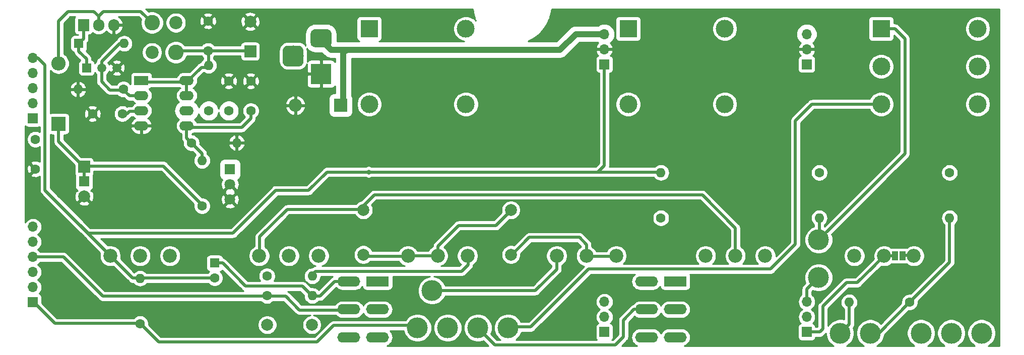
<source format=gtl>
G04 #@! TF.GenerationSoftware,KiCad,Pcbnew,(5.1.0)-1*
G04 #@! TF.CreationDate,2019-04-19T18:14:24+02:00*
G04 #@! TF.ProjectId,pcb_main,7063625f-6d61-4696-9e2e-6b696361645f,rev?*
G04 #@! TF.SameCoordinates,Original*
G04 #@! TF.FileFunction,Copper,L1,Top*
G04 #@! TF.FilePolarity,Positive*
%FSLAX46Y46*%
G04 Gerber Fmt 4.6, Leading zero omitted, Abs format (unit mm)*
G04 Created by KiCad (PCBNEW (5.1.0)-1) date 2019-04-19 18:14:24*
%MOMM*%
%LPD*%
G04 APERTURE LIST*
%ADD10C,3.000000*%
%ADD11R,3.000000X3.000000*%
%ADD12R,1.800000X1.800000*%
%ADD13C,1.800000*%
%ADD14C,1.600000*%
%ADD15R,1.600000X1.600000*%
%ADD16C,2.340000*%
%ADD17R,2.200000X2.200000*%
%ADD18O,2.200000X2.200000*%
%ADD19C,3.500000*%
%ADD20R,3.500000X3.500000*%
%ADD21C,0.200000*%
%ADD22C,2.000000*%
%ADD23R,1.000000X1.500000*%
%ADD24O,1.600000X1.600000*%
%ADD25O,1.700000X1.700000*%
%ADD26R,1.700000X1.700000*%
%ADD27R,2.000000X2.000000*%
%ADD28R,2.400000X2.400000*%
%ADD29O,2.400000X2.400000*%
%ADD30C,1.500000*%
%ADD31R,1.500000X1.500000*%
%ADD32R,1.905000X2.000000*%
%ADD33O,1.905000X2.000000*%
%ADD34R,2.400000X1.600000*%
%ADD35O,2.400000X1.600000*%
%ADD36C,2.600000*%
%ADD37C,2.200000*%
%ADD38R,3.850000X1.730000*%
%ADD39O,3.850000X1.730000*%
%ADD40C,0.800000*%
%ADD41C,1.000000*%
%ADD42C,0.500000*%
%ADD43C,0.254000*%
G04 APERTURE END LIST*
D10*
X198230000Y-118700000D03*
X198230000Y-106000000D03*
X182000000Y-118700000D03*
D11*
X182000000Y-106000000D03*
D10*
X154730000Y-118700000D03*
X154730000Y-106000000D03*
X138500000Y-118700000D03*
D11*
X138500000Y-106000000D03*
X224500000Y-106000000D03*
D10*
X224500000Y-118700000D03*
X224500000Y-112350000D03*
X240730000Y-106000000D03*
X240730000Y-118700000D03*
X240730000Y-112350000D03*
D12*
X90600000Y-131660000D03*
D13*
X90600000Y-134200000D03*
D12*
X115100000Y-129670000D03*
D13*
X115100000Y-132210000D03*
X115100000Y-134750000D03*
D14*
X112540000Y-147910000D03*
D15*
X112540000Y-145410000D03*
D16*
X105000000Y-144200000D03*
X100000000Y-144200000D03*
X95000000Y-144200000D03*
X155000000Y-144200000D03*
X150000000Y-144200000D03*
X145000000Y-144200000D03*
X180000000Y-144200000D03*
X175000000Y-144200000D03*
X170000000Y-144200000D03*
X130000000Y-144200000D03*
X125000000Y-144200000D03*
X120000000Y-144200000D03*
X205000000Y-144200000D03*
X200000000Y-144200000D03*
X195000000Y-144200000D03*
X230000000Y-144200000D03*
X225000000Y-144200000D03*
X220000000Y-144200000D03*
D17*
X133700000Y-118900000D03*
D18*
X126080000Y-118900000D03*
D19*
X222680000Y-157200000D03*
X217600000Y-157200000D03*
D20*
X130400000Y-113600000D03*
D21*
G36*
X131473513Y-106103611D02*
G01*
X131546318Y-106114411D01*
X131617714Y-106132295D01*
X131687013Y-106157090D01*
X131753548Y-106188559D01*
X131816678Y-106226398D01*
X131875795Y-106270242D01*
X131930330Y-106319670D01*
X131979758Y-106374205D01*
X132023602Y-106433322D01*
X132061441Y-106496452D01*
X132092910Y-106562987D01*
X132117705Y-106632286D01*
X132135589Y-106703682D01*
X132146389Y-106776487D01*
X132150000Y-106850000D01*
X132150000Y-108350000D01*
X132146389Y-108423513D01*
X132135589Y-108496318D01*
X132117705Y-108567714D01*
X132092910Y-108637013D01*
X132061441Y-108703548D01*
X132023602Y-108766678D01*
X131979758Y-108825795D01*
X131930330Y-108880330D01*
X131875795Y-108929758D01*
X131816678Y-108973602D01*
X131753548Y-109011441D01*
X131687013Y-109042910D01*
X131617714Y-109067705D01*
X131546318Y-109085589D01*
X131473513Y-109096389D01*
X131400000Y-109100000D01*
X129400000Y-109100000D01*
X129326487Y-109096389D01*
X129253682Y-109085589D01*
X129182286Y-109067705D01*
X129112987Y-109042910D01*
X129046452Y-109011441D01*
X128983322Y-108973602D01*
X128924205Y-108929758D01*
X128869670Y-108880330D01*
X128820242Y-108825795D01*
X128776398Y-108766678D01*
X128738559Y-108703548D01*
X128707090Y-108637013D01*
X128682295Y-108567714D01*
X128664411Y-108496318D01*
X128653611Y-108423513D01*
X128650000Y-108350000D01*
X128650000Y-106850000D01*
X128653611Y-106776487D01*
X128664411Y-106703682D01*
X128682295Y-106632286D01*
X128707090Y-106562987D01*
X128738559Y-106496452D01*
X128776398Y-106433322D01*
X128820242Y-106374205D01*
X128869670Y-106319670D01*
X128924205Y-106270242D01*
X128983322Y-106226398D01*
X129046452Y-106188559D01*
X129112987Y-106157090D01*
X129182286Y-106132295D01*
X129253682Y-106114411D01*
X129326487Y-106103611D01*
X129400000Y-106100000D01*
X131400000Y-106100000D01*
X131473513Y-106103611D01*
X131473513Y-106103611D01*
G37*
D10*
X130400000Y-107600000D03*
D21*
G36*
X126660765Y-108854213D02*
G01*
X126745704Y-108866813D01*
X126828999Y-108887677D01*
X126909848Y-108916605D01*
X126987472Y-108953319D01*
X127061124Y-108997464D01*
X127130094Y-109048616D01*
X127193718Y-109106282D01*
X127251384Y-109169906D01*
X127302536Y-109238876D01*
X127346681Y-109312528D01*
X127383395Y-109390152D01*
X127412323Y-109471001D01*
X127433187Y-109554296D01*
X127445787Y-109639235D01*
X127450000Y-109725000D01*
X127450000Y-111475000D01*
X127445787Y-111560765D01*
X127433187Y-111645704D01*
X127412323Y-111728999D01*
X127383395Y-111809848D01*
X127346681Y-111887472D01*
X127302536Y-111961124D01*
X127251384Y-112030094D01*
X127193718Y-112093718D01*
X127130094Y-112151384D01*
X127061124Y-112202536D01*
X126987472Y-112246681D01*
X126909848Y-112283395D01*
X126828999Y-112312323D01*
X126745704Y-112333187D01*
X126660765Y-112345787D01*
X126575000Y-112350000D01*
X124825000Y-112350000D01*
X124739235Y-112345787D01*
X124654296Y-112333187D01*
X124571001Y-112312323D01*
X124490152Y-112283395D01*
X124412528Y-112246681D01*
X124338876Y-112202536D01*
X124269906Y-112151384D01*
X124206282Y-112093718D01*
X124148616Y-112030094D01*
X124097464Y-111961124D01*
X124053319Y-111887472D01*
X124016605Y-111809848D01*
X123987677Y-111728999D01*
X123966813Y-111645704D01*
X123954213Y-111560765D01*
X123950000Y-111475000D01*
X123950000Y-109725000D01*
X123954213Y-109639235D01*
X123966813Y-109554296D01*
X123987677Y-109471001D01*
X124016605Y-109390152D01*
X124053319Y-109312528D01*
X124097464Y-109238876D01*
X124148616Y-109169906D01*
X124206282Y-109106282D01*
X124269906Y-109048616D01*
X124338876Y-108997464D01*
X124412528Y-108953319D01*
X124490152Y-108916605D01*
X124571001Y-108887677D01*
X124654296Y-108866813D01*
X124739235Y-108854213D01*
X124825000Y-108850000D01*
X126575000Y-108850000D01*
X126660765Y-108854213D01*
X126660765Y-108854213D01*
G37*
D19*
X125700000Y-110600000D03*
X214000000Y-141500000D03*
X214000000Y-147850000D03*
X231200000Y-157200000D03*
X241360000Y-157200000D03*
X236280000Y-157200000D03*
D22*
X128860000Y-155800000D03*
X121360000Y-155800000D03*
D23*
X226800000Y-144200000D03*
X228100000Y-144200000D03*
D14*
X100000000Y-155600000D03*
D24*
X100000000Y-147980000D03*
D14*
X121300000Y-147600000D03*
D24*
X128920000Y-147600000D03*
D14*
X187500000Y-137820000D03*
D24*
X187500000Y-130200000D03*
X128920000Y-150900000D03*
D14*
X121300000Y-150900000D03*
X229300000Y-152000000D03*
D24*
X219140000Y-152000000D03*
X236000000Y-137820000D03*
D14*
X236000000Y-130200000D03*
X214100000Y-130200000D03*
D24*
X214100000Y-137820000D03*
D19*
X146600000Y-156300000D03*
X151680000Y-156300000D03*
X156760000Y-156300000D03*
X161840000Y-156300000D03*
D25*
X178000000Y-106920000D03*
X178000000Y-109460000D03*
D26*
X178000000Y-112000000D03*
X212000000Y-112000000D03*
D25*
X212000000Y-109460000D03*
X212000000Y-106920000D03*
D26*
X82000000Y-152000000D03*
D25*
X82000000Y-149460000D03*
X82000000Y-146920000D03*
X82000000Y-144380000D03*
X82000000Y-141840000D03*
X82000000Y-139300000D03*
D26*
X212000000Y-157000000D03*
D25*
X212000000Y-154460000D03*
X212000000Y-151920000D03*
X178000000Y-151920000D03*
X178000000Y-154460000D03*
D26*
X178000000Y-157000000D03*
D19*
X149050000Y-150050000D03*
D14*
X114900000Y-114800000D03*
X114900000Y-119800000D03*
D22*
X118500000Y-104800000D03*
D27*
X118500000Y-109800000D03*
D14*
X111400000Y-109700000D03*
X111400000Y-104700000D03*
X97000000Y-120300000D03*
X92000000Y-120300000D03*
X118600000Y-119800000D03*
X118600000Y-114800000D03*
X82400000Y-129600000D03*
X82400000Y-124600000D03*
D27*
X90600000Y-129200000D03*
D22*
X90600000Y-134200000D03*
D15*
X89700000Y-108500000D03*
D24*
X97320000Y-108500000D03*
D28*
X86300000Y-122000000D03*
D29*
X86300000Y-111840000D03*
D30*
X93540000Y-112600000D03*
X96080000Y-112600000D03*
D31*
X91000000Y-112600000D03*
D32*
X90500000Y-105400000D03*
D33*
X93040000Y-105400000D03*
X95580000Y-105400000D03*
D24*
X111500000Y-112180000D03*
D14*
X111500000Y-119800000D03*
D24*
X116220000Y-125200000D03*
D14*
X108600000Y-125200000D03*
X97200000Y-116200000D03*
D24*
X89580000Y-116200000D03*
D14*
X110400000Y-135800000D03*
D24*
X110400000Y-128180000D03*
D34*
X100200000Y-114700000D03*
D35*
X107820000Y-122320000D03*
X100200000Y-117240000D03*
X107820000Y-119780000D03*
X100200000Y-119780000D03*
X107820000Y-117240000D03*
X100200000Y-122320000D03*
X107820000Y-114700000D03*
D36*
X102000000Y-105000000D03*
X106000000Y-110000000D03*
D37*
X106000000Y-105000000D03*
X102000000Y-110000000D03*
D38*
X189900000Y-148500000D03*
D39*
X189900000Y-153200000D03*
X189900000Y-157900000D03*
X185070000Y-153200000D03*
X185070000Y-157900000D03*
X185070000Y-148500000D03*
D26*
X82000000Y-121080000D03*
D25*
X82000000Y-118540000D03*
X82000000Y-116000000D03*
X82000000Y-113460000D03*
X82000000Y-110920000D03*
D38*
X139900000Y-148500000D03*
D39*
X139900000Y-153200000D03*
X139900000Y-157900000D03*
X135070000Y-153200000D03*
X135070000Y-157900000D03*
X135070000Y-148500000D03*
D22*
X162300000Y-144000000D03*
X162300000Y-136500000D03*
X137500000Y-136500000D03*
X137500000Y-144000000D03*
D40*
X138400000Y-130100000D03*
D41*
X82000000Y-116000000D02*
X81900000Y-116100000D01*
X170550001Y-109549999D02*
X134700001Y-109549999D01*
X178100000Y-106900000D02*
X173200000Y-106900000D01*
X173200000Y-106900000D02*
X170550001Y-109549999D01*
X134700001Y-109549999D02*
X134449999Y-109549999D01*
X134449999Y-109549999D02*
X132049999Y-109549999D01*
X132049999Y-109549999D02*
X130100000Y-107600000D01*
X134153294Y-118546706D02*
X133800000Y-118900000D01*
X134700001Y-109549999D02*
X134153294Y-110096706D01*
X134153294Y-110096706D02*
X134153294Y-118546706D01*
D42*
X175200000Y-144300000D02*
X175100000Y-144200000D01*
X180000000Y-144300000D02*
X175200000Y-144300000D01*
X175000000Y-144000000D02*
X175000000Y-144300000D01*
X175000000Y-142300000D02*
X175000000Y-144000000D01*
X173800000Y-141100000D02*
X175000000Y-142300000D01*
X165400000Y-141100000D02*
X173800000Y-141100000D01*
X162300000Y-144200000D02*
X165400000Y-141100000D01*
X145000000Y-144200000D02*
X150000000Y-144200000D01*
X137554186Y-144254186D02*
X137500000Y-144200000D01*
X144950000Y-144300000D02*
X144904186Y-144254186D01*
X144904186Y-144254186D02*
X137554186Y-144254186D01*
X150050000Y-142550000D02*
X150050000Y-144150000D01*
X153500000Y-139100000D02*
X150050000Y-142550000D01*
X162400000Y-136500000D02*
X159800000Y-139100000D01*
X159800000Y-139100000D02*
X153500000Y-139100000D01*
X130250000Y-150950000D02*
X131600000Y-149600000D01*
X128870000Y-150950000D02*
X130250000Y-150950000D01*
X131600000Y-149600000D02*
X132700000Y-148500000D01*
X132700000Y-148500000D02*
X135400000Y-148500000D01*
X127242551Y-149292551D02*
X128850000Y-150900000D01*
X117726553Y-149292551D02*
X127242551Y-149292551D01*
X112400000Y-145410000D02*
X113844002Y-145410000D01*
X113844002Y-145410000D02*
X117726553Y-149292551D01*
X161763473Y-156163473D02*
X161800000Y-156200000D01*
X212900000Y-118700000D02*
X210100000Y-121500000D01*
X224500000Y-118700000D02*
X212900000Y-118700000D01*
X210100000Y-121500000D02*
X210100000Y-142250000D01*
X210100000Y-142250000D02*
X205931453Y-146418547D01*
X165636527Y-156163473D02*
X161763473Y-156163473D01*
X205931453Y-146418547D02*
X175381453Y-146418547D01*
X175381453Y-146418547D02*
X165636527Y-156163473D01*
X155100000Y-145700000D02*
X155100000Y-144200000D01*
X154000000Y-146800000D02*
X155100000Y-145700000D01*
X128800000Y-147500000D02*
X129500000Y-146800000D01*
X129500000Y-146800000D02*
X154000000Y-146800000D01*
X200000000Y-144100000D02*
X200100000Y-144200000D01*
X200000000Y-139500000D02*
X200000000Y-144100000D01*
X194450000Y-133950000D02*
X200000000Y-139500000D01*
X119900000Y-144200000D02*
X120100000Y-144000000D01*
X120100000Y-144000000D02*
X120100000Y-141000000D01*
X120100000Y-141000000D02*
X124700000Y-136400000D01*
X124700000Y-136400000D02*
X136900000Y-136400000D01*
X136900000Y-136400000D02*
X139350000Y-133950000D01*
X139350000Y-133950000D02*
X194450000Y-133950000D01*
X159599990Y-159199990D02*
X156900000Y-156500000D01*
X179800010Y-159199990D02*
X159599990Y-159199990D01*
X181200000Y-157800000D02*
X179800010Y-159199990D01*
X181200000Y-154995000D02*
X181200000Y-157800000D01*
X185170000Y-153200000D02*
X182995000Y-153200000D01*
X182995000Y-153200000D02*
X181200000Y-154995000D01*
X104900000Y-144200000D02*
X105000000Y-144100000D01*
X214100000Y-137500000D02*
X214100000Y-141500000D01*
X214100000Y-142700000D02*
X214100000Y-141300000D01*
X219149999Y-155730001D02*
X219149999Y-151999999D01*
X217400000Y-157480000D02*
X219149999Y-155730001D01*
X219149999Y-151999999D02*
X219100000Y-151950000D01*
X215749999Y-139750001D02*
X214000000Y-141500000D01*
X228500000Y-127000000D02*
X215749999Y-139750001D01*
X228500000Y-107700000D02*
X228500000Y-127000000D01*
X224500000Y-106000000D02*
X226800000Y-106000000D01*
X226800000Y-106000000D02*
X228500000Y-107700000D01*
X236000000Y-145300000D02*
X236000000Y-138000000D01*
X236000000Y-145300000D02*
X229300000Y-152000000D01*
X229300000Y-152000000D02*
X224000000Y-157300000D01*
X224000000Y-157300000D02*
X224000000Y-157700000D01*
X82100000Y-147000000D02*
X82000000Y-146900000D01*
X100000000Y-144200000D02*
X99950000Y-144200000D01*
X85666947Y-155566947D02*
X82100000Y-152000000D01*
X146300000Y-155900000D02*
X132500000Y-155900000D01*
X146700000Y-156300000D02*
X146300000Y-155900000D01*
X132500000Y-155900000D02*
X129700000Y-158700000D01*
X129700000Y-158700000D02*
X103100000Y-158700000D01*
X103100000Y-158700000D02*
X99966947Y-155566947D01*
X99966947Y-155566947D02*
X85666947Y-155566947D01*
X132300000Y-153300000D02*
X135200000Y-153300000D01*
X126750000Y-153300000D02*
X132300000Y-153300000D01*
X124450000Y-151000000D02*
X126750000Y-153300000D01*
X93700000Y-151000000D02*
X124450000Y-151000000D01*
X82020000Y-144400000D02*
X87100000Y-144400000D01*
X87100000Y-144400000D02*
X93700000Y-151000000D01*
X212000000Y-151920000D02*
X212000000Y-149800000D01*
X212000000Y-149800000D02*
X214000000Y-147800000D01*
X170000000Y-144100000D02*
X169950000Y-144050000D01*
X170000000Y-146450000D02*
X170000000Y-144100000D01*
X149050000Y-150050000D02*
X166400000Y-150050000D01*
X166400000Y-150050000D02*
X170000000Y-146450000D01*
X112255396Y-147954604D02*
X112290000Y-147920000D01*
X104954604Y-147954604D02*
X112255396Y-147954604D01*
X98754604Y-147954604D02*
X104954604Y-147954604D01*
X95000000Y-144200000D02*
X98754604Y-147954604D01*
X82800000Y-110900000D02*
X82000000Y-110900000D01*
X84000000Y-112100000D02*
X82800000Y-110900000D01*
X84000000Y-133150000D02*
X84000000Y-112100000D01*
X95125000Y-144275000D02*
X85625000Y-134775000D01*
X85625000Y-134775000D02*
X84000000Y-133150000D01*
X187450000Y-130200000D02*
X187350000Y-130100000D01*
X187350000Y-130100000D02*
X167500000Y-130100000D01*
X178000000Y-129000000D02*
X178000000Y-112000000D01*
X167500000Y-130100000D02*
X176900000Y-130100000D01*
X176900000Y-130100000D02*
X178000000Y-129000000D01*
X91250000Y-140400000D02*
X85625000Y-134775000D01*
X115600000Y-140400000D02*
X91250000Y-140400000D01*
X122800000Y-133200000D02*
X115600000Y-140400000D01*
X128300000Y-133200000D02*
X122800000Y-133200000D01*
X167500000Y-130100000D02*
X131400000Y-130100000D01*
X131400000Y-130100000D02*
X128300000Y-133200000D01*
X229900000Y-144100000D02*
X230000000Y-144200000D01*
X228200000Y-144100000D02*
X229900000Y-144100000D01*
X230000000Y-144200000D02*
X230100000Y-144100000D01*
X111500000Y-109700000D02*
X118400000Y-109700000D01*
X111500000Y-109700000D02*
X111500000Y-112500000D01*
X111500000Y-112500000D02*
X110300000Y-112500000D01*
X110300000Y-112500000D02*
X107800000Y-115000000D01*
X111500000Y-109700000D02*
X106300000Y-109700000D01*
X100200000Y-115000000D02*
X107800000Y-115000000D01*
X107800000Y-115000000D02*
X107800000Y-117500000D01*
X100100000Y-119900000D02*
X100200000Y-119800000D01*
X98200000Y-119900000D02*
X100100000Y-119900000D01*
X97000000Y-120300000D02*
X97800000Y-120300000D01*
X97800000Y-120300000D02*
X98200000Y-119900000D01*
X118600000Y-121100000D02*
X118600000Y-119800000D01*
X117080000Y-122620000D02*
X118600000Y-121100000D01*
X107820000Y-122620000D02*
X117080000Y-122620000D01*
X108600000Y-125200000D02*
X107820000Y-124420000D01*
X107820000Y-124420000D02*
X107820000Y-122620000D01*
X110400000Y-127000000D02*
X108600000Y-125200000D01*
X110400000Y-128200000D02*
X110400000Y-127000000D01*
X90600000Y-131660000D02*
X90600000Y-129000000D01*
X90600000Y-129200000D02*
X90700000Y-129300000D01*
X86300000Y-125000000D02*
X86300000Y-121100000D01*
X90400000Y-129100000D02*
X86300000Y-125000000D01*
X103900000Y-129100000D02*
X90400000Y-129100000D01*
X110400000Y-135900000D02*
X110400000Y-135600000D01*
X110400000Y-135600000D02*
X103900000Y-129100000D01*
X90500000Y-105400000D02*
X90500000Y-107700000D01*
X90500000Y-107700000D02*
X89700000Y-108500000D01*
X89700000Y-109800000D02*
X91000000Y-111100000D01*
X89700000Y-108500000D02*
X89700000Y-109800000D01*
X91000000Y-111100000D02*
X91000000Y-112700000D01*
X93540000Y-111539340D02*
X96579340Y-108500000D01*
X93540000Y-112600000D02*
X93540000Y-111539340D01*
X96579340Y-108500000D02*
X97300000Y-108500000D01*
X97300000Y-108500000D02*
X97200000Y-108500000D01*
X98200000Y-117300000D02*
X100200000Y-117300000D01*
X97200000Y-116300000D02*
X98200000Y-117300000D01*
X94900000Y-116300000D02*
X97200000Y-116300000D01*
X93540000Y-112600000D02*
X93540000Y-114940000D01*
X93540000Y-114940000D02*
X94900000Y-116300000D01*
X93040000Y-103900000D02*
X92240000Y-103100000D01*
X93040000Y-105400000D02*
X93040000Y-103900000D01*
X92240000Y-103100000D02*
X89497498Y-103100000D01*
X89497498Y-103100000D02*
X87900000Y-103100000D01*
X87900000Y-103100000D02*
X86300000Y-104700000D01*
X86300000Y-104700000D02*
X86300000Y-110900000D01*
X86300000Y-110900000D02*
X86300000Y-111000000D01*
X100100000Y-103100000D02*
X102000000Y-105000000D01*
X93040000Y-103900000D02*
X93800000Y-103100000D01*
X93800000Y-103100000D02*
X100100000Y-103100000D01*
X226800000Y-144200000D02*
X225000000Y-144200000D01*
X225000000Y-144200000D02*
X223079999Y-146120001D01*
X223079999Y-146120001D02*
X220500000Y-148700000D01*
X220500000Y-148700000D02*
X218700000Y-148700000D01*
X218700000Y-148700000D02*
X214700000Y-152700000D01*
X214700000Y-152700000D02*
X214700000Y-156500000D01*
X214700000Y-156500000D02*
X214200000Y-157000000D01*
X214200000Y-157000000D02*
X212000000Y-157000000D01*
D43*
G36*
X155925154Y-103197078D02*
G01*
X155934105Y-103243997D01*
X155941913Y-103291165D01*
X155946189Y-103307347D01*
X156208955Y-104254848D01*
X156225449Y-104299678D01*
X156240855Y-104344932D01*
X156247717Y-104360198D01*
X156367418Y-104618072D01*
X156090983Y-104341637D01*
X155741302Y-104107988D01*
X155352756Y-103947047D01*
X154940279Y-103865000D01*
X154519721Y-103865000D01*
X154107244Y-103947047D01*
X153718698Y-104107988D01*
X153369017Y-104341637D01*
X153071637Y-104639017D01*
X152837988Y-104988698D01*
X152677047Y-105377244D01*
X152595000Y-105789721D01*
X152595000Y-106210279D01*
X152677047Y-106622756D01*
X152837988Y-107011302D01*
X153071637Y-107360983D01*
X153369017Y-107658363D01*
X153718698Y-107892012D01*
X154107244Y-108052953D01*
X154459388Y-108122999D01*
X140133755Y-108122999D01*
X140244180Y-108089502D01*
X140354494Y-108030537D01*
X140451185Y-107951185D01*
X140530537Y-107854494D01*
X140589502Y-107744180D01*
X140625812Y-107624482D01*
X140638072Y-107500000D01*
X140638072Y-104500000D01*
X140625812Y-104375518D01*
X140589502Y-104255820D01*
X140530537Y-104145506D01*
X140451185Y-104048815D01*
X140354494Y-103969463D01*
X140244180Y-103910498D01*
X140124482Y-103874188D01*
X140000000Y-103861928D01*
X137000000Y-103861928D01*
X136875518Y-103874188D01*
X136755820Y-103910498D01*
X136645506Y-103969463D01*
X136548815Y-104048815D01*
X136469463Y-104145506D01*
X136410498Y-104255820D01*
X136374188Y-104375518D01*
X136361928Y-104500000D01*
X136361928Y-107500000D01*
X136374188Y-107624482D01*
X136410498Y-107744180D01*
X136469463Y-107854494D01*
X136548815Y-107951185D01*
X136645506Y-108030537D01*
X136755820Y-108089502D01*
X136866245Y-108122999D01*
X134770088Y-108122999D01*
X134700000Y-108116096D01*
X134629912Y-108122999D01*
X133081485Y-108122999D01*
X133081485Y-106850000D01*
X133049176Y-106521959D01*
X132953490Y-106206524D01*
X132798104Y-105915817D01*
X132588989Y-105661011D01*
X132334183Y-105451896D01*
X132043476Y-105296510D01*
X131728041Y-105200824D01*
X131400000Y-105168515D01*
X129400000Y-105168515D01*
X129071959Y-105200824D01*
X128756524Y-105296510D01*
X128465817Y-105451896D01*
X128211011Y-105661011D01*
X128001896Y-105915817D01*
X127846510Y-106206524D01*
X127750824Y-106521959D01*
X127718515Y-106850000D01*
X127718515Y-108350000D01*
X127750824Y-108678041D01*
X127801891Y-108846387D01*
X127644903Y-108655097D01*
X127415618Y-108466927D01*
X127154028Y-108327104D01*
X126870186Y-108241001D01*
X126575000Y-108211928D01*
X124825000Y-108211928D01*
X124529814Y-108241001D01*
X124245972Y-108327104D01*
X123984382Y-108466927D01*
X123755097Y-108655097D01*
X123566927Y-108884382D01*
X123427104Y-109145972D01*
X123341001Y-109429814D01*
X123311928Y-109725000D01*
X123311928Y-111475000D01*
X123341001Y-111770186D01*
X123427104Y-112054028D01*
X123566927Y-112315618D01*
X123755097Y-112544903D01*
X123984382Y-112733073D01*
X124245972Y-112872896D01*
X124529814Y-112958999D01*
X124825000Y-112988072D01*
X126575000Y-112988072D01*
X126870186Y-112958999D01*
X127154028Y-112872896D01*
X127415618Y-112733073D01*
X127644903Y-112544903D01*
X127833073Y-112315618D01*
X127972896Y-112054028D01*
X128012085Y-111924840D01*
X128015000Y-113314250D01*
X128173750Y-113473000D01*
X130273000Y-113473000D01*
X130273000Y-111373750D01*
X130114250Y-111215000D01*
X128650000Y-111211928D01*
X128525518Y-111224188D01*
X128405820Y-111260498D01*
X128295506Y-111319463D01*
X128198815Y-111398815D01*
X128119463Y-111495506D01*
X128078506Y-111572131D01*
X128088072Y-111475000D01*
X128088072Y-109725000D01*
X128058999Y-109429814D01*
X128022402Y-109309169D01*
X128211011Y-109538989D01*
X128465817Y-109748104D01*
X128756524Y-109903490D01*
X129071959Y-109999176D01*
X129400000Y-110031485D01*
X130513402Y-110031485D01*
X130991394Y-110509477D01*
X131036076Y-110563922D01*
X131090521Y-110608604D01*
X131090524Y-110608607D01*
X131188827Y-110689282D01*
X131253365Y-110742247D01*
X131501268Y-110874754D01*
X131770258Y-110956351D01*
X131979901Y-110976999D01*
X131979910Y-110976999D01*
X132049998Y-110983902D01*
X132120086Y-110976999D01*
X132726294Y-110976999D01*
X132726294Y-111581110D01*
X132680537Y-111495506D01*
X132601185Y-111398815D01*
X132504494Y-111319463D01*
X132394180Y-111260498D01*
X132274482Y-111224188D01*
X132150000Y-111211928D01*
X130685750Y-111215000D01*
X130527000Y-111373750D01*
X130527000Y-113473000D01*
X130547000Y-113473000D01*
X130547000Y-113727000D01*
X130527000Y-113727000D01*
X130527000Y-115826250D01*
X130685750Y-115985000D01*
X132150000Y-115988072D01*
X132274482Y-115975812D01*
X132394180Y-115939502D01*
X132504494Y-115880537D01*
X132601185Y-115801185D01*
X132680537Y-115704494D01*
X132726295Y-115618889D01*
X132726295Y-116868515D01*
X132600000Y-116868515D01*
X132418276Y-116886413D01*
X132243536Y-116939420D01*
X132082495Y-117025499D01*
X131941341Y-117141341D01*
X131825499Y-117282495D01*
X131739420Y-117443536D01*
X131686413Y-117618276D01*
X131668515Y-117800000D01*
X131668515Y-120000000D01*
X131686413Y-120181724D01*
X131739420Y-120356464D01*
X131825499Y-120517505D01*
X131941341Y-120658659D01*
X132082495Y-120774501D01*
X132243536Y-120860580D01*
X132418276Y-120913587D01*
X132600000Y-120931485D01*
X134800000Y-120931485D01*
X134981724Y-120913587D01*
X135156464Y-120860580D01*
X135317505Y-120774501D01*
X135458659Y-120658659D01*
X135574501Y-120517505D01*
X135660580Y-120356464D01*
X135713587Y-120181724D01*
X135731485Y-120000000D01*
X135731485Y-118489721D01*
X136365000Y-118489721D01*
X136365000Y-118910279D01*
X136447047Y-119322756D01*
X136607988Y-119711302D01*
X136841637Y-120060983D01*
X137139017Y-120358363D01*
X137488698Y-120592012D01*
X137877244Y-120752953D01*
X138289721Y-120835000D01*
X138710279Y-120835000D01*
X139122756Y-120752953D01*
X139511302Y-120592012D01*
X139860983Y-120358363D01*
X140158363Y-120060983D01*
X140392012Y-119711302D01*
X140552953Y-119322756D01*
X140635000Y-118910279D01*
X140635000Y-118489721D01*
X152595000Y-118489721D01*
X152595000Y-118910279D01*
X152677047Y-119322756D01*
X152837988Y-119711302D01*
X153071637Y-120060983D01*
X153369017Y-120358363D01*
X153718698Y-120592012D01*
X154107244Y-120752953D01*
X154519721Y-120835000D01*
X154940279Y-120835000D01*
X155352756Y-120752953D01*
X155741302Y-120592012D01*
X156090983Y-120358363D01*
X156388363Y-120060983D01*
X156622012Y-119711302D01*
X156782953Y-119322756D01*
X156865000Y-118910279D01*
X156865000Y-118489721D01*
X156782953Y-118077244D01*
X156622012Y-117688698D01*
X156388363Y-117339017D01*
X156090983Y-117041637D01*
X155741302Y-116807988D01*
X155352756Y-116647047D01*
X154940279Y-116565000D01*
X154519721Y-116565000D01*
X154107244Y-116647047D01*
X153718698Y-116807988D01*
X153369017Y-117041637D01*
X153071637Y-117339017D01*
X152837988Y-117688698D01*
X152677047Y-118077244D01*
X152595000Y-118489721D01*
X140635000Y-118489721D01*
X140552953Y-118077244D01*
X140392012Y-117688698D01*
X140158363Y-117339017D01*
X139860983Y-117041637D01*
X139511302Y-116807988D01*
X139122756Y-116647047D01*
X138710279Y-116565000D01*
X138289721Y-116565000D01*
X137877244Y-116647047D01*
X137488698Y-116807988D01*
X137139017Y-117041637D01*
X136841637Y-117339017D01*
X136607988Y-117688698D01*
X136447047Y-118077244D01*
X136365000Y-118489721D01*
X135731485Y-118489721D01*
X135731485Y-117800000D01*
X135713587Y-117618276D01*
X135660580Y-117443536D01*
X135580294Y-117293333D01*
X135580294Y-110976999D01*
X170479913Y-110976999D01*
X170550001Y-110983902D01*
X170620089Y-110976999D01*
X170620099Y-110976999D01*
X170829742Y-110956351D01*
X171098732Y-110874754D01*
X171346635Y-110742247D01*
X171563924Y-110563922D01*
X171608610Y-110509472D01*
X173791083Y-108327000D01*
X176913334Y-108327000D01*
X176984694Y-108385564D01*
X176902412Y-108459731D01*
X176728359Y-108693080D01*
X176603175Y-108955901D01*
X176558524Y-109103110D01*
X176679845Y-109333000D01*
X177873000Y-109333000D01*
X177873000Y-109313000D01*
X178127000Y-109313000D01*
X178127000Y-109333000D01*
X179320155Y-109333000D01*
X179441476Y-109103110D01*
X179396825Y-108955901D01*
X179271641Y-108693080D01*
X179097588Y-108459731D01*
X179015306Y-108385564D01*
X179262608Y-108182608D01*
X179484670Y-107912025D01*
X179649677Y-107603319D01*
X179751288Y-107268353D01*
X179785598Y-106920000D01*
X179751288Y-106571647D01*
X179649677Y-106236681D01*
X179484670Y-105927975D01*
X179262608Y-105657392D01*
X178992025Y-105435330D01*
X178683319Y-105270323D01*
X178348353Y-105168712D01*
X178087296Y-105143000D01*
X177912704Y-105143000D01*
X177651647Y-105168712D01*
X177316681Y-105270323D01*
X177007975Y-105435330D01*
X176962074Y-105473000D01*
X173270090Y-105473000D01*
X173200000Y-105466097D01*
X173129910Y-105473000D01*
X173129902Y-105473000D01*
X172944474Y-105491263D01*
X172920258Y-105493648D01*
X172861623Y-105511435D01*
X172651269Y-105575245D01*
X172431523Y-105692702D01*
X172403366Y-105707752D01*
X172240525Y-105841392D01*
X172240522Y-105841395D01*
X172186077Y-105886077D01*
X172141395Y-105940522D01*
X169958919Y-108122999D01*
X165175295Y-108122999D01*
X165188195Y-108118431D01*
X165231776Y-108098845D01*
X165275837Y-108080324D01*
X165290581Y-108072417D01*
X165290586Y-108072415D01*
X165290590Y-108072412D01*
X166151398Y-107597220D01*
X166191190Y-107570782D01*
X166231637Y-107545311D01*
X166244897Y-107535099D01*
X167016538Y-106925694D01*
X167051470Y-106893120D01*
X167087223Y-106861377D01*
X167098637Y-106849136D01*
X167760385Y-106121885D01*
X167789519Y-106084053D01*
X167819616Y-106046887D01*
X167828877Y-106032946D01*
X168362961Y-105207380D01*
X168385533Y-105165282D01*
X168409147Y-105123715D01*
X168416007Y-105108448D01*
X168680567Y-104500000D01*
X179861928Y-104500000D01*
X179861928Y-107500000D01*
X179874188Y-107624482D01*
X179910498Y-107744180D01*
X179969463Y-107854494D01*
X180048815Y-107951185D01*
X180145506Y-108030537D01*
X180255820Y-108089502D01*
X180375518Y-108125812D01*
X180500000Y-108138072D01*
X183500000Y-108138072D01*
X183624482Y-108125812D01*
X183744180Y-108089502D01*
X183854494Y-108030537D01*
X183951185Y-107951185D01*
X184030537Y-107854494D01*
X184089502Y-107744180D01*
X184125812Y-107624482D01*
X184138072Y-107500000D01*
X184138072Y-105789721D01*
X196095000Y-105789721D01*
X196095000Y-106210279D01*
X196177047Y-106622756D01*
X196337988Y-107011302D01*
X196571637Y-107360983D01*
X196869017Y-107658363D01*
X197218698Y-107892012D01*
X197607244Y-108052953D01*
X198019721Y-108135000D01*
X198440279Y-108135000D01*
X198852756Y-108052953D01*
X199241302Y-107892012D01*
X199590983Y-107658363D01*
X199888363Y-107360983D01*
X200122012Y-107011302D01*
X200159830Y-106920000D01*
X210214402Y-106920000D01*
X210248712Y-107268353D01*
X210350323Y-107603319D01*
X210515330Y-107912025D01*
X210737392Y-108182608D01*
X210984694Y-108385564D01*
X210902412Y-108459731D01*
X210728359Y-108693080D01*
X210603175Y-108955901D01*
X210558524Y-109103110D01*
X210679845Y-109333000D01*
X211873000Y-109333000D01*
X211873000Y-109313000D01*
X212127000Y-109313000D01*
X212127000Y-109333000D01*
X213320155Y-109333000D01*
X213441476Y-109103110D01*
X213396825Y-108955901D01*
X213271641Y-108693080D01*
X213097588Y-108459731D01*
X213015306Y-108385564D01*
X213262608Y-108182608D01*
X213484670Y-107912025D01*
X213649677Y-107603319D01*
X213751288Y-107268353D01*
X213785598Y-106920000D01*
X213751288Y-106571647D01*
X213649677Y-106236681D01*
X213484670Y-105927975D01*
X213262608Y-105657392D01*
X212992025Y-105435330D01*
X212683319Y-105270323D01*
X212348353Y-105168712D01*
X212087296Y-105143000D01*
X211912704Y-105143000D01*
X211651647Y-105168712D01*
X211316681Y-105270323D01*
X211007975Y-105435330D01*
X210737392Y-105657392D01*
X210515330Y-105927975D01*
X210350323Y-106236681D01*
X210248712Y-106571647D01*
X210214402Y-106920000D01*
X200159830Y-106920000D01*
X200282953Y-106622756D01*
X200365000Y-106210279D01*
X200365000Y-105789721D01*
X200282953Y-105377244D01*
X200122012Y-104988698D01*
X199888363Y-104639017D01*
X199590983Y-104341637D01*
X199241302Y-104107988D01*
X198852756Y-103947047D01*
X198440279Y-103865000D01*
X198019721Y-103865000D01*
X197607244Y-103947047D01*
X197218698Y-104107988D01*
X196869017Y-104341637D01*
X196571637Y-104639017D01*
X196337988Y-104988698D01*
X196177047Y-105377244D01*
X196095000Y-105789721D01*
X184138072Y-105789721D01*
X184138072Y-104500000D01*
X184125812Y-104375518D01*
X184089502Y-104255820D01*
X184030537Y-104145506D01*
X183951185Y-104048815D01*
X183854494Y-103969463D01*
X183744180Y-103910498D01*
X183624482Y-103874188D01*
X183500000Y-103861928D01*
X180500000Y-103861928D01*
X180375518Y-103874188D01*
X180255820Y-103910498D01*
X180145506Y-103969463D01*
X180048815Y-104048815D01*
X179969463Y-104145506D01*
X179910498Y-104255820D01*
X179874188Y-104375518D01*
X179861928Y-104500000D01*
X168680567Y-104500000D01*
X168808082Y-104206737D01*
X168823475Y-104161521D01*
X168839983Y-104116652D01*
X168844258Y-104100470D01*
X169083795Y-103146832D01*
X169091598Y-103099702D01*
X169100555Y-103052747D01*
X169102130Y-103036084D01*
X169130994Y-102685000D01*
X244315001Y-102685000D01*
X244315000Y-159315000D01*
X242486245Y-159315000D01*
X242489721Y-159313560D01*
X242880349Y-159052550D01*
X243212550Y-158720349D01*
X243473560Y-158329721D01*
X243653346Y-157895679D01*
X243745000Y-157434902D01*
X243745000Y-156965098D01*
X243653346Y-156504321D01*
X243473560Y-156070279D01*
X243212550Y-155679651D01*
X242880349Y-155347450D01*
X242489721Y-155086440D01*
X242055679Y-154906654D01*
X241594902Y-154815000D01*
X241125098Y-154815000D01*
X240664321Y-154906654D01*
X240230279Y-155086440D01*
X239839651Y-155347450D01*
X239507450Y-155679651D01*
X239246440Y-156070279D01*
X239066654Y-156504321D01*
X238975000Y-156965098D01*
X238975000Y-157434902D01*
X239066654Y-157895679D01*
X239246440Y-158329721D01*
X239507450Y-158720349D01*
X239839651Y-159052550D01*
X240230279Y-159313560D01*
X240233755Y-159315000D01*
X237406245Y-159315000D01*
X237409721Y-159313560D01*
X237800349Y-159052550D01*
X238132550Y-158720349D01*
X238393560Y-158329721D01*
X238573346Y-157895679D01*
X238665000Y-157434902D01*
X238665000Y-156965098D01*
X238573346Y-156504321D01*
X238393560Y-156070279D01*
X238132550Y-155679651D01*
X237800349Y-155347450D01*
X237409721Y-155086440D01*
X236975679Y-154906654D01*
X236514902Y-154815000D01*
X236045098Y-154815000D01*
X235584321Y-154906654D01*
X235150279Y-155086440D01*
X234759651Y-155347450D01*
X234427450Y-155679651D01*
X234166440Y-156070279D01*
X233986654Y-156504321D01*
X233895000Y-156965098D01*
X233895000Y-157434902D01*
X233986654Y-157895679D01*
X234166440Y-158329721D01*
X234427450Y-158720349D01*
X234759651Y-159052550D01*
X235150279Y-159313560D01*
X235153755Y-159315000D01*
X232326245Y-159315000D01*
X232329721Y-159313560D01*
X232720349Y-159052550D01*
X233052550Y-158720349D01*
X233313560Y-158329721D01*
X233493346Y-157895679D01*
X233585000Y-157434902D01*
X233585000Y-156965098D01*
X233493346Y-156504321D01*
X233313560Y-156070279D01*
X233052550Y-155679651D01*
X232720349Y-155347450D01*
X232329721Y-155086440D01*
X231895679Y-154906654D01*
X231434902Y-154815000D01*
X230965098Y-154815000D01*
X230504321Y-154906654D01*
X230070279Y-155086440D01*
X229679651Y-155347450D01*
X229347450Y-155679651D01*
X229086440Y-156070279D01*
X228906654Y-156504321D01*
X228815000Y-156965098D01*
X228815000Y-157434902D01*
X228906654Y-157895679D01*
X229086440Y-158329721D01*
X229347450Y-158720349D01*
X229679651Y-159052550D01*
X230070279Y-159313560D01*
X230073755Y-159315000D01*
X223806245Y-159315000D01*
X223809721Y-159313560D01*
X224200349Y-159052550D01*
X224532550Y-158720349D01*
X224793560Y-158329721D01*
X224973346Y-157895679D01*
X225052169Y-157499409D01*
X229123561Y-153428017D01*
X229158665Y-153435000D01*
X229441335Y-153435000D01*
X229718574Y-153379853D01*
X229979727Y-153271680D01*
X230214759Y-153114637D01*
X230414637Y-152914759D01*
X230571680Y-152679727D01*
X230679853Y-152418574D01*
X230735000Y-152141335D01*
X230735000Y-151858665D01*
X230728017Y-151823561D01*
X236595051Y-145956528D01*
X236628817Y-145928817D01*
X236674223Y-145873491D01*
X236739411Y-145794059D01*
X236756539Y-145762015D01*
X236821589Y-145640313D01*
X236872195Y-145473490D01*
X236885000Y-145343477D01*
X236885000Y-145343469D01*
X236889281Y-145300000D01*
X236885000Y-145256531D01*
X236885000Y-138950078D01*
X237019608Y-138839608D01*
X237198932Y-138621101D01*
X237332182Y-138371808D01*
X237414236Y-138101309D01*
X237441943Y-137820000D01*
X237414236Y-137538691D01*
X237332182Y-137268192D01*
X237198932Y-137018899D01*
X237019608Y-136800392D01*
X236801101Y-136621068D01*
X236551808Y-136487818D01*
X236281309Y-136405764D01*
X236070492Y-136385000D01*
X235929508Y-136385000D01*
X235718691Y-136405764D01*
X235448192Y-136487818D01*
X235198899Y-136621068D01*
X234980392Y-136800392D01*
X234801068Y-137018899D01*
X234667818Y-137268192D01*
X234585764Y-137538691D01*
X234558057Y-137820000D01*
X234585764Y-138101309D01*
X234667818Y-138371808D01*
X234801068Y-138621101D01*
X234980392Y-138839608D01*
X235115001Y-138950079D01*
X235115000Y-144933421D01*
X229476439Y-150571983D01*
X229441335Y-150565000D01*
X229158665Y-150565000D01*
X228881426Y-150620147D01*
X228620273Y-150728320D01*
X228385241Y-150885363D01*
X228185363Y-151085241D01*
X228028320Y-151320273D01*
X227920147Y-151581426D01*
X227865000Y-151858665D01*
X227865000Y-152141335D01*
X227871983Y-152176439D01*
X224450660Y-155597761D01*
X224200349Y-155347450D01*
X223809721Y-155086440D01*
X223375679Y-154906654D01*
X222914902Y-154815000D01*
X222445098Y-154815000D01*
X221984321Y-154906654D01*
X221550279Y-155086440D01*
X221159651Y-155347450D01*
X220827450Y-155679651D01*
X220566440Y-156070279D01*
X220386654Y-156504321D01*
X220295000Y-156965098D01*
X220295000Y-157434902D01*
X220386654Y-157895679D01*
X220566440Y-158329721D01*
X220827450Y-158720349D01*
X221159651Y-159052550D01*
X221550279Y-159313560D01*
X221553755Y-159315000D01*
X218726245Y-159315000D01*
X218729721Y-159313560D01*
X219120349Y-159052550D01*
X219452550Y-158720349D01*
X219713560Y-158329721D01*
X219893346Y-157895679D01*
X219985000Y-157434902D01*
X219985000Y-156965098D01*
X219893346Y-156504321D01*
X219814876Y-156314879D01*
X219821870Y-156306358D01*
X219865209Y-156253549D01*
X219889410Y-156224060D01*
X219971588Y-156070314D01*
X220022194Y-155903491D01*
X220034999Y-155773478D01*
X220034999Y-155773468D01*
X220039280Y-155730002D01*
X220034999Y-155686536D01*
X220034999Y-153121872D01*
X220159608Y-153019608D01*
X220338932Y-152801101D01*
X220472182Y-152551808D01*
X220554236Y-152281309D01*
X220581943Y-152000000D01*
X220554236Y-151718691D01*
X220472182Y-151448192D01*
X220338932Y-151198899D01*
X220159608Y-150980392D01*
X219941101Y-150801068D01*
X219691808Y-150667818D01*
X219421309Y-150585764D01*
X219210492Y-150565000D01*
X219069508Y-150565000D01*
X218858691Y-150585764D01*
X218588192Y-150667818D01*
X218338899Y-150801068D01*
X218120392Y-150980392D01*
X217941068Y-151198899D01*
X217807818Y-151448192D01*
X217725764Y-151718691D01*
X217698057Y-152000000D01*
X217725764Y-152281309D01*
X217807818Y-152551808D01*
X217941068Y-152801101D01*
X218120392Y-153019608D01*
X218265000Y-153138284D01*
X218264999Y-154900551D01*
X217834902Y-154815000D01*
X217365098Y-154815000D01*
X216904321Y-154906654D01*
X216470279Y-155086440D01*
X216079651Y-155347450D01*
X215747450Y-155679651D01*
X215585000Y-155922774D01*
X215585000Y-153066578D01*
X219066579Y-149585000D01*
X220456531Y-149585000D01*
X220500000Y-149589281D01*
X220543469Y-149585000D01*
X220543477Y-149585000D01*
X220673490Y-149572195D01*
X220840313Y-149521589D01*
X220994059Y-149439411D01*
X221128817Y-149328817D01*
X221156534Y-149295044D01*
X223736531Y-146715048D01*
X223736535Y-146715043D01*
X224508902Y-145942677D01*
X224822223Y-146005000D01*
X225177777Y-146005000D01*
X225526499Y-145935635D01*
X225854988Y-145799571D01*
X226150621Y-145602035D01*
X226176725Y-145575931D01*
X226300000Y-145588072D01*
X227300000Y-145588072D01*
X227424482Y-145575812D01*
X227450000Y-145568071D01*
X227475518Y-145575812D01*
X227600000Y-145588072D01*
X228600000Y-145588072D01*
X228724482Y-145575812D01*
X228800190Y-145552846D01*
X228849379Y-145602035D01*
X229145012Y-145799571D01*
X229473501Y-145935635D01*
X229822223Y-146005000D01*
X230177777Y-146005000D01*
X230526499Y-145935635D01*
X230854988Y-145799571D01*
X231150621Y-145602035D01*
X231402035Y-145350621D01*
X231599571Y-145054988D01*
X231735635Y-144726499D01*
X231805000Y-144377777D01*
X231805000Y-144022223D01*
X231735635Y-143673501D01*
X231599571Y-143345012D01*
X231402035Y-143049379D01*
X231150621Y-142797965D01*
X230854988Y-142600429D01*
X230526499Y-142464365D01*
X230177777Y-142395000D01*
X229822223Y-142395000D01*
X229473501Y-142464365D01*
X229145012Y-142600429D01*
X228849379Y-142797965D01*
X228800190Y-142847154D01*
X228724482Y-142824188D01*
X228600000Y-142811928D01*
X227600000Y-142811928D01*
X227475518Y-142824188D01*
X227450000Y-142831929D01*
X227424482Y-142824188D01*
X227300000Y-142811928D01*
X226300000Y-142811928D01*
X226176725Y-142824069D01*
X226150621Y-142797965D01*
X225854988Y-142600429D01*
X225526499Y-142464365D01*
X225177777Y-142395000D01*
X224822223Y-142395000D01*
X224473501Y-142464365D01*
X224145012Y-142600429D01*
X223849379Y-142797965D01*
X223597965Y-143049379D01*
X223400429Y-143345012D01*
X223264365Y-143673501D01*
X223195000Y-144022223D01*
X223195000Y-144377777D01*
X223257323Y-144691098D01*
X222484957Y-145463465D01*
X222484952Y-145463469D01*
X220133422Y-147815000D01*
X218743465Y-147815000D01*
X218699999Y-147810719D01*
X218656533Y-147815000D01*
X218656523Y-147815000D01*
X218526510Y-147827805D01*
X218359687Y-147878411D01*
X218205941Y-147960589D01*
X218205939Y-147960590D01*
X218205940Y-147960590D01*
X218104953Y-148043468D01*
X218104951Y-148043470D01*
X218071183Y-148071183D01*
X218043470Y-148104951D01*
X214104956Y-152043466D01*
X214071183Y-152071183D01*
X213960589Y-152205942D01*
X213878411Y-152359688D01*
X213827805Y-152526511D01*
X213815000Y-152656524D01*
X213815000Y-152656531D01*
X213810719Y-152700000D01*
X213815000Y-152743469D01*
X213815001Y-156115000D01*
X213484625Y-156115000D01*
X213475812Y-156025518D01*
X213439502Y-155905820D01*
X213380537Y-155795506D01*
X213301185Y-155698815D01*
X213204494Y-155619463D01*
X213094180Y-155560498D01*
X213025313Y-155539607D01*
X213055134Y-155515134D01*
X213240706Y-155289014D01*
X213378599Y-155031034D01*
X213463513Y-154751111D01*
X213492185Y-154460000D01*
X213463513Y-154168889D01*
X213378599Y-153888966D01*
X213240706Y-153630986D01*
X213055134Y-153404866D01*
X212829014Y-153219294D01*
X212774209Y-153190000D01*
X212829014Y-153160706D01*
X213055134Y-152975134D01*
X213240706Y-152749014D01*
X213378599Y-152491034D01*
X213463513Y-152211111D01*
X213492185Y-151920000D01*
X213463513Y-151628889D01*
X213378599Y-151348966D01*
X213240706Y-151090986D01*
X213055134Y-150864866D01*
X212885000Y-150725241D01*
X212885000Y-150166578D01*
X213024244Y-150027334D01*
X213304321Y-150143346D01*
X213765098Y-150235000D01*
X214234902Y-150235000D01*
X214695679Y-150143346D01*
X215129721Y-149963560D01*
X215520349Y-149702550D01*
X215852550Y-149370349D01*
X216113560Y-148979721D01*
X216293346Y-148545679D01*
X216385000Y-148084902D01*
X216385000Y-147615098D01*
X216293346Y-147154321D01*
X216113560Y-146720279D01*
X215852550Y-146329651D01*
X215520349Y-145997450D01*
X215129721Y-145736440D01*
X214695679Y-145556654D01*
X214234902Y-145465000D01*
X213765098Y-145465000D01*
X213304321Y-145556654D01*
X212870279Y-145736440D01*
X212479651Y-145997450D01*
X212147450Y-146329651D01*
X211886440Y-146720279D01*
X211706654Y-147154321D01*
X211615000Y-147615098D01*
X211615000Y-148084902D01*
X211706654Y-148545679D01*
X211793376Y-148755045D01*
X211404951Y-149143471D01*
X211371184Y-149171183D01*
X211343471Y-149204951D01*
X211343468Y-149204954D01*
X211260590Y-149305941D01*
X211178412Y-149459687D01*
X211127805Y-149626510D01*
X211110719Y-149800000D01*
X211115001Y-149843479D01*
X211115001Y-150725240D01*
X210944866Y-150864866D01*
X210759294Y-151090986D01*
X210621401Y-151348966D01*
X210536487Y-151628889D01*
X210507815Y-151920000D01*
X210536487Y-152211111D01*
X210621401Y-152491034D01*
X210759294Y-152749014D01*
X210944866Y-152975134D01*
X211170986Y-153160706D01*
X211225791Y-153190000D01*
X211170986Y-153219294D01*
X210944866Y-153404866D01*
X210759294Y-153630986D01*
X210621401Y-153888966D01*
X210536487Y-154168889D01*
X210507815Y-154460000D01*
X210536487Y-154751111D01*
X210621401Y-155031034D01*
X210759294Y-155289014D01*
X210944866Y-155515134D01*
X210974687Y-155539607D01*
X210905820Y-155560498D01*
X210795506Y-155619463D01*
X210698815Y-155698815D01*
X210619463Y-155795506D01*
X210560498Y-155905820D01*
X210524188Y-156025518D01*
X210511928Y-156150000D01*
X210511928Y-157850000D01*
X210524188Y-157974482D01*
X210560498Y-158094180D01*
X210619463Y-158204494D01*
X210698815Y-158301185D01*
X210795506Y-158380537D01*
X210905820Y-158439502D01*
X211025518Y-158475812D01*
X211150000Y-158488072D01*
X212850000Y-158488072D01*
X212974482Y-158475812D01*
X213094180Y-158439502D01*
X213204494Y-158380537D01*
X213301185Y-158301185D01*
X213380537Y-158204494D01*
X213439502Y-158094180D01*
X213475812Y-157974482D01*
X213484625Y-157885000D01*
X214156531Y-157885000D01*
X214200000Y-157889281D01*
X214243469Y-157885000D01*
X214243477Y-157885000D01*
X214373490Y-157872195D01*
X214540313Y-157821589D01*
X214694059Y-157739411D01*
X214828817Y-157628817D01*
X214856534Y-157595044D01*
X215215000Y-157236578D01*
X215215000Y-157434902D01*
X215306654Y-157895679D01*
X215486440Y-158329721D01*
X215747450Y-158720349D01*
X216079651Y-159052550D01*
X216470279Y-159313560D01*
X216473755Y-159315000D01*
X191462708Y-159315000D01*
X191536802Y-159292524D01*
X191797387Y-159153238D01*
X192025792Y-158965792D01*
X192213238Y-158737387D01*
X192352524Y-158476802D01*
X192438295Y-158194051D01*
X192467257Y-157900000D01*
X192438295Y-157605949D01*
X192352524Y-157323198D01*
X192213238Y-157062613D01*
X192025792Y-156834208D01*
X191797387Y-156646762D01*
X191536802Y-156507476D01*
X191254051Y-156421705D01*
X191033680Y-156400000D01*
X188766320Y-156400000D01*
X188545949Y-156421705D01*
X188263198Y-156507476D01*
X188002613Y-156646762D01*
X187774208Y-156834208D01*
X187586762Y-157062613D01*
X187485000Y-157252996D01*
X187383238Y-157062613D01*
X187195792Y-156834208D01*
X186967387Y-156646762D01*
X186706802Y-156507476D01*
X186424051Y-156421705D01*
X186203680Y-156400000D01*
X183936320Y-156400000D01*
X183715949Y-156421705D01*
X183433198Y-156507476D01*
X183172613Y-156646762D01*
X182944208Y-156834208D01*
X182756762Y-157062613D01*
X182617476Y-157323198D01*
X182531705Y-157605949D01*
X182502743Y-157900000D01*
X182531705Y-158194051D01*
X182617476Y-158476802D01*
X182756762Y-158737387D01*
X182944208Y-158965792D01*
X183172613Y-159153238D01*
X183433198Y-159292524D01*
X183507292Y-159315000D01*
X180936578Y-159315000D01*
X181795049Y-158456530D01*
X181828817Y-158428817D01*
X181877678Y-158369281D01*
X181939411Y-158294059D01*
X181979311Y-158219410D01*
X182021589Y-158140313D01*
X182072195Y-157973490D01*
X182085000Y-157843477D01*
X182085000Y-157843469D01*
X182089281Y-157800000D01*
X182085000Y-157756531D01*
X182085000Y-155361578D01*
X183074148Y-154372431D01*
X183172613Y-154453238D01*
X183433198Y-154592524D01*
X183715949Y-154678295D01*
X183936320Y-154700000D01*
X186203680Y-154700000D01*
X186424051Y-154678295D01*
X186706802Y-154592524D01*
X186967387Y-154453238D01*
X187195792Y-154265792D01*
X187383238Y-154037387D01*
X187485000Y-153847004D01*
X187586762Y-154037387D01*
X187774208Y-154265792D01*
X188002613Y-154453238D01*
X188263198Y-154592524D01*
X188545949Y-154678295D01*
X188766320Y-154700000D01*
X191033680Y-154700000D01*
X191254051Y-154678295D01*
X191536802Y-154592524D01*
X191797387Y-154453238D01*
X192025792Y-154265792D01*
X192213238Y-154037387D01*
X192352524Y-153776802D01*
X192438295Y-153494051D01*
X192467257Y-153200000D01*
X192438295Y-152905949D01*
X192352524Y-152623198D01*
X192213238Y-152362613D01*
X192025792Y-152134208D01*
X191797387Y-151946762D01*
X191536802Y-151807476D01*
X191254051Y-151721705D01*
X191033680Y-151700000D01*
X188766320Y-151700000D01*
X188545949Y-151721705D01*
X188263198Y-151807476D01*
X188002613Y-151946762D01*
X187774208Y-152134208D01*
X187586762Y-152362613D01*
X187485000Y-152552996D01*
X187383238Y-152362613D01*
X187195792Y-152134208D01*
X186967387Y-151946762D01*
X186706802Y-151807476D01*
X186424051Y-151721705D01*
X186203680Y-151700000D01*
X183936320Y-151700000D01*
X183715949Y-151721705D01*
X183433198Y-151807476D01*
X183172613Y-151946762D01*
X182944208Y-152134208D01*
X182773335Y-152342419D01*
X182654687Y-152378411D01*
X182500941Y-152460589D01*
X182500939Y-152460590D01*
X182500940Y-152460590D01*
X182399953Y-152543468D01*
X182399951Y-152543470D01*
X182366183Y-152571183D01*
X182338470Y-152604951D01*
X180604956Y-154338466D01*
X180571183Y-154366183D01*
X180460589Y-154500942D01*
X180378411Y-154654688D01*
X180327805Y-154821511D01*
X180315000Y-154951524D01*
X180315000Y-154951531D01*
X180310719Y-154995000D01*
X180315000Y-155038469D01*
X180315001Y-157433420D01*
X179433432Y-158314990D01*
X179284364Y-158314990D01*
X179301185Y-158301185D01*
X179380537Y-158204494D01*
X179439502Y-158094180D01*
X179475812Y-157974482D01*
X179488072Y-157850000D01*
X179488072Y-156150000D01*
X179475812Y-156025518D01*
X179439502Y-155905820D01*
X179380537Y-155795506D01*
X179301185Y-155698815D01*
X179204494Y-155619463D01*
X179094180Y-155560498D01*
X179025313Y-155539607D01*
X179055134Y-155515134D01*
X179240706Y-155289014D01*
X179378599Y-155031034D01*
X179463513Y-154751111D01*
X179492185Y-154460000D01*
X179463513Y-154168889D01*
X179378599Y-153888966D01*
X179240706Y-153630986D01*
X179055134Y-153404866D01*
X178829014Y-153219294D01*
X178774209Y-153190000D01*
X178829014Y-153160706D01*
X179055134Y-152975134D01*
X179240706Y-152749014D01*
X179378599Y-152491034D01*
X179463513Y-152211111D01*
X179492185Y-151920000D01*
X179463513Y-151628889D01*
X179378599Y-151348966D01*
X179240706Y-151090986D01*
X179055134Y-150864866D01*
X178829014Y-150679294D01*
X178571034Y-150541401D01*
X178291111Y-150456487D01*
X178072950Y-150435000D01*
X177927050Y-150435000D01*
X177708889Y-150456487D01*
X177428966Y-150541401D01*
X177170986Y-150679294D01*
X176944866Y-150864866D01*
X176759294Y-151090986D01*
X176621401Y-151348966D01*
X176536487Y-151628889D01*
X176507815Y-151920000D01*
X176536487Y-152211111D01*
X176621401Y-152491034D01*
X176759294Y-152749014D01*
X176944866Y-152975134D01*
X177170986Y-153160706D01*
X177225791Y-153190000D01*
X177170986Y-153219294D01*
X176944866Y-153404866D01*
X176759294Y-153630986D01*
X176621401Y-153888966D01*
X176536487Y-154168889D01*
X176507815Y-154460000D01*
X176536487Y-154751111D01*
X176621401Y-155031034D01*
X176759294Y-155289014D01*
X176944866Y-155515134D01*
X176974687Y-155539607D01*
X176905820Y-155560498D01*
X176795506Y-155619463D01*
X176698815Y-155698815D01*
X176619463Y-155795506D01*
X176560498Y-155905820D01*
X176524188Y-156025518D01*
X176511928Y-156150000D01*
X176511928Y-157850000D01*
X176524188Y-157974482D01*
X176560498Y-158094180D01*
X176619463Y-158204494D01*
X176698815Y-158301185D01*
X176715636Y-158314990D01*
X163117241Y-158314990D01*
X163360349Y-158152550D01*
X163692550Y-157820349D01*
X163953560Y-157429721D01*
X164111478Y-157048473D01*
X165593058Y-157048473D01*
X165636527Y-157052754D01*
X165679996Y-157048473D01*
X165680004Y-157048473D01*
X165810017Y-157035668D01*
X165976840Y-156985062D01*
X166130586Y-156902884D01*
X166265344Y-156792290D01*
X166293061Y-156758517D01*
X175748032Y-147303547D01*
X183103420Y-147303547D01*
X182944208Y-147434208D01*
X182756762Y-147662613D01*
X182617476Y-147923198D01*
X182531705Y-148205949D01*
X182502743Y-148500000D01*
X182531705Y-148794051D01*
X182617476Y-149076802D01*
X182756762Y-149337387D01*
X182944208Y-149565792D01*
X183172613Y-149753238D01*
X183433198Y-149892524D01*
X183715949Y-149978295D01*
X183936320Y-150000000D01*
X186203680Y-150000000D01*
X186424051Y-149978295D01*
X186706802Y-149892524D01*
X186967387Y-149753238D01*
X187195792Y-149565792D01*
X187339462Y-149390729D01*
X187349188Y-149489482D01*
X187385498Y-149609180D01*
X187444463Y-149719494D01*
X187523815Y-149816185D01*
X187620506Y-149895537D01*
X187730820Y-149954502D01*
X187850518Y-149990812D01*
X187975000Y-150003072D01*
X191825000Y-150003072D01*
X191949482Y-149990812D01*
X192069180Y-149954502D01*
X192179494Y-149895537D01*
X192276185Y-149816185D01*
X192355537Y-149719494D01*
X192414502Y-149609180D01*
X192450812Y-149489482D01*
X192463072Y-149365000D01*
X192463072Y-147635000D01*
X192450812Y-147510518D01*
X192414502Y-147390820D01*
X192367853Y-147303547D01*
X205887984Y-147303547D01*
X205931453Y-147307828D01*
X205974922Y-147303547D01*
X205974930Y-147303547D01*
X206104943Y-147290742D01*
X206271766Y-147240136D01*
X206425512Y-147157958D01*
X206560270Y-147047364D01*
X206587987Y-147013591D01*
X209579355Y-144022223D01*
X218195000Y-144022223D01*
X218195000Y-144377777D01*
X218264365Y-144726499D01*
X218400429Y-145054988D01*
X218597965Y-145350621D01*
X218849379Y-145602035D01*
X219145012Y-145799571D01*
X219473501Y-145935635D01*
X219822223Y-146005000D01*
X220177777Y-146005000D01*
X220526499Y-145935635D01*
X220854988Y-145799571D01*
X221150621Y-145602035D01*
X221402035Y-145350621D01*
X221599571Y-145054988D01*
X221735635Y-144726499D01*
X221805000Y-144377777D01*
X221805000Y-144022223D01*
X221735635Y-143673501D01*
X221599571Y-143345012D01*
X221402035Y-143049379D01*
X221150621Y-142797965D01*
X220854988Y-142600429D01*
X220526499Y-142464365D01*
X220177777Y-142395000D01*
X219822223Y-142395000D01*
X219473501Y-142464365D01*
X219145012Y-142600429D01*
X218849379Y-142797965D01*
X218597965Y-143049379D01*
X218400429Y-143345012D01*
X218264365Y-143673501D01*
X218195000Y-144022223D01*
X209579355Y-144022223D01*
X210695049Y-142906530D01*
X210728817Y-142878817D01*
X210773651Y-142824188D01*
X210839411Y-142744059D01*
X210879523Y-142669014D01*
X210921589Y-142590313D01*
X210972195Y-142423490D01*
X210985000Y-142293477D01*
X210985000Y-142293469D01*
X210989281Y-142250000D01*
X210985000Y-142206531D01*
X210985000Y-141265098D01*
X211615000Y-141265098D01*
X211615000Y-141734902D01*
X211706654Y-142195679D01*
X211886440Y-142629721D01*
X212147450Y-143020349D01*
X212479651Y-143352550D01*
X212870279Y-143613560D01*
X213304321Y-143793346D01*
X213765098Y-143885000D01*
X214234902Y-143885000D01*
X214695679Y-143793346D01*
X215129721Y-143613560D01*
X215520349Y-143352550D01*
X215852550Y-143020349D01*
X216113560Y-142629721D01*
X216293346Y-142195679D01*
X216385000Y-141734902D01*
X216385000Y-141265098D01*
X216293346Y-140804321D01*
X216191979Y-140559600D01*
X216406531Y-140345048D01*
X216406536Y-140345042D01*
X226692913Y-130058665D01*
X234565000Y-130058665D01*
X234565000Y-130341335D01*
X234620147Y-130618574D01*
X234728320Y-130879727D01*
X234885363Y-131114759D01*
X235085241Y-131314637D01*
X235320273Y-131471680D01*
X235581426Y-131579853D01*
X235858665Y-131635000D01*
X236141335Y-131635000D01*
X236418574Y-131579853D01*
X236679727Y-131471680D01*
X236914759Y-131314637D01*
X237114637Y-131114759D01*
X237271680Y-130879727D01*
X237379853Y-130618574D01*
X237435000Y-130341335D01*
X237435000Y-130058665D01*
X237379853Y-129781426D01*
X237271680Y-129520273D01*
X237114637Y-129285241D01*
X236914759Y-129085363D01*
X236679727Y-128928320D01*
X236418574Y-128820147D01*
X236141335Y-128765000D01*
X235858665Y-128765000D01*
X235581426Y-128820147D01*
X235320273Y-128928320D01*
X235085241Y-129085363D01*
X234885363Y-129285241D01*
X234728320Y-129520273D01*
X234620147Y-129781426D01*
X234565000Y-130058665D01*
X226692913Y-130058665D01*
X229095049Y-127656530D01*
X229128817Y-127628817D01*
X229173651Y-127574188D01*
X229239410Y-127494060D01*
X229239411Y-127494059D01*
X229321589Y-127340313D01*
X229372195Y-127173490D01*
X229385000Y-127043477D01*
X229385000Y-127043467D01*
X229389281Y-127000001D01*
X229385000Y-126956535D01*
X229385000Y-118489721D01*
X238595000Y-118489721D01*
X238595000Y-118910279D01*
X238677047Y-119322756D01*
X238837988Y-119711302D01*
X239071637Y-120060983D01*
X239369017Y-120358363D01*
X239718698Y-120592012D01*
X240107244Y-120752953D01*
X240519721Y-120835000D01*
X240940279Y-120835000D01*
X241352756Y-120752953D01*
X241741302Y-120592012D01*
X242090983Y-120358363D01*
X242388363Y-120060983D01*
X242622012Y-119711302D01*
X242782953Y-119322756D01*
X242865000Y-118910279D01*
X242865000Y-118489721D01*
X242782953Y-118077244D01*
X242622012Y-117688698D01*
X242388363Y-117339017D01*
X242090983Y-117041637D01*
X241741302Y-116807988D01*
X241352756Y-116647047D01*
X240940279Y-116565000D01*
X240519721Y-116565000D01*
X240107244Y-116647047D01*
X239718698Y-116807988D01*
X239369017Y-117041637D01*
X239071637Y-117339017D01*
X238837988Y-117688698D01*
X238677047Y-118077244D01*
X238595000Y-118489721D01*
X229385000Y-118489721D01*
X229385000Y-112139721D01*
X238595000Y-112139721D01*
X238595000Y-112560279D01*
X238677047Y-112972756D01*
X238837988Y-113361302D01*
X239071637Y-113710983D01*
X239369017Y-114008363D01*
X239718698Y-114242012D01*
X240107244Y-114402953D01*
X240519721Y-114485000D01*
X240940279Y-114485000D01*
X241352756Y-114402953D01*
X241741302Y-114242012D01*
X242090983Y-114008363D01*
X242388363Y-113710983D01*
X242622012Y-113361302D01*
X242782953Y-112972756D01*
X242865000Y-112560279D01*
X242865000Y-112139721D01*
X242782953Y-111727244D01*
X242622012Y-111338698D01*
X242388363Y-110989017D01*
X242090983Y-110691637D01*
X241741302Y-110457988D01*
X241352756Y-110297047D01*
X240940279Y-110215000D01*
X240519721Y-110215000D01*
X240107244Y-110297047D01*
X239718698Y-110457988D01*
X239369017Y-110691637D01*
X239071637Y-110989017D01*
X238837988Y-111338698D01*
X238677047Y-111727244D01*
X238595000Y-112139721D01*
X229385000Y-112139721D01*
X229385000Y-107743466D01*
X229389281Y-107699999D01*
X229385000Y-107656533D01*
X229385000Y-107656523D01*
X229372195Y-107526510D01*
X229321589Y-107359687D01*
X229239411Y-107205941D01*
X229179785Y-107133287D01*
X229156532Y-107104953D01*
X229156530Y-107104951D01*
X229128817Y-107071183D01*
X229095050Y-107043471D01*
X227841300Y-105789721D01*
X238595000Y-105789721D01*
X238595000Y-106210279D01*
X238677047Y-106622756D01*
X238837988Y-107011302D01*
X239071637Y-107360983D01*
X239369017Y-107658363D01*
X239718698Y-107892012D01*
X240107244Y-108052953D01*
X240519721Y-108135000D01*
X240940279Y-108135000D01*
X241352756Y-108052953D01*
X241741302Y-107892012D01*
X242090983Y-107658363D01*
X242388363Y-107360983D01*
X242622012Y-107011302D01*
X242782953Y-106622756D01*
X242865000Y-106210279D01*
X242865000Y-105789721D01*
X242782953Y-105377244D01*
X242622012Y-104988698D01*
X242388363Y-104639017D01*
X242090983Y-104341637D01*
X241741302Y-104107988D01*
X241352756Y-103947047D01*
X240940279Y-103865000D01*
X240519721Y-103865000D01*
X240107244Y-103947047D01*
X239718698Y-104107988D01*
X239369017Y-104341637D01*
X239071637Y-104639017D01*
X238837988Y-104988698D01*
X238677047Y-105377244D01*
X238595000Y-105789721D01*
X227841300Y-105789721D01*
X227456534Y-105404956D01*
X227428817Y-105371183D01*
X227294059Y-105260589D01*
X227140313Y-105178411D01*
X226973490Y-105127805D01*
X226843477Y-105115000D01*
X226843469Y-105115000D01*
X226800000Y-105110719D01*
X226756531Y-105115000D01*
X226638072Y-105115000D01*
X226638072Y-104500000D01*
X226625812Y-104375518D01*
X226589502Y-104255820D01*
X226530537Y-104145506D01*
X226451185Y-104048815D01*
X226354494Y-103969463D01*
X226244180Y-103910498D01*
X226124482Y-103874188D01*
X226000000Y-103861928D01*
X223000000Y-103861928D01*
X222875518Y-103874188D01*
X222755820Y-103910498D01*
X222645506Y-103969463D01*
X222548815Y-104048815D01*
X222469463Y-104145506D01*
X222410498Y-104255820D01*
X222374188Y-104375518D01*
X222361928Y-104500000D01*
X222361928Y-107500000D01*
X222374188Y-107624482D01*
X222410498Y-107744180D01*
X222469463Y-107854494D01*
X222548815Y-107951185D01*
X222645506Y-108030537D01*
X222755820Y-108089502D01*
X222875518Y-108125812D01*
X223000000Y-108138072D01*
X226000000Y-108138072D01*
X226124482Y-108125812D01*
X226244180Y-108089502D01*
X226354494Y-108030537D01*
X226451185Y-107951185D01*
X226530537Y-107854494D01*
X226589502Y-107744180D01*
X226625812Y-107624482D01*
X226638072Y-107500000D01*
X226638072Y-107089650D01*
X227615000Y-108066579D01*
X227615001Y-126633420D01*
X215154958Y-139093464D01*
X215154952Y-139093469D01*
X214985000Y-139263421D01*
X214985000Y-138950078D01*
X215119608Y-138839608D01*
X215298932Y-138621101D01*
X215432182Y-138371808D01*
X215514236Y-138101309D01*
X215541943Y-137820000D01*
X215514236Y-137538691D01*
X215432182Y-137268192D01*
X215298932Y-137018899D01*
X215119608Y-136800392D01*
X214901101Y-136621068D01*
X214651808Y-136487818D01*
X214381309Y-136405764D01*
X214170492Y-136385000D01*
X214029508Y-136385000D01*
X213818691Y-136405764D01*
X213548192Y-136487818D01*
X213298899Y-136621068D01*
X213080392Y-136800392D01*
X212901068Y-137018899D01*
X212767818Y-137268192D01*
X212685764Y-137538691D01*
X212658057Y-137820000D01*
X212685764Y-138101309D01*
X212767818Y-138371808D01*
X212901068Y-138621101D01*
X213080392Y-138839608D01*
X213215000Y-138950078D01*
X213215000Y-139243652D01*
X212870279Y-139386440D01*
X212479651Y-139647450D01*
X212147450Y-139979651D01*
X211886440Y-140370279D01*
X211706654Y-140804321D01*
X211615000Y-141265098D01*
X210985000Y-141265098D01*
X210985000Y-130058665D01*
X212665000Y-130058665D01*
X212665000Y-130341335D01*
X212720147Y-130618574D01*
X212828320Y-130879727D01*
X212985363Y-131114759D01*
X213185241Y-131314637D01*
X213420273Y-131471680D01*
X213681426Y-131579853D01*
X213958665Y-131635000D01*
X214241335Y-131635000D01*
X214518574Y-131579853D01*
X214779727Y-131471680D01*
X215014759Y-131314637D01*
X215214637Y-131114759D01*
X215371680Y-130879727D01*
X215479853Y-130618574D01*
X215535000Y-130341335D01*
X215535000Y-130058665D01*
X215479853Y-129781426D01*
X215371680Y-129520273D01*
X215214637Y-129285241D01*
X215014759Y-129085363D01*
X214779727Y-128928320D01*
X214518574Y-128820147D01*
X214241335Y-128765000D01*
X213958665Y-128765000D01*
X213681426Y-128820147D01*
X213420273Y-128928320D01*
X213185241Y-129085363D01*
X212985363Y-129285241D01*
X212828320Y-129520273D01*
X212720147Y-129781426D01*
X212665000Y-130058665D01*
X210985000Y-130058665D01*
X210985000Y-121866578D01*
X213266579Y-119585000D01*
X222555672Y-119585000D01*
X222607988Y-119711302D01*
X222841637Y-120060983D01*
X223139017Y-120358363D01*
X223488698Y-120592012D01*
X223877244Y-120752953D01*
X224289721Y-120835000D01*
X224710279Y-120835000D01*
X225122756Y-120752953D01*
X225511302Y-120592012D01*
X225860983Y-120358363D01*
X226158363Y-120060983D01*
X226392012Y-119711302D01*
X226552953Y-119322756D01*
X226635000Y-118910279D01*
X226635000Y-118489721D01*
X226552953Y-118077244D01*
X226392012Y-117688698D01*
X226158363Y-117339017D01*
X225860983Y-117041637D01*
X225511302Y-116807988D01*
X225122756Y-116647047D01*
X224710279Y-116565000D01*
X224289721Y-116565000D01*
X223877244Y-116647047D01*
X223488698Y-116807988D01*
X223139017Y-117041637D01*
X222841637Y-117339017D01*
X222607988Y-117688698D01*
X222555672Y-117815000D01*
X212943469Y-117815000D01*
X212900000Y-117810719D01*
X212856531Y-117815000D01*
X212856523Y-117815000D01*
X212741306Y-117826348D01*
X212726509Y-117827805D01*
X212685277Y-117840313D01*
X212559687Y-117878411D01*
X212405941Y-117960589D01*
X212405939Y-117960590D01*
X212405940Y-117960590D01*
X212304953Y-118043468D01*
X212304951Y-118043470D01*
X212271183Y-118071183D01*
X212243470Y-118104951D01*
X209504956Y-120843466D01*
X209471183Y-120871183D01*
X209360589Y-121005942D01*
X209278411Y-121159688D01*
X209227805Y-121326511D01*
X209215000Y-121456524D01*
X209215000Y-121456531D01*
X209210719Y-121500000D01*
X209215000Y-121543469D01*
X209215001Y-141883420D01*
X206805000Y-144293422D01*
X206805000Y-144022223D01*
X206735635Y-143673501D01*
X206599571Y-143345012D01*
X206402035Y-143049379D01*
X206150621Y-142797965D01*
X205854988Y-142600429D01*
X205526499Y-142464365D01*
X205177777Y-142395000D01*
X204822223Y-142395000D01*
X204473501Y-142464365D01*
X204145012Y-142600429D01*
X203849379Y-142797965D01*
X203597965Y-143049379D01*
X203400429Y-143345012D01*
X203264365Y-143673501D01*
X203195000Y-144022223D01*
X203195000Y-144377777D01*
X203264365Y-144726499D01*
X203400429Y-145054988D01*
X203597965Y-145350621D01*
X203780891Y-145533547D01*
X201219109Y-145533547D01*
X201402035Y-145350621D01*
X201599571Y-145054988D01*
X201735635Y-144726499D01*
X201805000Y-144377777D01*
X201805000Y-144022223D01*
X201735635Y-143673501D01*
X201599571Y-143345012D01*
X201402035Y-143049379D01*
X201150621Y-142797965D01*
X200885000Y-142620482D01*
X200885000Y-139543465D01*
X200889281Y-139499999D01*
X200885000Y-139456533D01*
X200885000Y-139456523D01*
X200872195Y-139326510D01*
X200821589Y-139159687D01*
X200739411Y-139005941D01*
X200628817Y-138871183D01*
X200595051Y-138843472D01*
X195106534Y-133354956D01*
X195078817Y-133321183D01*
X194944059Y-133210589D01*
X194790313Y-133128411D01*
X194623490Y-133077805D01*
X194493477Y-133065000D01*
X194493469Y-133065000D01*
X194450000Y-133060719D01*
X194406531Y-133065000D01*
X139393465Y-133065000D01*
X139349999Y-133060719D01*
X139306533Y-133065000D01*
X139306523Y-133065000D01*
X139176510Y-133077805D01*
X139009687Y-133128411D01*
X138855941Y-133210589D01*
X138855939Y-133210590D01*
X138855940Y-133210590D01*
X138754953Y-133293468D01*
X138754951Y-133293470D01*
X138721183Y-133321183D01*
X138693470Y-133354951D01*
X137144799Y-134903622D01*
X137023088Y-134927832D01*
X136725537Y-135051082D01*
X136457748Y-135230013D01*
X136230013Y-135457748D01*
X136191758Y-135515000D01*
X124743465Y-135515000D01*
X124699999Y-135510719D01*
X124656533Y-135515000D01*
X124656523Y-135515000D01*
X124526510Y-135527805D01*
X124359687Y-135578411D01*
X124205941Y-135660589D01*
X124184224Y-135678412D01*
X124104953Y-135743468D01*
X124104951Y-135743470D01*
X124071183Y-135771183D01*
X124043470Y-135804951D01*
X119504952Y-140343470D01*
X119471184Y-140371183D01*
X119443471Y-140404951D01*
X119443468Y-140404954D01*
X119360590Y-140505941D01*
X119278412Y-140659687D01*
X119227805Y-140826510D01*
X119210719Y-141000000D01*
X119215001Y-141043479D01*
X119215000Y-142571439D01*
X119145012Y-142600429D01*
X118849379Y-142797965D01*
X118597965Y-143049379D01*
X118400429Y-143345012D01*
X118264365Y-143673501D01*
X118195000Y-144022223D01*
X118195000Y-144377777D01*
X118264365Y-144726499D01*
X118400429Y-145054988D01*
X118597965Y-145350621D01*
X118849379Y-145602035D01*
X119145012Y-145799571D01*
X119473501Y-145935635D01*
X119822223Y-146005000D01*
X120177777Y-146005000D01*
X120526499Y-145935635D01*
X120854988Y-145799571D01*
X121150621Y-145602035D01*
X121402035Y-145350621D01*
X121599571Y-145054988D01*
X121735635Y-144726499D01*
X121805000Y-144377777D01*
X121805000Y-144022223D01*
X123195000Y-144022223D01*
X123195000Y-144377777D01*
X123264365Y-144726499D01*
X123400429Y-145054988D01*
X123597965Y-145350621D01*
X123849379Y-145602035D01*
X124145012Y-145799571D01*
X124473501Y-145935635D01*
X124822223Y-146005000D01*
X125177777Y-146005000D01*
X125526499Y-145935635D01*
X125854988Y-145799571D01*
X126150621Y-145602035D01*
X126402035Y-145350621D01*
X126599571Y-145054988D01*
X126735635Y-144726499D01*
X126805000Y-144377777D01*
X126805000Y-144022223D01*
X126735635Y-143673501D01*
X126599571Y-143345012D01*
X126402035Y-143049379D01*
X126150621Y-142797965D01*
X125854988Y-142600429D01*
X125526499Y-142464365D01*
X125177777Y-142395000D01*
X124822223Y-142395000D01*
X124473501Y-142464365D01*
X124145012Y-142600429D01*
X123849379Y-142797965D01*
X123597965Y-143049379D01*
X123400429Y-143345012D01*
X123264365Y-143673501D01*
X123195000Y-144022223D01*
X121805000Y-144022223D01*
X121735635Y-143673501D01*
X121599571Y-143345012D01*
X121402035Y-143049379D01*
X121150621Y-142797965D01*
X120985000Y-142687300D01*
X120985000Y-141366578D01*
X125066579Y-137285000D01*
X136058123Y-137285000D01*
X136230013Y-137542252D01*
X136457748Y-137769987D01*
X136725537Y-137948918D01*
X137023088Y-138072168D01*
X137338967Y-138135000D01*
X137661033Y-138135000D01*
X137976912Y-138072168D01*
X138274463Y-137948918D01*
X138542252Y-137769987D01*
X138769987Y-137542252D01*
X138948918Y-137274463D01*
X139072168Y-136976912D01*
X139135000Y-136661033D01*
X139135000Y-136338967D01*
X139072168Y-136023088D01*
X138948918Y-135725537D01*
X138899701Y-135651878D01*
X139716579Y-134835000D01*
X194083422Y-134835000D01*
X199115000Y-139866579D01*
X199115001Y-142620482D01*
X198849379Y-142797965D01*
X198597965Y-143049379D01*
X198400429Y-143345012D01*
X198264365Y-143673501D01*
X198195000Y-144022223D01*
X198195000Y-144377777D01*
X198264365Y-144726499D01*
X198400429Y-145054988D01*
X198597965Y-145350621D01*
X198780891Y-145533547D01*
X196219109Y-145533547D01*
X196402035Y-145350621D01*
X196599571Y-145054988D01*
X196735635Y-144726499D01*
X196805000Y-144377777D01*
X196805000Y-144022223D01*
X196735635Y-143673501D01*
X196599571Y-143345012D01*
X196402035Y-143049379D01*
X196150621Y-142797965D01*
X195854988Y-142600429D01*
X195526499Y-142464365D01*
X195177777Y-142395000D01*
X194822223Y-142395000D01*
X194473501Y-142464365D01*
X194145012Y-142600429D01*
X193849379Y-142797965D01*
X193597965Y-143049379D01*
X193400429Y-143345012D01*
X193264365Y-143673501D01*
X193195000Y-144022223D01*
X193195000Y-144377777D01*
X193264365Y-144726499D01*
X193400429Y-145054988D01*
X193597965Y-145350621D01*
X193780891Y-145533547D01*
X181219109Y-145533547D01*
X181402035Y-145350621D01*
X181599571Y-145054988D01*
X181735635Y-144726499D01*
X181805000Y-144377777D01*
X181805000Y-144022223D01*
X181735635Y-143673501D01*
X181599571Y-143345012D01*
X181402035Y-143049379D01*
X181150621Y-142797965D01*
X180854988Y-142600429D01*
X180526499Y-142464365D01*
X180177777Y-142395000D01*
X179822223Y-142395000D01*
X179473501Y-142464365D01*
X179145012Y-142600429D01*
X178849379Y-142797965D01*
X178597965Y-143049379D01*
X178400429Y-143345012D01*
X178371439Y-143415000D01*
X176628561Y-143415000D01*
X176599571Y-143345012D01*
X176402035Y-143049379D01*
X176150621Y-142797965D01*
X175885000Y-142620482D01*
X175885000Y-142343465D01*
X175889281Y-142299999D01*
X175885000Y-142256533D01*
X175885000Y-142256523D01*
X175872195Y-142126510D01*
X175821589Y-141959687D01*
X175739411Y-141805941D01*
X175684810Y-141739410D01*
X175656532Y-141704953D01*
X175656530Y-141704951D01*
X175628817Y-141671183D01*
X175595050Y-141643471D01*
X174456534Y-140504956D01*
X174428817Y-140471183D01*
X174294059Y-140360589D01*
X174140313Y-140278411D01*
X173973490Y-140227805D01*
X173843477Y-140215000D01*
X173843469Y-140215000D01*
X173800000Y-140210719D01*
X173756531Y-140215000D01*
X165443466Y-140215000D01*
X165399999Y-140210719D01*
X165356533Y-140215000D01*
X165356523Y-140215000D01*
X165226510Y-140227805D01*
X165059687Y-140278411D01*
X164905941Y-140360589D01*
X164886569Y-140376487D01*
X164804953Y-140443468D01*
X164804951Y-140443470D01*
X164771183Y-140471183D01*
X164743470Y-140504951D01*
X162807797Y-142440625D01*
X162776912Y-142427832D01*
X162461033Y-142365000D01*
X162138967Y-142365000D01*
X161823088Y-142427832D01*
X161525537Y-142551082D01*
X161257748Y-142730013D01*
X161030013Y-142957748D01*
X160851082Y-143225537D01*
X160727832Y-143523088D01*
X160665000Y-143838967D01*
X160665000Y-144161033D01*
X160727832Y-144476912D01*
X160851082Y-144774463D01*
X161030013Y-145042252D01*
X161257748Y-145269987D01*
X161525537Y-145448918D01*
X161823088Y-145572168D01*
X162138967Y-145635000D01*
X162461033Y-145635000D01*
X162776912Y-145572168D01*
X163074463Y-145448918D01*
X163342252Y-145269987D01*
X163569987Y-145042252D01*
X163748918Y-144774463D01*
X163872168Y-144476912D01*
X163935000Y-144161033D01*
X163935000Y-143838967D01*
X163931285Y-143820293D01*
X165766579Y-141985000D01*
X173433422Y-141985000D01*
X174087367Y-142638946D01*
X173849379Y-142797965D01*
X173597965Y-143049379D01*
X173400429Y-143345012D01*
X173264365Y-143673501D01*
X173195000Y-144022223D01*
X173195000Y-144377777D01*
X173264365Y-144726499D01*
X173400429Y-145054988D01*
X173597965Y-145350621D01*
X173849379Y-145602035D01*
X174145012Y-145799571D01*
X174473501Y-145935635D01*
X174589677Y-145958744D01*
X165269949Y-155278473D01*
X163998375Y-155278473D01*
X163953560Y-155170279D01*
X163692550Y-154779651D01*
X163360349Y-154447450D01*
X162969721Y-154186440D01*
X162535679Y-154006654D01*
X162074902Y-153915000D01*
X161605098Y-153915000D01*
X161144321Y-154006654D01*
X160710279Y-154186440D01*
X160319651Y-154447450D01*
X159987450Y-154779651D01*
X159726440Y-155170279D01*
X159546654Y-155604321D01*
X159455000Y-156065098D01*
X159455000Y-156534902D01*
X159546654Y-156995679D01*
X159726440Y-157429721D01*
X159987450Y-157820349D01*
X160319651Y-158152550D01*
X160562759Y-158314990D01*
X159966569Y-158314990D01*
X158934405Y-157282827D01*
X159053346Y-156995679D01*
X159145000Y-156534902D01*
X159145000Y-156065098D01*
X159053346Y-155604321D01*
X158873560Y-155170279D01*
X158612550Y-154779651D01*
X158280349Y-154447450D01*
X157889721Y-154186440D01*
X157455679Y-154006654D01*
X156994902Y-153915000D01*
X156525098Y-153915000D01*
X156064321Y-154006654D01*
X155630279Y-154186440D01*
X155239651Y-154447450D01*
X154907450Y-154779651D01*
X154646440Y-155170279D01*
X154466654Y-155604321D01*
X154375000Y-156065098D01*
X154375000Y-156534902D01*
X154466654Y-156995679D01*
X154646440Y-157429721D01*
X154907450Y-157820349D01*
X155239651Y-158152550D01*
X155630279Y-158413560D01*
X156064321Y-158593346D01*
X156525098Y-158685000D01*
X156994902Y-158685000D01*
X157455679Y-158593346D01*
X157657974Y-158509553D01*
X158463421Y-159315000D01*
X141462708Y-159315000D01*
X141536802Y-159292524D01*
X141797387Y-159153238D01*
X142025792Y-158965792D01*
X142213238Y-158737387D01*
X142352524Y-158476802D01*
X142438295Y-158194051D01*
X142467257Y-157900000D01*
X142438295Y-157605949D01*
X142352524Y-157323198D01*
X142213238Y-157062613D01*
X142025792Y-156834208D01*
X141965832Y-156785000D01*
X144264747Y-156785000D01*
X144306654Y-156995679D01*
X144486440Y-157429721D01*
X144747450Y-157820349D01*
X145079651Y-158152550D01*
X145470279Y-158413560D01*
X145904321Y-158593346D01*
X146365098Y-158685000D01*
X146834902Y-158685000D01*
X147295679Y-158593346D01*
X147729721Y-158413560D01*
X148120349Y-158152550D01*
X148452550Y-157820349D01*
X148713560Y-157429721D01*
X148893346Y-156995679D01*
X148985000Y-156534902D01*
X148985000Y-156065098D01*
X149295000Y-156065098D01*
X149295000Y-156534902D01*
X149386654Y-156995679D01*
X149566440Y-157429721D01*
X149827450Y-157820349D01*
X150159651Y-158152550D01*
X150550279Y-158413560D01*
X150984321Y-158593346D01*
X151445098Y-158685000D01*
X151914902Y-158685000D01*
X152375679Y-158593346D01*
X152809721Y-158413560D01*
X153200349Y-158152550D01*
X153532550Y-157820349D01*
X153793560Y-157429721D01*
X153973346Y-156995679D01*
X154065000Y-156534902D01*
X154065000Y-156065098D01*
X153973346Y-155604321D01*
X153793560Y-155170279D01*
X153532550Y-154779651D01*
X153200349Y-154447450D01*
X152809721Y-154186440D01*
X152375679Y-154006654D01*
X151914902Y-153915000D01*
X151445098Y-153915000D01*
X150984321Y-154006654D01*
X150550279Y-154186440D01*
X150159651Y-154447450D01*
X149827450Y-154779651D01*
X149566440Y-155170279D01*
X149386654Y-155604321D01*
X149295000Y-156065098D01*
X148985000Y-156065098D01*
X148893346Y-155604321D01*
X148713560Y-155170279D01*
X148452550Y-154779651D01*
X148120349Y-154447450D01*
X147729721Y-154186440D01*
X147295679Y-154006654D01*
X146834902Y-153915000D01*
X146365098Y-153915000D01*
X145904321Y-154006654D01*
X145470279Y-154186440D01*
X145079651Y-154447450D01*
X144747450Y-154779651D01*
X144590194Y-155015000D01*
X132543469Y-155015000D01*
X132500000Y-155010719D01*
X132456531Y-155015000D01*
X132456523Y-155015000D01*
X132349538Y-155025537D01*
X132326509Y-155027805D01*
X132275903Y-155043157D01*
X132159687Y-155078411D01*
X132005941Y-155160589D01*
X132005939Y-155160590D01*
X132005940Y-155160590D01*
X131904953Y-155243468D01*
X131904951Y-155243470D01*
X131871183Y-155271183D01*
X131843470Y-155304951D01*
X129333422Y-157815000D01*
X103466579Y-157815000D01*
X101428017Y-155776439D01*
X101435000Y-155741335D01*
X101435000Y-155638967D01*
X119725000Y-155638967D01*
X119725000Y-155961033D01*
X119787832Y-156276912D01*
X119911082Y-156574463D01*
X120090013Y-156842252D01*
X120317748Y-157069987D01*
X120585537Y-157248918D01*
X120883088Y-157372168D01*
X121198967Y-157435000D01*
X121521033Y-157435000D01*
X121836912Y-157372168D01*
X122134463Y-157248918D01*
X122402252Y-157069987D01*
X122629987Y-156842252D01*
X122808918Y-156574463D01*
X122932168Y-156276912D01*
X122995000Y-155961033D01*
X122995000Y-155638967D01*
X122932168Y-155323088D01*
X122808918Y-155025537D01*
X122629987Y-154757748D01*
X122402252Y-154530013D01*
X122134463Y-154351082D01*
X121836912Y-154227832D01*
X121521033Y-154165000D01*
X121198967Y-154165000D01*
X120883088Y-154227832D01*
X120585537Y-154351082D01*
X120317748Y-154530013D01*
X120090013Y-154757748D01*
X119911082Y-155025537D01*
X119787832Y-155323088D01*
X119725000Y-155638967D01*
X101435000Y-155638967D01*
X101435000Y-155458665D01*
X101379853Y-155181426D01*
X101271680Y-154920273D01*
X101114637Y-154685241D01*
X100914759Y-154485363D01*
X100679727Y-154328320D01*
X100418574Y-154220147D01*
X100141335Y-154165000D01*
X99858665Y-154165000D01*
X99581426Y-154220147D01*
X99320273Y-154328320D01*
X99085241Y-154485363D01*
X98888657Y-154681947D01*
X86033526Y-154681947D01*
X83488072Y-152136494D01*
X83488072Y-151150000D01*
X83475812Y-151025518D01*
X83439502Y-150905820D01*
X83380537Y-150795506D01*
X83301185Y-150698815D01*
X83204494Y-150619463D01*
X83094180Y-150560498D01*
X83025313Y-150539607D01*
X83055134Y-150515134D01*
X83240706Y-150289014D01*
X83378599Y-150031034D01*
X83463513Y-149751111D01*
X83492185Y-149460000D01*
X83463513Y-149168889D01*
X83378599Y-148888966D01*
X83240706Y-148630986D01*
X83055134Y-148404866D01*
X82829014Y-148219294D01*
X82774209Y-148190000D01*
X82829014Y-148160706D01*
X83055134Y-147975134D01*
X83240706Y-147749014D01*
X83378599Y-147491034D01*
X83463513Y-147211111D01*
X83492185Y-146920000D01*
X83463513Y-146628889D01*
X83378599Y-146348966D01*
X83240706Y-146090986D01*
X83055134Y-145864866D01*
X82829014Y-145679294D01*
X82774209Y-145650000D01*
X82829014Y-145620706D01*
X83055134Y-145435134D01*
X83178346Y-145285000D01*
X86733422Y-145285000D01*
X93043470Y-151595049D01*
X93071183Y-151628817D01*
X93104951Y-151656530D01*
X93104953Y-151656532D01*
X93205941Y-151739411D01*
X93359686Y-151821589D01*
X93481908Y-151858665D01*
X93526510Y-151872195D01*
X93656523Y-151885000D01*
X93656531Y-151885000D01*
X93700000Y-151889281D01*
X93743469Y-151885000D01*
X120255604Y-151885000D01*
X120385241Y-152014637D01*
X120620273Y-152171680D01*
X120881426Y-152279853D01*
X121158665Y-152335000D01*
X121441335Y-152335000D01*
X121718574Y-152279853D01*
X121979727Y-152171680D01*
X122214759Y-152014637D01*
X122344396Y-151885000D01*
X124083422Y-151885000D01*
X126093470Y-153895049D01*
X126121183Y-153928817D01*
X126154951Y-153956530D01*
X126154953Y-153956532D01*
X126216027Y-154006654D01*
X126255941Y-154039411D01*
X126409687Y-154121589D01*
X126576510Y-154172195D01*
X126706523Y-154185000D01*
X126706533Y-154185000D01*
X126749999Y-154189281D01*
X126793465Y-154185000D01*
X128598420Y-154185000D01*
X128383088Y-154227832D01*
X128085537Y-154351082D01*
X127817748Y-154530013D01*
X127590013Y-154757748D01*
X127411082Y-155025537D01*
X127287832Y-155323088D01*
X127225000Y-155638967D01*
X127225000Y-155961033D01*
X127287832Y-156276912D01*
X127411082Y-156574463D01*
X127590013Y-156842252D01*
X127817748Y-157069987D01*
X128085537Y-157248918D01*
X128383088Y-157372168D01*
X128698967Y-157435000D01*
X129021033Y-157435000D01*
X129336912Y-157372168D01*
X129634463Y-157248918D01*
X129902252Y-157069987D01*
X130129987Y-156842252D01*
X130308918Y-156574463D01*
X130432168Y-156276912D01*
X130495000Y-155961033D01*
X130495000Y-155638967D01*
X130432168Y-155323088D01*
X130308918Y-155025537D01*
X130129987Y-154757748D01*
X129902252Y-154530013D01*
X129634463Y-154351082D01*
X129336912Y-154227832D01*
X129121580Y-154185000D01*
X132877904Y-154185000D01*
X132944208Y-154265792D01*
X133172613Y-154453238D01*
X133433198Y-154592524D01*
X133715949Y-154678295D01*
X133936320Y-154700000D01*
X136203680Y-154700000D01*
X136424051Y-154678295D01*
X136706802Y-154592524D01*
X136967387Y-154453238D01*
X137195792Y-154265792D01*
X137383238Y-154037387D01*
X137485000Y-153847004D01*
X137586762Y-154037387D01*
X137774208Y-154265792D01*
X138002613Y-154453238D01*
X138263198Y-154592524D01*
X138545949Y-154678295D01*
X138766320Y-154700000D01*
X141033680Y-154700000D01*
X141254051Y-154678295D01*
X141536802Y-154592524D01*
X141797387Y-154453238D01*
X142025792Y-154265792D01*
X142213238Y-154037387D01*
X142352524Y-153776802D01*
X142438295Y-153494051D01*
X142467257Y-153200000D01*
X142438295Y-152905949D01*
X142352524Y-152623198D01*
X142213238Y-152362613D01*
X142025792Y-152134208D01*
X141797387Y-151946762D01*
X141536802Y-151807476D01*
X141254051Y-151721705D01*
X141033680Y-151700000D01*
X138766320Y-151700000D01*
X138545949Y-151721705D01*
X138263198Y-151807476D01*
X138002613Y-151946762D01*
X137774208Y-152134208D01*
X137586762Y-152362613D01*
X137485000Y-152552996D01*
X137383238Y-152362613D01*
X137195792Y-152134208D01*
X136967387Y-151946762D01*
X136706802Y-151807476D01*
X136424051Y-151721705D01*
X136203680Y-151700000D01*
X133936320Y-151700000D01*
X133715949Y-151721705D01*
X133433198Y-151807476D01*
X133172613Y-151946762D01*
X132944208Y-152134208D01*
X132756762Y-152362613D01*
X132728760Y-152415000D01*
X127116579Y-152415000D01*
X125106534Y-150404956D01*
X125078817Y-150371183D01*
X124944059Y-150260589D01*
X124790313Y-150178411D01*
X124787478Y-150177551D01*
X126875973Y-150177551D01*
X127488849Y-150790428D01*
X127478057Y-150900000D01*
X127505764Y-151181309D01*
X127587818Y-151451808D01*
X127721068Y-151701101D01*
X127900392Y-151919608D01*
X128118899Y-152098932D01*
X128368192Y-152232182D01*
X128638691Y-152314236D01*
X128849508Y-152335000D01*
X128990492Y-152335000D01*
X129201309Y-152314236D01*
X129471808Y-152232182D01*
X129721101Y-152098932D01*
X129939608Y-151919608D01*
X130009044Y-151835000D01*
X130206531Y-151835000D01*
X130250000Y-151839281D01*
X130293469Y-151835000D01*
X130293477Y-151835000D01*
X130423490Y-151822195D01*
X130590313Y-151771589D01*
X130744059Y-151689411D01*
X130878817Y-151578817D01*
X130906534Y-151545044D01*
X132256532Y-150195047D01*
X132256536Y-150195042D01*
X132917874Y-149533704D01*
X132944208Y-149565792D01*
X133172613Y-149753238D01*
X133433198Y-149892524D01*
X133715949Y-149978295D01*
X133936320Y-150000000D01*
X136203680Y-150000000D01*
X136424051Y-149978295D01*
X136706802Y-149892524D01*
X136967387Y-149753238D01*
X137195792Y-149565792D01*
X137339462Y-149390729D01*
X137349188Y-149489482D01*
X137385498Y-149609180D01*
X137444463Y-149719494D01*
X137523815Y-149816185D01*
X137620506Y-149895537D01*
X137730820Y-149954502D01*
X137850518Y-149990812D01*
X137975000Y-150003072D01*
X141825000Y-150003072D01*
X141949482Y-149990812D01*
X142069180Y-149954502D01*
X142179494Y-149895537D01*
X142276185Y-149816185D01*
X142355537Y-149719494D01*
X142414502Y-149609180D01*
X142450812Y-149489482D01*
X142463072Y-149365000D01*
X142463072Y-147685000D01*
X148714551Y-147685000D01*
X148354321Y-147756654D01*
X147920279Y-147936440D01*
X147529651Y-148197450D01*
X147197450Y-148529651D01*
X146936440Y-148920279D01*
X146756654Y-149354321D01*
X146665000Y-149815098D01*
X146665000Y-150284902D01*
X146756654Y-150745679D01*
X146936440Y-151179721D01*
X147197450Y-151570349D01*
X147529651Y-151902550D01*
X147920279Y-152163560D01*
X148354321Y-152343346D01*
X148815098Y-152435000D01*
X149284902Y-152435000D01*
X149745679Y-152343346D01*
X150179721Y-152163560D01*
X150570349Y-151902550D01*
X150902550Y-151570349D01*
X151163560Y-151179721D01*
X151264927Y-150935000D01*
X166356531Y-150935000D01*
X166400000Y-150939281D01*
X166443469Y-150935000D01*
X166443477Y-150935000D01*
X166573490Y-150922195D01*
X166740313Y-150871589D01*
X166894059Y-150789411D01*
X167028817Y-150678817D01*
X167056534Y-150645044D01*
X170595050Y-147106529D01*
X170628817Y-147078817D01*
X170668291Y-147030719D01*
X170739411Y-146944059D01*
X170784656Y-146859411D01*
X170821589Y-146790313D01*
X170872195Y-146623490D01*
X170885000Y-146493477D01*
X170885000Y-146493469D01*
X170889281Y-146450000D01*
X170885000Y-146406531D01*
X170885000Y-145779518D01*
X171150621Y-145602035D01*
X171402035Y-145350621D01*
X171599571Y-145054988D01*
X171735635Y-144726499D01*
X171805000Y-144377777D01*
X171805000Y-144022223D01*
X171735635Y-143673501D01*
X171599571Y-143345012D01*
X171402035Y-143049379D01*
X171150621Y-142797965D01*
X170854988Y-142600429D01*
X170526499Y-142464365D01*
X170177777Y-142395000D01*
X169822223Y-142395000D01*
X169473501Y-142464365D01*
X169145012Y-142600429D01*
X168849379Y-142797965D01*
X168597965Y-143049379D01*
X168400429Y-143345012D01*
X168264365Y-143673501D01*
X168195000Y-144022223D01*
X168195000Y-144377777D01*
X168264365Y-144726499D01*
X168400429Y-145054988D01*
X168597965Y-145350621D01*
X168849379Y-145602035D01*
X169115000Y-145779518D01*
X169115000Y-146083421D01*
X166033422Y-149165000D01*
X151264927Y-149165000D01*
X151163560Y-148920279D01*
X150902550Y-148529651D01*
X150570349Y-148197450D01*
X150179721Y-147936440D01*
X149745679Y-147756654D01*
X149385449Y-147685000D01*
X153956531Y-147685000D01*
X154000000Y-147689281D01*
X154043469Y-147685000D01*
X154043477Y-147685000D01*
X154173490Y-147672195D01*
X154340313Y-147621589D01*
X154494059Y-147539411D01*
X154628817Y-147428817D01*
X154656534Y-147395044D01*
X155695050Y-146356529D01*
X155728817Y-146328817D01*
X155756571Y-146295000D01*
X155839411Y-146194059D01*
X155857300Y-146160590D01*
X155921589Y-146040313D01*
X155972195Y-145873490D01*
X155985000Y-145743477D01*
X155985000Y-145743469D01*
X155988244Y-145710532D01*
X156150621Y-145602035D01*
X156402035Y-145350621D01*
X156599571Y-145054988D01*
X156735635Y-144726499D01*
X156805000Y-144377777D01*
X156805000Y-144022223D01*
X156735635Y-143673501D01*
X156599571Y-143345012D01*
X156402035Y-143049379D01*
X156150621Y-142797965D01*
X155854988Y-142600429D01*
X155526499Y-142464365D01*
X155177777Y-142395000D01*
X154822223Y-142395000D01*
X154473501Y-142464365D01*
X154145012Y-142600429D01*
X153849379Y-142797965D01*
X153597965Y-143049379D01*
X153400429Y-143345012D01*
X153264365Y-143673501D01*
X153195000Y-144022223D01*
X153195000Y-144377777D01*
X153264365Y-144726499D01*
X153400429Y-145054988D01*
X153597965Y-145350621D01*
X153849379Y-145602035D01*
X153907531Y-145640891D01*
X153633422Y-145915000D01*
X150576317Y-145915000D01*
X150854988Y-145799571D01*
X151150621Y-145602035D01*
X151402035Y-145350621D01*
X151599571Y-145054988D01*
X151735635Y-144726499D01*
X151805000Y-144377777D01*
X151805000Y-144022223D01*
X151735635Y-143673501D01*
X151599571Y-143345012D01*
X151402035Y-143049379D01*
X151150621Y-142797965D01*
X151092469Y-142759109D01*
X153866579Y-139985000D01*
X159756531Y-139985000D01*
X159800000Y-139989281D01*
X159843469Y-139985000D01*
X159843477Y-139985000D01*
X159973490Y-139972195D01*
X160140313Y-139921589D01*
X160294059Y-139839411D01*
X160428817Y-139728817D01*
X160456534Y-139695044D01*
X162036884Y-138114695D01*
X162138967Y-138135000D01*
X162461033Y-138135000D01*
X162776912Y-138072168D01*
X163074463Y-137948918D01*
X163342252Y-137769987D01*
X163433574Y-137678665D01*
X186065000Y-137678665D01*
X186065000Y-137961335D01*
X186120147Y-138238574D01*
X186228320Y-138499727D01*
X186385363Y-138734759D01*
X186585241Y-138934637D01*
X186820273Y-139091680D01*
X187081426Y-139199853D01*
X187358665Y-139255000D01*
X187641335Y-139255000D01*
X187918574Y-139199853D01*
X188179727Y-139091680D01*
X188414759Y-138934637D01*
X188614637Y-138734759D01*
X188771680Y-138499727D01*
X188879853Y-138238574D01*
X188935000Y-137961335D01*
X188935000Y-137678665D01*
X188879853Y-137401426D01*
X188771680Y-137140273D01*
X188614637Y-136905241D01*
X188414759Y-136705363D01*
X188179727Y-136548320D01*
X187918574Y-136440147D01*
X187641335Y-136385000D01*
X187358665Y-136385000D01*
X187081426Y-136440147D01*
X186820273Y-136548320D01*
X186585241Y-136705363D01*
X186385363Y-136905241D01*
X186228320Y-137140273D01*
X186120147Y-137401426D01*
X186065000Y-137678665D01*
X163433574Y-137678665D01*
X163569987Y-137542252D01*
X163748918Y-137274463D01*
X163872168Y-136976912D01*
X163935000Y-136661033D01*
X163935000Y-136338967D01*
X163872168Y-136023088D01*
X163748918Y-135725537D01*
X163569987Y-135457748D01*
X163342252Y-135230013D01*
X163074463Y-135051082D01*
X162776912Y-134927832D01*
X162461033Y-134865000D01*
X162138967Y-134865000D01*
X161823088Y-134927832D01*
X161525537Y-135051082D01*
X161257748Y-135230013D01*
X161030013Y-135457748D01*
X160851082Y-135725537D01*
X160727832Y-136023088D01*
X160665000Y-136338967D01*
X160665000Y-136661033D01*
X160718488Y-136929934D01*
X159433422Y-138215000D01*
X153543469Y-138215000D01*
X153500000Y-138210719D01*
X153456531Y-138215000D01*
X153456523Y-138215000D01*
X153326510Y-138227805D01*
X153159687Y-138278411D01*
X153005941Y-138360589D01*
X152904953Y-138443468D01*
X152904951Y-138443470D01*
X152871183Y-138471183D01*
X152843470Y-138504951D01*
X149454956Y-141893466D01*
X149421183Y-141921183D01*
X149310589Y-142055942D01*
X149228411Y-142209688D01*
X149177805Y-142376511D01*
X149165000Y-142506524D01*
X149165000Y-142506531D01*
X149160719Y-142550000D01*
X149164875Y-142592201D01*
X149145012Y-142600429D01*
X148849379Y-142797965D01*
X148597965Y-143049379D01*
X148420482Y-143315000D01*
X146579518Y-143315000D01*
X146402035Y-143049379D01*
X146150621Y-142797965D01*
X145854988Y-142600429D01*
X145526499Y-142464365D01*
X145177777Y-142395000D01*
X144822223Y-142395000D01*
X144473501Y-142464365D01*
X144145012Y-142600429D01*
X143849379Y-142797965D01*
X143597965Y-143049379D01*
X143400429Y-143345012D01*
X143390416Y-143369186D01*
X139008420Y-143369186D01*
X138948918Y-143225537D01*
X138769987Y-142957748D01*
X138542252Y-142730013D01*
X138274463Y-142551082D01*
X137976912Y-142427832D01*
X137661033Y-142365000D01*
X137338967Y-142365000D01*
X137023088Y-142427832D01*
X136725537Y-142551082D01*
X136457748Y-142730013D01*
X136230013Y-142957748D01*
X136051082Y-143225537D01*
X135927832Y-143523088D01*
X135865000Y-143838967D01*
X135865000Y-144161033D01*
X135927832Y-144476912D01*
X136051082Y-144774463D01*
X136230013Y-145042252D01*
X136457748Y-145269987D01*
X136725537Y-145448918D01*
X137023088Y-145572168D01*
X137338967Y-145635000D01*
X137661033Y-145635000D01*
X137976912Y-145572168D01*
X138274463Y-145448918D01*
X138542252Y-145269987D01*
X138673053Y-145139186D01*
X143456688Y-145139186D01*
X143597965Y-145350621D01*
X143849379Y-145602035D01*
X144145012Y-145799571D01*
X144423683Y-145915000D01*
X130576317Y-145915000D01*
X130854988Y-145799571D01*
X131150621Y-145602035D01*
X131402035Y-145350621D01*
X131599571Y-145054988D01*
X131735635Y-144726499D01*
X131805000Y-144377777D01*
X131805000Y-144022223D01*
X131735635Y-143673501D01*
X131599571Y-143345012D01*
X131402035Y-143049379D01*
X131150621Y-142797965D01*
X130854988Y-142600429D01*
X130526499Y-142464365D01*
X130177777Y-142395000D01*
X129822223Y-142395000D01*
X129473501Y-142464365D01*
X129145012Y-142600429D01*
X128849379Y-142797965D01*
X128597965Y-143049379D01*
X128400429Y-143345012D01*
X128264365Y-143673501D01*
X128195000Y-144022223D01*
X128195000Y-144377777D01*
X128264365Y-144726499D01*
X128400429Y-145054988D01*
X128597965Y-145350621D01*
X128849379Y-145602035D01*
X129145012Y-145799571D01*
X129429992Y-145917613D01*
X129326510Y-145927805D01*
X129159687Y-145978411D01*
X129005941Y-146060589D01*
X129005939Y-146060590D01*
X129005940Y-146060590D01*
X128904953Y-146143468D01*
X128904951Y-146143470D01*
X128878717Y-146165000D01*
X128849508Y-146165000D01*
X128638691Y-146185764D01*
X128368192Y-146267818D01*
X128118899Y-146401068D01*
X127900392Y-146580392D01*
X127721068Y-146798899D01*
X127587818Y-147048192D01*
X127505764Y-147318691D01*
X127478057Y-147600000D01*
X127505764Y-147881309D01*
X127587818Y-148151808D01*
X127721068Y-148401101D01*
X127900392Y-148619608D01*
X128118899Y-148798932D01*
X128368192Y-148932182D01*
X128638691Y-149014236D01*
X128849508Y-149035000D01*
X128990492Y-149035000D01*
X129201309Y-149014236D01*
X129471808Y-148932182D01*
X129721101Y-148798932D01*
X129939608Y-148619608D01*
X130118932Y-148401101D01*
X130252182Y-148151808D01*
X130334236Y-147881309D01*
X130353571Y-147685000D01*
X132347360Y-147685000D01*
X132227597Y-147749014D01*
X132205941Y-147760589D01*
X132104953Y-147843468D01*
X132104951Y-147843470D01*
X132071183Y-147871183D01*
X132043470Y-147904951D01*
X131004958Y-148943464D01*
X131004953Y-148943468D01*
X129997495Y-149950927D01*
X129939608Y-149880392D01*
X129721101Y-149701068D01*
X129471808Y-149567818D01*
X129201309Y-149485764D01*
X128990492Y-149465000D01*
X128849508Y-149465000D01*
X128682980Y-149481402D01*
X127899085Y-148697507D01*
X127871368Y-148663734D01*
X127736610Y-148553140D01*
X127582864Y-148470962D01*
X127416041Y-148420356D01*
X127286028Y-148407551D01*
X127286020Y-148407551D01*
X127242551Y-148403270D01*
X127199082Y-148407551D01*
X122486271Y-148407551D01*
X122571680Y-148279727D01*
X122679853Y-148018574D01*
X122735000Y-147741335D01*
X122735000Y-147458665D01*
X122679853Y-147181426D01*
X122571680Y-146920273D01*
X122414637Y-146685241D01*
X122214759Y-146485363D01*
X121979727Y-146328320D01*
X121718574Y-146220147D01*
X121441335Y-146165000D01*
X121158665Y-146165000D01*
X120881426Y-146220147D01*
X120620273Y-146328320D01*
X120385241Y-146485363D01*
X120185363Y-146685241D01*
X120028320Y-146920273D01*
X119920147Y-147181426D01*
X119865000Y-147458665D01*
X119865000Y-147741335D01*
X119920147Y-148018574D01*
X120028320Y-148279727D01*
X120113729Y-148407551D01*
X118093132Y-148407551D01*
X114500536Y-144814956D01*
X114472819Y-144781183D01*
X114338061Y-144670589D01*
X114184315Y-144588411D01*
X114017492Y-144537805D01*
X113970506Y-144533177D01*
X113965812Y-144485518D01*
X113929502Y-144365820D01*
X113870537Y-144255506D01*
X113791185Y-144158815D01*
X113694494Y-144079463D01*
X113584180Y-144020498D01*
X113464482Y-143984188D01*
X113340000Y-143971928D01*
X111740000Y-143971928D01*
X111615518Y-143984188D01*
X111495820Y-144020498D01*
X111385506Y-144079463D01*
X111288815Y-144158815D01*
X111209463Y-144255506D01*
X111150498Y-144365820D01*
X111114188Y-144485518D01*
X111101928Y-144610000D01*
X111101928Y-146210000D01*
X111114188Y-146334482D01*
X111150498Y-146454180D01*
X111209463Y-146564494D01*
X111288815Y-146661185D01*
X111385506Y-146740537D01*
X111495820Y-146799502D01*
X111591943Y-146828661D01*
X111425363Y-146995241D01*
X111375675Y-147069604D01*
X101109236Y-147069604D01*
X101019608Y-146960392D01*
X100801101Y-146781068D01*
X100551808Y-146647818D01*
X100281309Y-146565764D01*
X100070492Y-146545000D01*
X99929508Y-146545000D01*
X99718691Y-146565764D01*
X99448192Y-146647818D01*
X99198899Y-146781068D01*
X98997737Y-146946158D01*
X96742677Y-144691098D01*
X96805000Y-144377777D01*
X96805000Y-144022223D01*
X98195000Y-144022223D01*
X98195000Y-144377777D01*
X98264365Y-144726499D01*
X98400429Y-145054988D01*
X98597965Y-145350621D01*
X98849379Y-145602035D01*
X99145012Y-145799571D01*
X99473501Y-145935635D01*
X99822223Y-146005000D01*
X100177777Y-146005000D01*
X100526499Y-145935635D01*
X100854988Y-145799571D01*
X101150621Y-145602035D01*
X101402035Y-145350621D01*
X101599571Y-145054988D01*
X101735635Y-144726499D01*
X101805000Y-144377777D01*
X101805000Y-144022223D01*
X103195000Y-144022223D01*
X103195000Y-144377777D01*
X103264365Y-144726499D01*
X103400429Y-145054988D01*
X103597965Y-145350621D01*
X103849379Y-145602035D01*
X104145012Y-145799571D01*
X104473501Y-145935635D01*
X104822223Y-146005000D01*
X105177777Y-146005000D01*
X105526499Y-145935635D01*
X105854988Y-145799571D01*
X106150621Y-145602035D01*
X106402035Y-145350621D01*
X106599571Y-145054988D01*
X106735635Y-144726499D01*
X106805000Y-144377777D01*
X106805000Y-144022223D01*
X106735635Y-143673501D01*
X106599571Y-143345012D01*
X106402035Y-143049379D01*
X106150621Y-142797965D01*
X105854988Y-142600429D01*
X105526499Y-142464365D01*
X105177777Y-142395000D01*
X104822223Y-142395000D01*
X104473501Y-142464365D01*
X104145012Y-142600429D01*
X103849379Y-142797965D01*
X103597965Y-143049379D01*
X103400429Y-143345012D01*
X103264365Y-143673501D01*
X103195000Y-144022223D01*
X101805000Y-144022223D01*
X101735635Y-143673501D01*
X101599571Y-143345012D01*
X101402035Y-143049379D01*
X101150621Y-142797965D01*
X100854988Y-142600429D01*
X100526499Y-142464365D01*
X100177777Y-142395000D01*
X99822223Y-142395000D01*
X99473501Y-142464365D01*
X99145012Y-142600429D01*
X98849379Y-142797965D01*
X98597965Y-143049379D01*
X98400429Y-143345012D01*
X98264365Y-143673501D01*
X98195000Y-144022223D01*
X96805000Y-144022223D01*
X96735635Y-143673501D01*
X96599571Y-143345012D01*
X96402035Y-143049379D01*
X96150621Y-142797965D01*
X95854988Y-142600429D01*
X95526499Y-142464365D01*
X95177777Y-142395000D01*
X94822223Y-142395000D01*
X94550607Y-142449028D01*
X93386579Y-141285000D01*
X115556531Y-141285000D01*
X115600000Y-141289281D01*
X115643469Y-141285000D01*
X115643477Y-141285000D01*
X115773490Y-141272195D01*
X115940313Y-141221589D01*
X116094059Y-141139411D01*
X116228817Y-141028817D01*
X116256534Y-140995044D01*
X123166579Y-134085000D01*
X128256531Y-134085000D01*
X128300000Y-134089281D01*
X128343469Y-134085000D01*
X128343477Y-134085000D01*
X128473490Y-134072195D01*
X128640313Y-134021589D01*
X128794059Y-133939411D01*
X128928817Y-133828817D01*
X128956534Y-133795044D01*
X131766579Y-130985000D01*
X137861546Y-130985000D01*
X137909744Y-131017205D01*
X138098102Y-131095226D01*
X138298061Y-131135000D01*
X138501939Y-131135000D01*
X138701898Y-131095226D01*
X138890256Y-131017205D01*
X138938454Y-130985000D01*
X176856531Y-130985000D01*
X176900000Y-130989281D01*
X176943469Y-130985000D01*
X186292462Y-130985000D01*
X186301068Y-131001101D01*
X186480392Y-131219608D01*
X186698899Y-131398932D01*
X186948192Y-131532182D01*
X187218691Y-131614236D01*
X187429508Y-131635000D01*
X187570492Y-131635000D01*
X187781309Y-131614236D01*
X188051808Y-131532182D01*
X188301101Y-131398932D01*
X188519608Y-131219608D01*
X188698932Y-131001101D01*
X188832182Y-130751808D01*
X188914236Y-130481309D01*
X188941943Y-130200000D01*
X188914236Y-129918691D01*
X188832182Y-129648192D01*
X188698932Y-129398899D01*
X188519608Y-129180392D01*
X188301101Y-129001068D01*
X188051808Y-128867818D01*
X187781309Y-128785764D01*
X187570492Y-128765000D01*
X187429508Y-128765000D01*
X187218691Y-128785764D01*
X186948192Y-128867818D01*
X186698899Y-129001068D01*
X186480392Y-129180392D01*
X186451990Y-129215000D01*
X178859603Y-129215000D01*
X178864272Y-129199608D01*
X178872195Y-129173491D01*
X178876822Y-129126510D01*
X178885000Y-129043477D01*
X178885000Y-129043469D01*
X178889281Y-129000000D01*
X178885000Y-128956531D01*
X178885000Y-118489721D01*
X179865000Y-118489721D01*
X179865000Y-118910279D01*
X179947047Y-119322756D01*
X180107988Y-119711302D01*
X180341637Y-120060983D01*
X180639017Y-120358363D01*
X180988698Y-120592012D01*
X181377244Y-120752953D01*
X181789721Y-120835000D01*
X182210279Y-120835000D01*
X182622756Y-120752953D01*
X183011302Y-120592012D01*
X183360983Y-120358363D01*
X183658363Y-120060983D01*
X183892012Y-119711302D01*
X184052953Y-119322756D01*
X184135000Y-118910279D01*
X184135000Y-118489721D01*
X196095000Y-118489721D01*
X196095000Y-118910279D01*
X196177047Y-119322756D01*
X196337988Y-119711302D01*
X196571637Y-120060983D01*
X196869017Y-120358363D01*
X197218698Y-120592012D01*
X197607244Y-120752953D01*
X198019721Y-120835000D01*
X198440279Y-120835000D01*
X198852756Y-120752953D01*
X199241302Y-120592012D01*
X199590983Y-120358363D01*
X199888363Y-120060983D01*
X200122012Y-119711302D01*
X200282953Y-119322756D01*
X200365000Y-118910279D01*
X200365000Y-118489721D01*
X200282953Y-118077244D01*
X200122012Y-117688698D01*
X199888363Y-117339017D01*
X199590983Y-117041637D01*
X199241302Y-116807988D01*
X198852756Y-116647047D01*
X198440279Y-116565000D01*
X198019721Y-116565000D01*
X197607244Y-116647047D01*
X197218698Y-116807988D01*
X196869017Y-117041637D01*
X196571637Y-117339017D01*
X196337988Y-117688698D01*
X196177047Y-118077244D01*
X196095000Y-118489721D01*
X184135000Y-118489721D01*
X184052953Y-118077244D01*
X183892012Y-117688698D01*
X183658363Y-117339017D01*
X183360983Y-117041637D01*
X183011302Y-116807988D01*
X182622756Y-116647047D01*
X182210279Y-116565000D01*
X181789721Y-116565000D01*
X181377244Y-116647047D01*
X180988698Y-116807988D01*
X180639017Y-117041637D01*
X180341637Y-117339017D01*
X180107988Y-117688698D01*
X179947047Y-118077244D01*
X179865000Y-118489721D01*
X178885000Y-118489721D01*
X178885000Y-113484625D01*
X178974482Y-113475812D01*
X179094180Y-113439502D01*
X179204494Y-113380537D01*
X179301185Y-113301185D01*
X179380537Y-113204494D01*
X179439502Y-113094180D01*
X179475812Y-112974482D01*
X179488072Y-112850000D01*
X179488072Y-111150000D01*
X210511928Y-111150000D01*
X210511928Y-112850000D01*
X210524188Y-112974482D01*
X210560498Y-113094180D01*
X210619463Y-113204494D01*
X210698815Y-113301185D01*
X210795506Y-113380537D01*
X210905820Y-113439502D01*
X211025518Y-113475812D01*
X211150000Y-113488072D01*
X212850000Y-113488072D01*
X212974482Y-113475812D01*
X213094180Y-113439502D01*
X213204494Y-113380537D01*
X213301185Y-113301185D01*
X213380537Y-113204494D01*
X213439502Y-113094180D01*
X213475812Y-112974482D01*
X213488072Y-112850000D01*
X213488072Y-112139721D01*
X222365000Y-112139721D01*
X222365000Y-112560279D01*
X222447047Y-112972756D01*
X222607988Y-113361302D01*
X222841637Y-113710983D01*
X223139017Y-114008363D01*
X223488698Y-114242012D01*
X223877244Y-114402953D01*
X224289721Y-114485000D01*
X224710279Y-114485000D01*
X225122756Y-114402953D01*
X225511302Y-114242012D01*
X225860983Y-114008363D01*
X226158363Y-113710983D01*
X226392012Y-113361302D01*
X226552953Y-112972756D01*
X226635000Y-112560279D01*
X226635000Y-112139721D01*
X226552953Y-111727244D01*
X226392012Y-111338698D01*
X226158363Y-110989017D01*
X225860983Y-110691637D01*
X225511302Y-110457988D01*
X225122756Y-110297047D01*
X224710279Y-110215000D01*
X224289721Y-110215000D01*
X223877244Y-110297047D01*
X223488698Y-110457988D01*
X223139017Y-110691637D01*
X222841637Y-110989017D01*
X222607988Y-111338698D01*
X222447047Y-111727244D01*
X222365000Y-112139721D01*
X213488072Y-112139721D01*
X213488072Y-111150000D01*
X213475812Y-111025518D01*
X213439502Y-110905820D01*
X213380537Y-110795506D01*
X213301185Y-110698815D01*
X213204494Y-110619463D01*
X213094180Y-110560498D01*
X213013534Y-110536034D01*
X213097588Y-110460269D01*
X213271641Y-110226920D01*
X213396825Y-109964099D01*
X213441476Y-109816890D01*
X213320155Y-109587000D01*
X212127000Y-109587000D01*
X212127000Y-109607000D01*
X211873000Y-109607000D01*
X211873000Y-109587000D01*
X210679845Y-109587000D01*
X210558524Y-109816890D01*
X210603175Y-109964099D01*
X210728359Y-110226920D01*
X210902412Y-110460269D01*
X210986466Y-110536034D01*
X210905820Y-110560498D01*
X210795506Y-110619463D01*
X210698815Y-110698815D01*
X210619463Y-110795506D01*
X210560498Y-110905820D01*
X210524188Y-111025518D01*
X210511928Y-111150000D01*
X179488072Y-111150000D01*
X179475812Y-111025518D01*
X179439502Y-110905820D01*
X179380537Y-110795506D01*
X179301185Y-110698815D01*
X179204494Y-110619463D01*
X179094180Y-110560498D01*
X179013534Y-110536034D01*
X179097588Y-110460269D01*
X179271641Y-110226920D01*
X179396825Y-109964099D01*
X179441476Y-109816890D01*
X179320155Y-109587000D01*
X178127000Y-109587000D01*
X178127000Y-109607000D01*
X177873000Y-109607000D01*
X177873000Y-109587000D01*
X176679845Y-109587000D01*
X176558524Y-109816890D01*
X176603175Y-109964099D01*
X176728359Y-110226920D01*
X176902412Y-110460269D01*
X176986466Y-110536034D01*
X176905820Y-110560498D01*
X176795506Y-110619463D01*
X176698815Y-110698815D01*
X176619463Y-110795506D01*
X176560498Y-110905820D01*
X176524188Y-111025518D01*
X176511928Y-111150000D01*
X176511928Y-112850000D01*
X176524188Y-112974482D01*
X176560498Y-113094180D01*
X176619463Y-113204494D01*
X176698815Y-113301185D01*
X176795506Y-113380537D01*
X176905820Y-113439502D01*
X177025518Y-113475812D01*
X177115001Y-113484625D01*
X177115000Y-128633421D01*
X176533422Y-129215000D01*
X138938454Y-129215000D01*
X138890256Y-129182795D01*
X138701898Y-129104774D01*
X138501939Y-129065000D01*
X138298061Y-129065000D01*
X138098102Y-129104774D01*
X137909744Y-129182795D01*
X137861546Y-129215000D01*
X131443466Y-129215000D01*
X131399999Y-129210719D01*
X131356533Y-129215000D01*
X131356523Y-129215000D01*
X131226510Y-129227805D01*
X131059687Y-129278411D01*
X130905941Y-129360589D01*
X130905939Y-129360590D01*
X130905940Y-129360590D01*
X130804953Y-129443468D01*
X130804951Y-129443470D01*
X130771183Y-129471183D01*
X130743470Y-129504951D01*
X127933422Y-132315000D01*
X122843469Y-132315000D01*
X122800000Y-132310719D01*
X122756531Y-132315000D01*
X122756523Y-132315000D01*
X122626510Y-132327805D01*
X122459686Y-132378411D01*
X122305941Y-132460589D01*
X122204953Y-132543468D01*
X122204951Y-132543470D01*
X122171183Y-132571183D01*
X122143470Y-132604951D01*
X115233422Y-139515000D01*
X91616579Y-139515000D01*
X90979386Y-138877807D01*
X87436992Y-135335413D01*
X89644192Y-135335413D01*
X89739956Y-135599814D01*
X90029571Y-135740704D01*
X90341108Y-135822384D01*
X90662595Y-135841718D01*
X90981675Y-135797961D01*
X91286088Y-135692795D01*
X91460044Y-135599814D01*
X91555808Y-135335413D01*
X90600000Y-134379605D01*
X89644192Y-135335413D01*
X87436992Y-135335413D01*
X86281537Y-134179959D01*
X86281532Y-134179953D01*
X84885000Y-132783422D01*
X84885000Y-123798354D01*
X84975518Y-123825812D01*
X85100000Y-123838072D01*
X85415000Y-123838072D01*
X85415000Y-124956531D01*
X85410719Y-125000000D01*
X85415000Y-125043469D01*
X85415000Y-125043476D01*
X85427805Y-125173489D01*
X85478411Y-125340312D01*
X85560589Y-125494058D01*
X85671183Y-125628817D01*
X85704956Y-125656534D01*
X88961928Y-128913507D01*
X88961928Y-130200000D01*
X88974188Y-130324482D01*
X89010498Y-130444180D01*
X89069463Y-130554494D01*
X89090858Y-130580564D01*
X89074188Y-130635518D01*
X89061928Y-130760000D01*
X89061928Y-132560000D01*
X89074188Y-132684482D01*
X89110498Y-132804180D01*
X89169463Y-132914494D01*
X89248815Y-133011185D01*
X89345506Y-133090537D01*
X89372484Y-133104958D01*
X89348917Y-133128525D01*
X89464585Y-133244193D01*
X89200186Y-133339956D01*
X89059296Y-133629571D01*
X88977616Y-133941108D01*
X88958282Y-134262595D01*
X89002039Y-134581675D01*
X89107205Y-134886088D01*
X89200186Y-135060044D01*
X89464587Y-135155808D01*
X90420395Y-134200000D01*
X90406253Y-134185858D01*
X90585858Y-134006253D01*
X90600000Y-134020395D01*
X90614143Y-134006253D01*
X90793748Y-134185858D01*
X90779605Y-134200000D01*
X91735413Y-135155808D01*
X91999814Y-135060044D01*
X92140704Y-134770429D01*
X92222384Y-134458892D01*
X92241718Y-134137405D01*
X92197961Y-133818325D01*
X92092795Y-133513912D01*
X91999814Y-133339956D01*
X91735415Y-133244193D01*
X91851083Y-133128525D01*
X91827516Y-133104958D01*
X91854494Y-133090537D01*
X91951185Y-133011185D01*
X92030537Y-132914494D01*
X92089502Y-132804180D01*
X92125812Y-132684482D01*
X92138072Y-132560000D01*
X92138072Y-130760000D01*
X92125812Y-130635518D01*
X92109142Y-130580564D01*
X92130537Y-130554494D01*
X92189502Y-130444180D01*
X92225812Y-130324482D01*
X92238072Y-130200000D01*
X92238072Y-129985000D01*
X103533422Y-129985000D01*
X109005165Y-135456744D01*
X108965000Y-135658665D01*
X108965000Y-135941335D01*
X109020147Y-136218574D01*
X109128320Y-136479727D01*
X109285363Y-136714759D01*
X109485241Y-136914637D01*
X109720273Y-137071680D01*
X109981426Y-137179853D01*
X110258665Y-137235000D01*
X110541335Y-137235000D01*
X110818574Y-137179853D01*
X111079727Y-137071680D01*
X111314759Y-136914637D01*
X111514637Y-136714759D01*
X111671680Y-136479727D01*
X111779853Y-136218574D01*
X111835000Y-135941335D01*
X111835000Y-135814080D01*
X114215525Y-135814080D01*
X114299208Y-136068261D01*
X114571775Y-136199158D01*
X114864642Y-136274365D01*
X115166553Y-136290991D01*
X115465907Y-136248397D01*
X115751199Y-136148222D01*
X115900792Y-136068261D01*
X115984475Y-135814080D01*
X115100000Y-134929605D01*
X114215525Y-135814080D01*
X111835000Y-135814080D01*
X111835000Y-135658665D01*
X111779853Y-135381426D01*
X111671680Y-135120273D01*
X111514637Y-134885241D01*
X111445949Y-134816553D01*
X113559009Y-134816553D01*
X113601603Y-135115907D01*
X113701778Y-135401199D01*
X113781739Y-135550792D01*
X114035920Y-135634475D01*
X114920395Y-134750000D01*
X115279605Y-134750000D01*
X116164080Y-135634475D01*
X116418261Y-135550792D01*
X116549158Y-135278225D01*
X116624365Y-134985358D01*
X116640991Y-134683447D01*
X116598397Y-134384093D01*
X116498222Y-134098801D01*
X116418261Y-133949208D01*
X116164080Y-133865525D01*
X115279605Y-134750000D01*
X114920395Y-134750000D01*
X114035920Y-133865525D01*
X113781739Y-133949208D01*
X113650842Y-134221775D01*
X113575635Y-134514642D01*
X113559009Y-134816553D01*
X111445949Y-134816553D01*
X111314759Y-134685363D01*
X111079727Y-134528320D01*
X110818574Y-134420147D01*
X110541335Y-134365000D01*
X110416579Y-134365000D01*
X109325659Y-133274080D01*
X114215525Y-133274080D01*
X114283319Y-133480000D01*
X114215525Y-133685920D01*
X115100000Y-134570395D01*
X115984475Y-133685920D01*
X115916681Y-133480000D01*
X115984475Y-133274080D01*
X115100000Y-132389605D01*
X114215525Y-133274080D01*
X109325659Y-133274080D01*
X104556534Y-128504956D01*
X104528817Y-128471183D01*
X104394059Y-128360589D01*
X104240313Y-128278411D01*
X104073490Y-128227805D01*
X103943477Y-128215000D01*
X103943469Y-128215000D01*
X103900000Y-128210719D01*
X103856531Y-128215000D01*
X92238072Y-128215000D01*
X92238072Y-128200000D01*
X92225812Y-128075518D01*
X92189502Y-127955820D01*
X92130537Y-127845506D01*
X92051185Y-127748815D01*
X91954494Y-127669463D01*
X91844180Y-127610498D01*
X91724482Y-127574188D01*
X91600000Y-127561928D01*
X90113507Y-127561928D01*
X87185000Y-124633422D01*
X87185000Y-123838072D01*
X87500000Y-123838072D01*
X87624482Y-123825812D01*
X87744180Y-123789502D01*
X87854494Y-123730537D01*
X87951185Y-123651185D01*
X88030537Y-123554494D01*
X88089502Y-123444180D01*
X88125812Y-123324482D01*
X88138072Y-123200000D01*
X88138072Y-122669039D01*
X98408096Y-122669039D01*
X98425633Y-122751818D01*
X98536285Y-123011646D01*
X98695500Y-123244895D01*
X98897161Y-123442601D01*
X99133517Y-123597166D01*
X99395486Y-123702650D01*
X99673000Y-123755000D01*
X100073000Y-123755000D01*
X100073000Y-122447000D01*
X100327000Y-122447000D01*
X100327000Y-123755000D01*
X100727000Y-123755000D01*
X101004514Y-123702650D01*
X101266483Y-123597166D01*
X101502839Y-123442601D01*
X101704500Y-123244895D01*
X101863715Y-123011646D01*
X101974367Y-122751818D01*
X101991904Y-122669039D01*
X101869915Y-122447000D01*
X100327000Y-122447000D01*
X100073000Y-122447000D01*
X98530085Y-122447000D01*
X98408096Y-122669039D01*
X88138072Y-122669039D01*
X88138072Y-121292702D01*
X91186903Y-121292702D01*
X91258486Y-121536671D01*
X91513996Y-121657571D01*
X91788184Y-121726300D01*
X92070512Y-121740217D01*
X92350130Y-121698787D01*
X92616292Y-121603603D01*
X92741514Y-121536671D01*
X92813097Y-121292702D01*
X92000000Y-120479605D01*
X91186903Y-121292702D01*
X88138072Y-121292702D01*
X88138072Y-120800000D01*
X88125812Y-120675518D01*
X88089502Y-120555820D01*
X88030537Y-120445506D01*
X87968992Y-120370512D01*
X90559783Y-120370512D01*
X90601213Y-120650130D01*
X90696397Y-120916292D01*
X90763329Y-121041514D01*
X91007298Y-121113097D01*
X91820395Y-120300000D01*
X92179605Y-120300000D01*
X92992702Y-121113097D01*
X93236671Y-121041514D01*
X93357571Y-120786004D01*
X93426300Y-120511816D01*
X93440217Y-120229488D01*
X93398787Y-119949870D01*
X93303603Y-119683708D01*
X93236671Y-119558486D01*
X92992702Y-119486903D01*
X92179605Y-120300000D01*
X91820395Y-120300000D01*
X91007298Y-119486903D01*
X90763329Y-119558486D01*
X90642429Y-119813996D01*
X90573700Y-120088184D01*
X90559783Y-120370512D01*
X87968992Y-120370512D01*
X87951185Y-120348815D01*
X87854494Y-120269463D01*
X87744180Y-120210498D01*
X87624482Y-120174188D01*
X87500000Y-120161928D01*
X85100000Y-120161928D01*
X84975518Y-120174188D01*
X84885000Y-120201646D01*
X84885000Y-119307298D01*
X91186903Y-119307298D01*
X92000000Y-120120395D01*
X92813097Y-119307298D01*
X92741514Y-119063329D01*
X92486004Y-118942429D01*
X92211816Y-118873700D01*
X91929488Y-118859783D01*
X91649870Y-118901213D01*
X91383708Y-118996397D01*
X91258486Y-119063329D01*
X91186903Y-119307298D01*
X84885000Y-119307298D01*
X84885000Y-116549039D01*
X88188096Y-116549039D01*
X88228754Y-116683087D01*
X88348963Y-116937420D01*
X88516481Y-117163414D01*
X88724869Y-117352385D01*
X88966119Y-117497070D01*
X89230960Y-117591909D01*
X89453000Y-117470624D01*
X89453000Y-116327000D01*
X89707000Y-116327000D01*
X89707000Y-117470624D01*
X89929040Y-117591909D01*
X90193881Y-117497070D01*
X90435131Y-117352385D01*
X90643519Y-117163414D01*
X90811037Y-116937420D01*
X90931246Y-116683087D01*
X90971904Y-116549039D01*
X90849915Y-116327000D01*
X89707000Y-116327000D01*
X89453000Y-116327000D01*
X88310085Y-116327000D01*
X88188096Y-116549039D01*
X84885000Y-116549039D01*
X84885000Y-115850961D01*
X88188096Y-115850961D01*
X88310085Y-116073000D01*
X89453000Y-116073000D01*
X89453000Y-114929376D01*
X89707000Y-114929376D01*
X89707000Y-116073000D01*
X90849915Y-116073000D01*
X90971904Y-115850961D01*
X90931246Y-115716913D01*
X90811037Y-115462580D01*
X90643519Y-115236586D01*
X90435131Y-115047615D01*
X90193881Y-114902930D01*
X89929040Y-114808091D01*
X89707000Y-114929376D01*
X89453000Y-114929376D01*
X89230960Y-114808091D01*
X88966119Y-114902930D01*
X88724869Y-115047615D01*
X88516481Y-115236586D01*
X88348963Y-115462580D01*
X88228754Y-115716913D01*
X88188096Y-115850961D01*
X84885000Y-115850961D01*
X84885000Y-113008345D01*
X84996181Y-113143819D01*
X85275596Y-113373129D01*
X85594378Y-113543521D01*
X85940277Y-113648448D01*
X86209861Y-113675000D01*
X86390139Y-113675000D01*
X86659723Y-113648448D01*
X87005622Y-113543521D01*
X87324404Y-113373129D01*
X87603819Y-113143819D01*
X87833129Y-112864404D01*
X88003521Y-112545622D01*
X88108448Y-112199723D01*
X88143878Y-111840000D01*
X88108448Y-111480277D01*
X88003521Y-111134378D01*
X87833129Y-110815596D01*
X87603819Y-110536181D01*
X87324404Y-110306871D01*
X87185000Y-110232358D01*
X87185000Y-105066578D01*
X88266579Y-103985000D01*
X89066619Y-103985000D01*
X89016963Y-104045506D01*
X88957998Y-104155820D01*
X88921688Y-104275518D01*
X88909428Y-104400000D01*
X88909428Y-106400000D01*
X88921688Y-106524482D01*
X88957998Y-106644180D01*
X89016963Y-106754494D01*
X89096315Y-106851185D01*
X89193006Y-106930537D01*
X89303320Y-106989502D01*
X89423018Y-107025812D01*
X89547500Y-107038072D01*
X89615001Y-107038072D01*
X89615001Y-107061928D01*
X88900000Y-107061928D01*
X88775518Y-107074188D01*
X88655820Y-107110498D01*
X88545506Y-107169463D01*
X88448815Y-107248815D01*
X88369463Y-107345506D01*
X88310498Y-107455820D01*
X88274188Y-107575518D01*
X88261928Y-107700000D01*
X88261928Y-109300000D01*
X88274188Y-109424482D01*
X88310498Y-109544180D01*
X88369463Y-109654494D01*
X88448815Y-109751185D01*
X88545506Y-109830537D01*
X88655820Y-109889502D01*
X88775518Y-109925812D01*
X88823576Y-109930545D01*
X88827805Y-109973490D01*
X88878412Y-110140313D01*
X88960590Y-110294059D01*
X89043468Y-110395046D01*
X89043471Y-110395049D01*
X89071184Y-110428817D01*
X89104951Y-110456529D01*
X89942673Y-111294251D01*
X89895506Y-111319463D01*
X89798815Y-111398815D01*
X89719463Y-111495506D01*
X89660498Y-111605820D01*
X89624188Y-111725518D01*
X89611928Y-111850000D01*
X89611928Y-113350000D01*
X89624188Y-113474482D01*
X89660498Y-113594180D01*
X89719463Y-113704494D01*
X89798815Y-113801185D01*
X89895506Y-113880537D01*
X90005820Y-113939502D01*
X90125518Y-113975812D01*
X90250000Y-113988072D01*
X91750000Y-113988072D01*
X91874482Y-113975812D01*
X91994180Y-113939502D01*
X92104494Y-113880537D01*
X92201185Y-113801185D01*
X92280537Y-113704494D01*
X92339502Y-113594180D01*
X92375812Y-113474482D01*
X92386445Y-113366517D01*
X92464201Y-113482886D01*
X92655000Y-113673685D01*
X92655001Y-114896521D01*
X92650719Y-114940000D01*
X92667805Y-115113490D01*
X92718412Y-115280313D01*
X92800590Y-115434059D01*
X92883468Y-115535046D01*
X92883471Y-115535049D01*
X92911184Y-115568817D01*
X92944951Y-115596529D01*
X94243470Y-116895049D01*
X94271183Y-116928817D01*
X94304951Y-116956530D01*
X94304953Y-116956532D01*
X94348201Y-116992025D01*
X94405941Y-117039411D01*
X94559687Y-117121589D01*
X94726510Y-117172195D01*
X94856523Y-117185000D01*
X94856533Y-117185000D01*
X94899999Y-117189281D01*
X94943465Y-117185000D01*
X96155604Y-117185000D01*
X96285241Y-117314637D01*
X96520273Y-117471680D01*
X96781426Y-117579853D01*
X97058665Y-117635000D01*
X97283421Y-117635000D01*
X97543470Y-117895049D01*
X97571183Y-117928817D01*
X97604951Y-117956530D01*
X97604953Y-117956532D01*
X97705941Y-118039411D01*
X97859686Y-118121589D01*
X98026510Y-118172195D01*
X98156523Y-118185000D01*
X98156531Y-118185000D01*
X98200000Y-118189281D01*
X98243469Y-118185000D01*
X98719163Y-118185000D01*
X98780392Y-118259608D01*
X98998899Y-118438932D01*
X99131858Y-118510000D01*
X98998899Y-118581068D01*
X98780392Y-118760392D01*
X98601068Y-118978899D01*
X98581772Y-119015000D01*
X98243465Y-119015000D01*
X98199999Y-119010719D01*
X98156533Y-119015000D01*
X98156523Y-119015000D01*
X98026510Y-119027805D01*
X97859687Y-119078411D01*
X97801356Y-119109589D01*
X97679727Y-119028320D01*
X97418574Y-118920147D01*
X97141335Y-118865000D01*
X96858665Y-118865000D01*
X96581426Y-118920147D01*
X96320273Y-119028320D01*
X96085241Y-119185363D01*
X95885363Y-119385241D01*
X95728320Y-119620273D01*
X95620147Y-119881426D01*
X95565000Y-120158665D01*
X95565000Y-120441335D01*
X95620147Y-120718574D01*
X95728320Y-120979727D01*
X95885363Y-121214759D01*
X96085241Y-121414637D01*
X96320273Y-121571680D01*
X96581426Y-121679853D01*
X96858665Y-121735000D01*
X97141335Y-121735000D01*
X97418574Y-121679853D01*
X97679727Y-121571680D01*
X97914759Y-121414637D01*
X98114637Y-121214759D01*
X98197212Y-121091176D01*
X98294059Y-121039411D01*
X98428817Y-120928817D01*
X98456534Y-120895044D01*
X98566578Y-120785000D01*
X98768404Y-120785000D01*
X98780392Y-120799608D01*
X98998899Y-120978932D01*
X99126741Y-121047265D01*
X98897161Y-121197399D01*
X98695500Y-121395105D01*
X98536285Y-121628354D01*
X98425633Y-121888182D01*
X98408096Y-121970961D01*
X98530085Y-122193000D01*
X100073000Y-122193000D01*
X100073000Y-122173000D01*
X100327000Y-122173000D01*
X100327000Y-122193000D01*
X101869915Y-122193000D01*
X101991904Y-121970961D01*
X101974367Y-121888182D01*
X101863715Y-121628354D01*
X101704500Y-121395105D01*
X101502839Y-121197399D01*
X101273259Y-121047265D01*
X101401101Y-120978932D01*
X101619608Y-120799608D01*
X101798932Y-120581101D01*
X101932182Y-120331808D01*
X102014236Y-120061309D01*
X102041943Y-119780000D01*
X102014236Y-119498691D01*
X101932182Y-119228192D01*
X101798932Y-118978899D01*
X101619608Y-118760392D01*
X101401101Y-118581068D01*
X101268142Y-118510000D01*
X101401101Y-118438932D01*
X101619608Y-118259608D01*
X101798932Y-118041101D01*
X101932182Y-117791808D01*
X102014236Y-117521309D01*
X102041943Y-117240000D01*
X102014236Y-116958691D01*
X101932182Y-116688192D01*
X101798932Y-116438899D01*
X101619608Y-116220392D01*
X101506518Y-116127581D01*
X101524482Y-116125812D01*
X101644180Y-116089502D01*
X101754494Y-116030537D01*
X101851185Y-115951185D01*
X101905501Y-115885000D01*
X106601923Y-115885000D01*
X106618899Y-115898932D01*
X106751858Y-115970000D01*
X106618899Y-116041068D01*
X106400392Y-116220392D01*
X106221068Y-116438899D01*
X106087818Y-116688192D01*
X106005764Y-116958691D01*
X105978057Y-117240000D01*
X106005764Y-117521309D01*
X106087818Y-117791808D01*
X106221068Y-118041101D01*
X106400392Y-118259608D01*
X106479465Y-118324502D01*
X106455888Y-118337104D01*
X106192918Y-118552918D01*
X105977104Y-118815888D01*
X105816740Y-119115908D01*
X105717988Y-119441449D01*
X105684644Y-119780000D01*
X105717988Y-120118551D01*
X105816740Y-120444092D01*
X105977104Y-120744112D01*
X106192918Y-121007082D01*
X106455888Y-121222896D01*
X106479465Y-121235498D01*
X106400392Y-121300392D01*
X106221068Y-121518899D01*
X106087818Y-121768192D01*
X106005764Y-122038691D01*
X105978057Y-122320000D01*
X106005764Y-122601309D01*
X106087818Y-122871808D01*
X106221068Y-123121101D01*
X106400392Y-123339608D01*
X106618899Y-123518932D01*
X106868192Y-123652182D01*
X106935000Y-123672448D01*
X106935000Y-124376531D01*
X106930719Y-124420000D01*
X106935000Y-124463469D01*
X106935000Y-124463476D01*
X106945608Y-124571183D01*
X106947805Y-124593490D01*
X106963157Y-124644096D01*
X106998411Y-124760312D01*
X107080589Y-124914058D01*
X107171685Y-125025058D01*
X107165000Y-125058665D01*
X107165000Y-125341335D01*
X107220147Y-125618574D01*
X107328320Y-125879727D01*
X107485363Y-126114759D01*
X107685241Y-126314637D01*
X107920273Y-126471680D01*
X108181426Y-126579853D01*
X108458665Y-126635000D01*
X108741335Y-126635000D01*
X108776439Y-126628017D01*
X109348128Y-127199706D01*
X109201068Y-127378899D01*
X109067818Y-127628192D01*
X108985764Y-127898691D01*
X108958057Y-128180000D01*
X108985764Y-128461309D01*
X109067818Y-128731808D01*
X109201068Y-128981101D01*
X109380392Y-129199608D01*
X109598899Y-129378932D01*
X109848192Y-129512182D01*
X110118691Y-129594236D01*
X110329508Y-129615000D01*
X110470492Y-129615000D01*
X110681309Y-129594236D01*
X110951808Y-129512182D01*
X111201101Y-129378932D01*
X111419608Y-129199608D01*
X111598932Y-128981101D01*
X111711767Y-128770000D01*
X113268515Y-128770000D01*
X113268515Y-130570000D01*
X113286413Y-130751724D01*
X113339420Y-130926464D01*
X113425499Y-131087505D01*
X113541341Y-131228659D01*
X113682495Y-131344501D01*
X113795238Y-131404764D01*
X113781739Y-131409208D01*
X113650842Y-131681775D01*
X113575635Y-131974642D01*
X113559009Y-132276553D01*
X113601603Y-132575907D01*
X113701778Y-132861199D01*
X113781739Y-133010792D01*
X114035920Y-133094475D01*
X114920395Y-132210000D01*
X114906253Y-132195858D01*
X115085858Y-132016253D01*
X115100000Y-132030395D01*
X115114143Y-132016253D01*
X115293748Y-132195858D01*
X115279605Y-132210000D01*
X116164080Y-133094475D01*
X116418261Y-133010792D01*
X116549158Y-132738225D01*
X116624365Y-132445358D01*
X116640991Y-132143447D01*
X116598397Y-131844093D01*
X116498222Y-131558801D01*
X116418261Y-131409208D01*
X116404762Y-131404764D01*
X116517505Y-131344501D01*
X116658659Y-131228659D01*
X116774501Y-131087505D01*
X116860580Y-130926464D01*
X116913587Y-130751724D01*
X116931485Y-130570000D01*
X116931485Y-128770000D01*
X116913587Y-128588276D01*
X116860580Y-128413536D01*
X116774501Y-128252495D01*
X116658659Y-128111341D01*
X116517505Y-127995499D01*
X116356464Y-127909420D01*
X116181724Y-127856413D01*
X116000000Y-127838515D01*
X114200000Y-127838515D01*
X114018276Y-127856413D01*
X113843536Y-127909420D01*
X113682495Y-127995499D01*
X113541341Y-128111341D01*
X113425499Y-128252495D01*
X113339420Y-128413536D01*
X113286413Y-128588276D01*
X113268515Y-128770000D01*
X111711767Y-128770000D01*
X111732182Y-128731808D01*
X111814236Y-128461309D01*
X111841943Y-128180000D01*
X111814236Y-127898691D01*
X111732182Y-127628192D01*
X111598932Y-127378899D01*
X111419608Y-127160392D01*
X111285000Y-127049922D01*
X111285000Y-127043465D01*
X111289281Y-126999999D01*
X111285000Y-126956533D01*
X111285000Y-126956523D01*
X111272195Y-126826510D01*
X111221589Y-126659687D01*
X111139411Y-126505941D01*
X111115210Y-126476452D01*
X111056532Y-126404953D01*
X111056530Y-126404951D01*
X111028817Y-126371183D01*
X110995049Y-126343470D01*
X110200618Y-125549039D01*
X114828096Y-125549039D01*
X114868754Y-125683087D01*
X114988963Y-125937420D01*
X115156481Y-126163414D01*
X115364869Y-126352385D01*
X115606119Y-126497070D01*
X115870960Y-126591909D01*
X116093000Y-126470624D01*
X116093000Y-125327000D01*
X116347000Y-125327000D01*
X116347000Y-126470624D01*
X116569040Y-126591909D01*
X116833881Y-126497070D01*
X117075131Y-126352385D01*
X117283519Y-126163414D01*
X117451037Y-125937420D01*
X117571246Y-125683087D01*
X117611904Y-125549039D01*
X117489915Y-125327000D01*
X116347000Y-125327000D01*
X116093000Y-125327000D01*
X114950085Y-125327000D01*
X114828096Y-125549039D01*
X110200618Y-125549039D01*
X110028017Y-125376439D01*
X110035000Y-125341335D01*
X110035000Y-125058665D01*
X109993685Y-124850961D01*
X114828096Y-124850961D01*
X114950085Y-125073000D01*
X116093000Y-125073000D01*
X116093000Y-123929376D01*
X116347000Y-123929376D01*
X116347000Y-125073000D01*
X117489915Y-125073000D01*
X117611904Y-124850961D01*
X117571246Y-124716913D01*
X117451037Y-124462580D01*
X117283519Y-124236586D01*
X117075131Y-124047615D01*
X116833881Y-123902930D01*
X116569040Y-123808091D01*
X116347000Y-123929376D01*
X116093000Y-123929376D01*
X115870960Y-123808091D01*
X115606119Y-123902930D01*
X115364869Y-124047615D01*
X115156481Y-124236586D01*
X114988963Y-124462580D01*
X114868754Y-124716913D01*
X114828096Y-124850961D01*
X109993685Y-124850961D01*
X109979853Y-124781426D01*
X109871680Y-124520273D01*
X109714637Y-124285241D01*
X109514759Y-124085363D01*
X109279727Y-123928320D01*
X109018574Y-123820147D01*
X108741335Y-123765000D01*
X108705000Y-123765000D01*
X108705000Y-123672448D01*
X108771808Y-123652182D01*
X109021101Y-123518932D01*
X109038077Y-123505000D01*
X117036531Y-123505000D01*
X117080000Y-123509281D01*
X117123469Y-123505000D01*
X117123477Y-123505000D01*
X117253490Y-123492195D01*
X117420313Y-123441589D01*
X117574059Y-123359411D01*
X117708817Y-123248817D01*
X117736534Y-123215044D01*
X119195050Y-121756529D01*
X119228817Y-121728817D01*
X119339411Y-121594059D01*
X119370085Y-121536671D01*
X119421589Y-121440314D01*
X119472195Y-121273490D01*
X119477178Y-121222896D01*
X119485000Y-121143477D01*
X119485000Y-121143469D01*
X119489281Y-121100000D01*
X119485000Y-121056531D01*
X119485000Y-120934521D01*
X119514759Y-120914637D01*
X119714637Y-120714759D01*
X119871680Y-120479727D01*
X119979853Y-120218574D01*
X120035000Y-119941335D01*
X120035000Y-119658665D01*
X119979853Y-119381426D01*
X119944519Y-119296122D01*
X124390825Y-119296122D01*
X124455425Y-119509094D01*
X124605469Y-119814329D01*
X124812178Y-120084427D01*
X125067609Y-120309008D01*
X125361946Y-120479442D01*
X125683877Y-120589179D01*
X125953000Y-120471600D01*
X125953000Y-119027000D01*
X126207000Y-119027000D01*
X126207000Y-120471600D01*
X126476123Y-120589179D01*
X126798054Y-120479442D01*
X127092391Y-120309008D01*
X127347822Y-120084427D01*
X127554531Y-119814329D01*
X127704575Y-119509094D01*
X127769175Y-119296122D01*
X127651125Y-119027000D01*
X126207000Y-119027000D01*
X125953000Y-119027000D01*
X124508875Y-119027000D01*
X124390825Y-119296122D01*
X119944519Y-119296122D01*
X119871680Y-119120273D01*
X119714637Y-118885241D01*
X119514759Y-118685363D01*
X119279727Y-118528320D01*
X119220719Y-118503878D01*
X124390825Y-118503878D01*
X124508875Y-118773000D01*
X125953000Y-118773000D01*
X125953000Y-117328400D01*
X126207000Y-117328400D01*
X126207000Y-118773000D01*
X127651125Y-118773000D01*
X127769175Y-118503878D01*
X127704575Y-118290906D01*
X127554531Y-117985671D01*
X127347822Y-117715573D01*
X127092391Y-117490992D01*
X126798054Y-117320558D01*
X126476123Y-117210821D01*
X126207000Y-117328400D01*
X125953000Y-117328400D01*
X125683877Y-117210821D01*
X125361946Y-117320558D01*
X125067609Y-117490992D01*
X124812178Y-117715573D01*
X124605469Y-117985671D01*
X124455425Y-118290906D01*
X124390825Y-118503878D01*
X119220719Y-118503878D01*
X119018574Y-118420147D01*
X118741335Y-118365000D01*
X118458665Y-118365000D01*
X118181426Y-118420147D01*
X117920273Y-118528320D01*
X117685241Y-118685363D01*
X117485363Y-118885241D01*
X117328320Y-119120273D01*
X117220147Y-119381426D01*
X117165000Y-119658665D01*
X117165000Y-119941335D01*
X117220147Y-120218574D01*
X117328320Y-120479727D01*
X117485363Y-120714759D01*
X117609513Y-120838909D01*
X116713422Y-121735000D01*
X109534440Y-121735000D01*
X109418932Y-121518899D01*
X109239608Y-121300392D01*
X109160535Y-121235498D01*
X109184112Y-121222896D01*
X109447082Y-121007082D01*
X109662896Y-120744112D01*
X109823260Y-120444092D01*
X109854645Y-120340629D01*
X109969553Y-120618041D01*
X110158552Y-120900898D01*
X110399102Y-121141448D01*
X110681959Y-121330447D01*
X110996253Y-121460632D01*
X111329905Y-121527000D01*
X111670095Y-121527000D01*
X112003747Y-121460632D01*
X112318041Y-121330447D01*
X112600898Y-121141448D01*
X112841448Y-120900898D01*
X113030447Y-120618041D01*
X113160632Y-120303747D01*
X113200000Y-120105832D01*
X113239368Y-120303747D01*
X113369553Y-120618041D01*
X113558552Y-120900898D01*
X113799102Y-121141448D01*
X114081959Y-121330447D01*
X114396253Y-121460632D01*
X114729905Y-121527000D01*
X115070095Y-121527000D01*
X115403747Y-121460632D01*
X115718041Y-121330447D01*
X116000898Y-121141448D01*
X116241448Y-120900898D01*
X116430447Y-120618041D01*
X116560632Y-120303747D01*
X116627000Y-119970095D01*
X116627000Y-119629905D01*
X116560632Y-119296253D01*
X116430447Y-118981959D01*
X116241448Y-118699102D01*
X116000898Y-118458552D01*
X115718041Y-118269553D01*
X115403747Y-118139368D01*
X115070095Y-118073000D01*
X114729905Y-118073000D01*
X114396253Y-118139368D01*
X114081959Y-118269553D01*
X113799102Y-118458552D01*
X113558552Y-118699102D01*
X113369553Y-118981959D01*
X113239368Y-119296253D01*
X113200000Y-119494168D01*
X113160632Y-119296253D01*
X113030447Y-118981959D01*
X112841448Y-118699102D01*
X112600898Y-118458552D01*
X112318041Y-118269553D01*
X112003747Y-118139368D01*
X111670095Y-118073000D01*
X111329905Y-118073000D01*
X110996253Y-118139368D01*
X110681959Y-118269553D01*
X110399102Y-118458552D01*
X110158552Y-118699102D01*
X109969553Y-118981959D01*
X109861649Y-119242461D01*
X109823260Y-119115908D01*
X109662896Y-118815888D01*
X109447082Y-118552918D01*
X109184112Y-118337104D01*
X109160535Y-118324502D01*
X109239608Y-118259608D01*
X109418932Y-118041101D01*
X109552182Y-117791808D01*
X109634236Y-117521309D01*
X109661943Y-117240000D01*
X109634236Y-116958691D01*
X109552182Y-116688192D01*
X109418932Y-116438899D01*
X109239608Y-116220392D01*
X109021101Y-116041068D01*
X108888142Y-115970000D01*
X109021101Y-115898932D01*
X109150542Y-115792702D01*
X114086903Y-115792702D01*
X114158486Y-116036671D01*
X114413996Y-116157571D01*
X114688184Y-116226300D01*
X114970512Y-116240217D01*
X115250130Y-116198787D01*
X115516292Y-116103603D01*
X115641514Y-116036671D01*
X115713097Y-115792702D01*
X117786903Y-115792702D01*
X117858486Y-116036671D01*
X118113996Y-116157571D01*
X118388184Y-116226300D01*
X118670512Y-116240217D01*
X118950130Y-116198787D01*
X119216292Y-116103603D01*
X119341514Y-116036671D01*
X119413097Y-115792702D01*
X118600000Y-114979605D01*
X117786903Y-115792702D01*
X115713097Y-115792702D01*
X114900000Y-114979605D01*
X114086903Y-115792702D01*
X109150542Y-115792702D01*
X109239608Y-115719608D01*
X109418932Y-115501101D01*
X109552182Y-115251808D01*
X109634236Y-114981309D01*
X109645148Y-114870512D01*
X113459783Y-114870512D01*
X113501213Y-115150130D01*
X113596397Y-115416292D01*
X113663329Y-115541514D01*
X113907298Y-115613097D01*
X114720395Y-114800000D01*
X115079605Y-114800000D01*
X115892702Y-115613097D01*
X116136671Y-115541514D01*
X116257571Y-115286004D01*
X116326300Y-115011816D01*
X116333265Y-114870512D01*
X117159783Y-114870512D01*
X117201213Y-115150130D01*
X117296397Y-115416292D01*
X117363329Y-115541514D01*
X117607298Y-115613097D01*
X118420395Y-114800000D01*
X118779605Y-114800000D01*
X119592702Y-115613097D01*
X119836671Y-115541514D01*
X119927289Y-115350000D01*
X128011928Y-115350000D01*
X128024188Y-115474482D01*
X128060498Y-115594180D01*
X128119463Y-115704494D01*
X128198815Y-115801185D01*
X128295506Y-115880537D01*
X128405820Y-115939502D01*
X128525518Y-115975812D01*
X128650000Y-115988072D01*
X130114250Y-115985000D01*
X130273000Y-115826250D01*
X130273000Y-113727000D01*
X128173750Y-113727000D01*
X128015000Y-113885750D01*
X128011928Y-115350000D01*
X119927289Y-115350000D01*
X119957571Y-115286004D01*
X120026300Y-115011816D01*
X120040217Y-114729488D01*
X119998787Y-114449870D01*
X119903603Y-114183708D01*
X119836671Y-114058486D01*
X119592702Y-113986903D01*
X118779605Y-114800000D01*
X118420395Y-114800000D01*
X117607298Y-113986903D01*
X117363329Y-114058486D01*
X117242429Y-114313996D01*
X117173700Y-114588184D01*
X117159783Y-114870512D01*
X116333265Y-114870512D01*
X116340217Y-114729488D01*
X116298787Y-114449870D01*
X116203603Y-114183708D01*
X116136671Y-114058486D01*
X115892702Y-113986903D01*
X115079605Y-114800000D01*
X114720395Y-114800000D01*
X113907298Y-113986903D01*
X113663329Y-114058486D01*
X113542429Y-114313996D01*
X113473700Y-114588184D01*
X113459783Y-114870512D01*
X109645148Y-114870512D01*
X109661943Y-114700000D01*
X109634236Y-114418691D01*
X109633922Y-114417656D01*
X110244280Y-113807298D01*
X114086903Y-113807298D01*
X114900000Y-114620395D01*
X115713097Y-113807298D01*
X117786903Y-113807298D01*
X118600000Y-114620395D01*
X119413097Y-113807298D01*
X119341514Y-113563329D01*
X119086004Y-113442429D01*
X118811816Y-113373700D01*
X118529488Y-113359783D01*
X118249870Y-113401213D01*
X117983708Y-113496397D01*
X117858486Y-113563329D01*
X117786903Y-113807298D01*
X115713097Y-113807298D01*
X115641514Y-113563329D01*
X115386004Y-113442429D01*
X115111816Y-113373700D01*
X114829488Y-113359783D01*
X114549870Y-113401213D01*
X114283708Y-113496397D01*
X114158486Y-113563329D01*
X114086903Y-113807298D01*
X110244280Y-113807298D01*
X110666579Y-113385000D01*
X110710251Y-113385000D01*
X110948192Y-113512182D01*
X111218691Y-113594236D01*
X111429508Y-113615000D01*
X111570492Y-113615000D01*
X111781309Y-113594236D01*
X112051808Y-113512182D01*
X112301101Y-113378932D01*
X112519608Y-113199608D01*
X112698932Y-112981101D01*
X112832182Y-112731808D01*
X112914236Y-112461309D01*
X112941943Y-112180000D01*
X112914236Y-111898691D01*
X112832182Y-111628192D01*
X112698932Y-111378899D01*
X112519608Y-111160392D01*
X112385000Y-111049922D01*
X112385000Y-110744396D01*
X112514637Y-110614759D01*
X112534521Y-110585000D01*
X116861928Y-110585000D01*
X116861928Y-110800000D01*
X116874188Y-110924482D01*
X116910498Y-111044180D01*
X116969463Y-111154494D01*
X117048815Y-111251185D01*
X117145506Y-111330537D01*
X117255820Y-111389502D01*
X117375518Y-111425812D01*
X117500000Y-111438072D01*
X119500000Y-111438072D01*
X119624482Y-111425812D01*
X119744180Y-111389502D01*
X119854494Y-111330537D01*
X119951185Y-111251185D01*
X120030537Y-111154494D01*
X120089502Y-111044180D01*
X120125812Y-110924482D01*
X120138072Y-110800000D01*
X120138072Y-108800000D01*
X120125812Y-108675518D01*
X120089502Y-108555820D01*
X120030537Y-108445506D01*
X119951185Y-108348815D01*
X119854494Y-108269463D01*
X119744180Y-108210498D01*
X119624482Y-108174188D01*
X119500000Y-108161928D01*
X117500000Y-108161928D01*
X117375518Y-108174188D01*
X117255820Y-108210498D01*
X117145506Y-108269463D01*
X117048815Y-108348815D01*
X116969463Y-108445506D01*
X116910498Y-108555820D01*
X116874188Y-108675518D01*
X116861928Y-108800000D01*
X116861928Y-108815000D01*
X112534521Y-108815000D01*
X112514637Y-108785241D01*
X112314759Y-108585363D01*
X112079727Y-108428320D01*
X111818574Y-108320147D01*
X111541335Y-108265000D01*
X111258665Y-108265000D01*
X110981426Y-108320147D01*
X110720273Y-108428320D01*
X110485241Y-108585363D01*
X110285363Y-108785241D01*
X110265479Y-108815000D01*
X107535414Y-108815000D01*
X107503013Y-108766509D01*
X107233491Y-108496987D01*
X106916566Y-108285225D01*
X106564419Y-108139361D01*
X106190581Y-108065000D01*
X105809419Y-108065000D01*
X105435581Y-108139361D01*
X105083434Y-108285225D01*
X104766509Y-108496987D01*
X104496987Y-108766509D01*
X104285225Y-109083434D01*
X104139361Y-109435581D01*
X104065000Y-109809419D01*
X104065000Y-110190581D01*
X104139361Y-110564419D01*
X104285225Y-110916566D01*
X104496987Y-111233491D01*
X104766509Y-111503013D01*
X105083434Y-111714775D01*
X105435581Y-111860639D01*
X105809419Y-111935000D01*
X106190581Y-111935000D01*
X106564419Y-111860639D01*
X106916566Y-111714775D01*
X107233491Y-111503013D01*
X107503013Y-111233491D01*
X107714775Y-110916566D01*
X107852114Y-110585000D01*
X110265479Y-110585000D01*
X110285363Y-110614759D01*
X110485241Y-110814637D01*
X110615000Y-110901339D01*
X110615000Y-111049922D01*
X110480392Y-111160392D01*
X110301068Y-111378899D01*
X110170332Y-111623489D01*
X110126510Y-111627805D01*
X109959687Y-111678411D01*
X109865383Y-111728817D01*
X109805941Y-111760589D01*
X109704953Y-111843468D01*
X109704951Y-111843470D01*
X109671183Y-111871183D01*
X109643470Y-111904951D01*
X108283422Y-113265000D01*
X107349508Y-113265000D01*
X107138691Y-113285764D01*
X106868192Y-113367818D01*
X106618899Y-113501068D01*
X106400392Y-113680392D01*
X106221068Y-113898899D01*
X106105560Y-114115000D01*
X102038072Y-114115000D01*
X102038072Y-113900000D01*
X102025812Y-113775518D01*
X101989502Y-113655820D01*
X101930537Y-113545506D01*
X101851185Y-113448815D01*
X101754494Y-113369463D01*
X101644180Y-113310498D01*
X101524482Y-113274188D01*
X101400000Y-113261928D01*
X99000000Y-113261928D01*
X98875518Y-113274188D01*
X98755820Y-113310498D01*
X98645506Y-113369463D01*
X98548815Y-113448815D01*
X98469463Y-113545506D01*
X98410498Y-113655820D01*
X98374188Y-113775518D01*
X98361928Y-113900000D01*
X98361928Y-115356017D01*
X98314637Y-115285241D01*
X98114759Y-115085363D01*
X97879727Y-114928320D01*
X97618574Y-114820147D01*
X97341335Y-114765000D01*
X97058665Y-114765000D01*
X96781426Y-114820147D01*
X96520273Y-114928320D01*
X96285241Y-115085363D01*
X96085363Y-115285241D01*
X95998661Y-115415000D01*
X95266579Y-115415000D01*
X94425000Y-114573422D01*
X94425000Y-113673685D01*
X94541692Y-113556993D01*
X95302612Y-113556993D01*
X95368137Y-113795860D01*
X95615116Y-113911760D01*
X95879960Y-113977250D01*
X96152492Y-113989812D01*
X96422238Y-113948965D01*
X96678832Y-113856277D01*
X96791863Y-113795860D01*
X96857388Y-113556993D01*
X96080000Y-112779605D01*
X95302612Y-113556993D01*
X94541692Y-113556993D01*
X94615799Y-113482886D01*
X94767371Y-113256043D01*
X94808511Y-113156721D01*
X94823723Y-113198832D01*
X94884140Y-113311863D01*
X95123007Y-113377388D01*
X95900395Y-112600000D01*
X96259605Y-112600000D01*
X97036993Y-113377388D01*
X97275860Y-113311863D01*
X97391760Y-113064884D01*
X97457250Y-112800040D01*
X97469812Y-112527508D01*
X97428965Y-112257762D01*
X97336277Y-112001168D01*
X97275860Y-111888137D01*
X97036993Y-111822612D01*
X96259605Y-112600000D01*
X95900395Y-112600000D01*
X95123007Y-111822612D01*
X94884140Y-111888137D01*
X94809836Y-112046477D01*
X94767371Y-111943957D01*
X94615799Y-111717114D01*
X94614802Y-111716117D01*
X94687912Y-111643007D01*
X95302612Y-111643007D01*
X96080000Y-112420395D01*
X96857388Y-111643007D01*
X96791863Y-111404140D01*
X96544884Y-111288240D01*
X96280040Y-111222750D01*
X96007508Y-111210188D01*
X95737762Y-111251035D01*
X95481168Y-111343723D01*
X95368137Y-111404140D01*
X95302612Y-111643007D01*
X94687912Y-111643007D01*
X96592595Y-109738324D01*
X96768192Y-109832182D01*
X97038691Y-109914236D01*
X97249508Y-109935000D01*
X97390492Y-109935000D01*
X97601309Y-109914236D01*
X97871808Y-109832182D01*
X97877542Y-109829117D01*
X100265000Y-109829117D01*
X100265000Y-110170883D01*
X100331675Y-110506081D01*
X100462463Y-110821831D01*
X100652337Y-111105998D01*
X100894002Y-111347663D01*
X101178169Y-111537537D01*
X101493919Y-111668325D01*
X101829117Y-111735000D01*
X102170883Y-111735000D01*
X102506081Y-111668325D01*
X102821831Y-111537537D01*
X103105998Y-111347663D01*
X103347663Y-111105998D01*
X103537537Y-110821831D01*
X103668325Y-110506081D01*
X103735000Y-110170883D01*
X103735000Y-109829117D01*
X103668325Y-109493919D01*
X103537537Y-109178169D01*
X103347663Y-108894002D01*
X103105998Y-108652337D01*
X102821831Y-108462463D01*
X102506081Y-108331675D01*
X102170883Y-108265000D01*
X101829117Y-108265000D01*
X101493919Y-108331675D01*
X101178169Y-108462463D01*
X100894002Y-108652337D01*
X100652337Y-108894002D01*
X100462463Y-109178169D01*
X100331675Y-109493919D01*
X100265000Y-109829117D01*
X97877542Y-109829117D01*
X98121101Y-109698932D01*
X98339608Y-109519608D01*
X98518932Y-109301101D01*
X98652182Y-109051808D01*
X98734236Y-108781309D01*
X98761943Y-108500000D01*
X98734236Y-108218691D01*
X98652182Y-107948192D01*
X98518932Y-107698899D01*
X98339608Y-107480392D01*
X98121101Y-107301068D01*
X97871808Y-107167818D01*
X97601309Y-107085764D01*
X97390492Y-107065000D01*
X97249508Y-107065000D01*
X97038691Y-107085764D01*
X96768192Y-107167818D01*
X96518899Y-107301068D01*
X96300392Y-107480392D01*
X96121068Y-107698899D01*
X96089219Y-107758484D01*
X96085281Y-107760589D01*
X95984293Y-107843468D01*
X95984291Y-107843470D01*
X95950523Y-107871183D01*
X95922810Y-107904951D01*
X92944951Y-110882811D01*
X92911184Y-110910523D01*
X92883471Y-110944291D01*
X92883468Y-110944294D01*
X92800590Y-111045281D01*
X92718412Y-111199027D01*
X92667805Y-111365850D01*
X92651674Y-111529641D01*
X92464201Y-111717114D01*
X92386445Y-111833483D01*
X92375812Y-111725518D01*
X92339502Y-111605820D01*
X92280537Y-111495506D01*
X92201185Y-111398815D01*
X92104494Y-111319463D01*
X91994180Y-111260498D01*
X91885000Y-111227379D01*
X91885000Y-111143469D01*
X91889281Y-111100000D01*
X91885000Y-111056531D01*
X91885000Y-111056523D01*
X91872195Y-110926510D01*
X91856495Y-110874754D01*
X91821589Y-110759686D01*
X91739411Y-110605941D01*
X91656532Y-110504953D01*
X91656530Y-110504951D01*
X91628817Y-110471183D01*
X91595050Y-110443471D01*
X90924590Y-109773011D01*
X90951185Y-109751185D01*
X91030537Y-109654494D01*
X91089502Y-109544180D01*
X91125812Y-109424482D01*
X91138072Y-109300000D01*
X91138072Y-108317540D01*
X91164593Y-108285225D01*
X91239411Y-108194059D01*
X91263639Y-108148731D01*
X91321589Y-108040313D01*
X91372195Y-107873490D01*
X91385000Y-107743477D01*
X91385000Y-107743469D01*
X91389281Y-107700000D01*
X91385000Y-107656531D01*
X91385000Y-107038072D01*
X91452500Y-107038072D01*
X91576982Y-107025812D01*
X91696680Y-106989502D01*
X91806994Y-106930537D01*
X91903685Y-106851185D01*
X91983037Y-106754494D01*
X92027905Y-106670553D01*
X92153766Y-106773845D01*
X92429552Y-106921255D01*
X92728797Y-107012030D01*
X93040000Y-107042681D01*
X93351204Y-107012030D01*
X93650449Y-106921255D01*
X93926235Y-106773845D01*
X94167963Y-106575463D01*
X94315162Y-106396100D01*
X94470563Y-106581315D01*
X94713077Y-106775969D01*
X94988906Y-106919571D01*
X95207020Y-106990563D01*
X95453000Y-106870594D01*
X95453000Y-105527000D01*
X95707000Y-105527000D01*
X95707000Y-106870594D01*
X95952980Y-106990563D01*
X96171094Y-106919571D01*
X96446923Y-106775969D01*
X96689437Y-106581315D01*
X96889316Y-106343089D01*
X97038879Y-106070446D01*
X97132378Y-105773863D01*
X97005570Y-105527000D01*
X95707000Y-105527000D01*
X95453000Y-105527000D01*
X95433000Y-105527000D01*
X95433000Y-105273000D01*
X95453000Y-105273000D01*
X95453000Y-105253000D01*
X95707000Y-105253000D01*
X95707000Y-105273000D01*
X97005570Y-105273000D01*
X97132378Y-105026137D01*
X97038879Y-104729554D01*
X96889316Y-104456911D01*
X96689437Y-104218685D01*
X96446923Y-104024031D01*
X96371953Y-103985000D01*
X99733422Y-103985000D01*
X100152436Y-104404015D01*
X100139361Y-104435581D01*
X100065000Y-104809419D01*
X100065000Y-105190581D01*
X100139361Y-105564419D01*
X100285225Y-105916566D01*
X100496987Y-106233491D01*
X100766509Y-106503013D01*
X101083434Y-106714775D01*
X101435581Y-106860639D01*
X101809419Y-106935000D01*
X102190581Y-106935000D01*
X102564419Y-106860639D01*
X102916566Y-106714775D01*
X103233491Y-106503013D01*
X103503013Y-106233491D01*
X103714775Y-105916566D01*
X103860639Y-105564419D01*
X103935000Y-105190581D01*
X103935000Y-104829117D01*
X104265000Y-104829117D01*
X104265000Y-105170883D01*
X104331675Y-105506081D01*
X104462463Y-105821831D01*
X104652337Y-106105998D01*
X104894002Y-106347663D01*
X105178169Y-106537537D01*
X105493919Y-106668325D01*
X105829117Y-106735000D01*
X106170883Y-106735000D01*
X106506081Y-106668325D01*
X106821831Y-106537537D01*
X107105998Y-106347663D01*
X107347663Y-106105998D01*
X107537537Y-105821831D01*
X107591024Y-105692702D01*
X110586903Y-105692702D01*
X110658486Y-105936671D01*
X110913996Y-106057571D01*
X111188184Y-106126300D01*
X111470512Y-106140217D01*
X111750130Y-106098787D01*
X112016292Y-106003603D01*
X112141514Y-105936671D01*
X112141883Y-105935413D01*
X117544192Y-105935413D01*
X117639956Y-106199814D01*
X117929571Y-106340704D01*
X118241108Y-106422384D01*
X118562595Y-106441718D01*
X118881675Y-106397961D01*
X119186088Y-106292795D01*
X119360044Y-106199814D01*
X119455808Y-105935413D01*
X118500000Y-104979605D01*
X117544192Y-105935413D01*
X112141883Y-105935413D01*
X112213097Y-105692702D01*
X111400000Y-104879605D01*
X110586903Y-105692702D01*
X107591024Y-105692702D01*
X107668325Y-105506081D01*
X107735000Y-105170883D01*
X107735000Y-104829117D01*
X107723343Y-104770512D01*
X109959783Y-104770512D01*
X110001213Y-105050130D01*
X110096397Y-105316292D01*
X110163329Y-105441514D01*
X110407298Y-105513097D01*
X111220395Y-104700000D01*
X111579605Y-104700000D01*
X112392702Y-105513097D01*
X112636671Y-105441514D01*
X112757571Y-105186004D01*
X112826300Y-104911816D01*
X112828726Y-104862595D01*
X116858282Y-104862595D01*
X116902039Y-105181675D01*
X117007205Y-105486088D01*
X117100186Y-105660044D01*
X117364587Y-105755808D01*
X118320395Y-104800000D01*
X118679605Y-104800000D01*
X119635413Y-105755808D01*
X119899814Y-105660044D01*
X120040704Y-105370429D01*
X120122384Y-105058892D01*
X120141718Y-104737405D01*
X120097961Y-104418325D01*
X119992795Y-104113912D01*
X119899814Y-103939956D01*
X119635413Y-103844192D01*
X118679605Y-104800000D01*
X118320395Y-104800000D01*
X117364587Y-103844192D01*
X117100186Y-103939956D01*
X116959296Y-104229571D01*
X116877616Y-104541108D01*
X116858282Y-104862595D01*
X112828726Y-104862595D01*
X112840217Y-104629488D01*
X112798787Y-104349870D01*
X112703603Y-104083708D01*
X112636671Y-103958486D01*
X112392702Y-103886903D01*
X111579605Y-104700000D01*
X111220395Y-104700000D01*
X110407298Y-103886903D01*
X110163329Y-103958486D01*
X110042429Y-104213996D01*
X109973700Y-104488184D01*
X109959783Y-104770512D01*
X107723343Y-104770512D01*
X107668325Y-104493919D01*
X107537537Y-104178169D01*
X107347663Y-103894002D01*
X107160959Y-103707298D01*
X110586903Y-103707298D01*
X111400000Y-104520395D01*
X112213097Y-103707298D01*
X112200566Y-103664587D01*
X117544192Y-103664587D01*
X118500000Y-104620395D01*
X119455808Y-103664587D01*
X119360044Y-103400186D01*
X119070429Y-103259296D01*
X118758892Y-103177616D01*
X118437405Y-103158282D01*
X118118325Y-103202039D01*
X117813912Y-103307205D01*
X117639956Y-103400186D01*
X117544192Y-103664587D01*
X112200566Y-103664587D01*
X112141514Y-103463329D01*
X111886004Y-103342429D01*
X111611816Y-103273700D01*
X111329488Y-103259783D01*
X111049870Y-103301213D01*
X110783708Y-103396397D01*
X110658486Y-103463329D01*
X110586903Y-103707298D01*
X107160959Y-103707298D01*
X107105998Y-103652337D01*
X106821831Y-103462463D01*
X106506081Y-103331675D01*
X106170883Y-103265000D01*
X105829117Y-103265000D01*
X105493919Y-103331675D01*
X105178169Y-103462463D01*
X104894002Y-103652337D01*
X104652337Y-103894002D01*
X104462463Y-104178169D01*
X104331675Y-104493919D01*
X104265000Y-104829117D01*
X103935000Y-104829117D01*
X103935000Y-104809419D01*
X103860639Y-104435581D01*
X103714775Y-104083434D01*
X103503013Y-103766509D01*
X103233491Y-103496987D01*
X102916566Y-103285225D01*
X102564419Y-103139361D01*
X102190581Y-103065000D01*
X101809419Y-103065000D01*
X101435581Y-103139361D01*
X101404015Y-103152436D01*
X100936578Y-102685000D01*
X155870429Y-102685000D01*
X155925154Y-103197078D01*
X155925154Y-103197078D01*
G37*
X155925154Y-103197078D02*
X155934105Y-103243997D01*
X155941913Y-103291165D01*
X155946189Y-103307347D01*
X156208955Y-104254848D01*
X156225449Y-104299678D01*
X156240855Y-104344932D01*
X156247717Y-104360198D01*
X156367418Y-104618072D01*
X156090983Y-104341637D01*
X155741302Y-104107988D01*
X155352756Y-103947047D01*
X154940279Y-103865000D01*
X154519721Y-103865000D01*
X154107244Y-103947047D01*
X153718698Y-104107988D01*
X153369017Y-104341637D01*
X153071637Y-104639017D01*
X152837988Y-104988698D01*
X152677047Y-105377244D01*
X152595000Y-105789721D01*
X152595000Y-106210279D01*
X152677047Y-106622756D01*
X152837988Y-107011302D01*
X153071637Y-107360983D01*
X153369017Y-107658363D01*
X153718698Y-107892012D01*
X154107244Y-108052953D01*
X154459388Y-108122999D01*
X140133755Y-108122999D01*
X140244180Y-108089502D01*
X140354494Y-108030537D01*
X140451185Y-107951185D01*
X140530537Y-107854494D01*
X140589502Y-107744180D01*
X140625812Y-107624482D01*
X140638072Y-107500000D01*
X140638072Y-104500000D01*
X140625812Y-104375518D01*
X140589502Y-104255820D01*
X140530537Y-104145506D01*
X140451185Y-104048815D01*
X140354494Y-103969463D01*
X140244180Y-103910498D01*
X140124482Y-103874188D01*
X140000000Y-103861928D01*
X137000000Y-103861928D01*
X136875518Y-103874188D01*
X136755820Y-103910498D01*
X136645506Y-103969463D01*
X136548815Y-104048815D01*
X136469463Y-104145506D01*
X136410498Y-104255820D01*
X136374188Y-104375518D01*
X136361928Y-104500000D01*
X136361928Y-107500000D01*
X136374188Y-107624482D01*
X136410498Y-107744180D01*
X136469463Y-107854494D01*
X136548815Y-107951185D01*
X136645506Y-108030537D01*
X136755820Y-108089502D01*
X136866245Y-108122999D01*
X134770088Y-108122999D01*
X134700000Y-108116096D01*
X134629912Y-108122999D01*
X133081485Y-108122999D01*
X133081485Y-106850000D01*
X133049176Y-106521959D01*
X132953490Y-106206524D01*
X132798104Y-105915817D01*
X132588989Y-105661011D01*
X132334183Y-105451896D01*
X132043476Y-105296510D01*
X131728041Y-105200824D01*
X131400000Y-105168515D01*
X129400000Y-105168515D01*
X129071959Y-105200824D01*
X128756524Y-105296510D01*
X128465817Y-105451896D01*
X128211011Y-105661011D01*
X128001896Y-105915817D01*
X127846510Y-106206524D01*
X127750824Y-106521959D01*
X127718515Y-106850000D01*
X127718515Y-108350000D01*
X127750824Y-108678041D01*
X127801891Y-108846387D01*
X127644903Y-108655097D01*
X127415618Y-108466927D01*
X127154028Y-108327104D01*
X126870186Y-108241001D01*
X126575000Y-108211928D01*
X124825000Y-108211928D01*
X124529814Y-108241001D01*
X124245972Y-108327104D01*
X123984382Y-108466927D01*
X123755097Y-108655097D01*
X123566927Y-108884382D01*
X123427104Y-109145972D01*
X123341001Y-109429814D01*
X123311928Y-109725000D01*
X123311928Y-111475000D01*
X123341001Y-111770186D01*
X123427104Y-112054028D01*
X123566927Y-112315618D01*
X123755097Y-112544903D01*
X123984382Y-112733073D01*
X124245972Y-112872896D01*
X124529814Y-112958999D01*
X124825000Y-112988072D01*
X126575000Y-112988072D01*
X126870186Y-112958999D01*
X127154028Y-112872896D01*
X127415618Y-112733073D01*
X127644903Y-112544903D01*
X127833073Y-112315618D01*
X127972896Y-112054028D01*
X128012085Y-111924840D01*
X128015000Y-113314250D01*
X128173750Y-113473000D01*
X130273000Y-113473000D01*
X130273000Y-111373750D01*
X130114250Y-111215000D01*
X128650000Y-111211928D01*
X128525518Y-111224188D01*
X128405820Y-111260498D01*
X128295506Y-111319463D01*
X128198815Y-111398815D01*
X128119463Y-111495506D01*
X128078506Y-111572131D01*
X128088072Y-111475000D01*
X128088072Y-109725000D01*
X128058999Y-109429814D01*
X128022402Y-109309169D01*
X128211011Y-109538989D01*
X128465817Y-109748104D01*
X128756524Y-109903490D01*
X129071959Y-109999176D01*
X129400000Y-110031485D01*
X130513402Y-110031485D01*
X130991394Y-110509477D01*
X131036076Y-110563922D01*
X131090521Y-110608604D01*
X131090524Y-110608607D01*
X131188827Y-110689282D01*
X131253365Y-110742247D01*
X131501268Y-110874754D01*
X131770258Y-110956351D01*
X131979901Y-110976999D01*
X131979910Y-110976999D01*
X132049998Y-110983902D01*
X132120086Y-110976999D01*
X132726294Y-110976999D01*
X132726294Y-111581110D01*
X132680537Y-111495506D01*
X132601185Y-111398815D01*
X132504494Y-111319463D01*
X132394180Y-111260498D01*
X132274482Y-111224188D01*
X132150000Y-111211928D01*
X130685750Y-111215000D01*
X130527000Y-111373750D01*
X130527000Y-113473000D01*
X130547000Y-113473000D01*
X130547000Y-113727000D01*
X130527000Y-113727000D01*
X130527000Y-115826250D01*
X130685750Y-115985000D01*
X132150000Y-115988072D01*
X132274482Y-115975812D01*
X132394180Y-115939502D01*
X132504494Y-115880537D01*
X132601185Y-115801185D01*
X132680537Y-115704494D01*
X132726295Y-115618889D01*
X132726295Y-116868515D01*
X132600000Y-116868515D01*
X132418276Y-116886413D01*
X132243536Y-116939420D01*
X132082495Y-117025499D01*
X131941341Y-117141341D01*
X131825499Y-117282495D01*
X131739420Y-117443536D01*
X131686413Y-117618276D01*
X131668515Y-117800000D01*
X131668515Y-120000000D01*
X131686413Y-120181724D01*
X131739420Y-120356464D01*
X131825499Y-120517505D01*
X131941341Y-120658659D01*
X132082495Y-120774501D01*
X132243536Y-120860580D01*
X132418276Y-120913587D01*
X132600000Y-120931485D01*
X134800000Y-120931485D01*
X134981724Y-120913587D01*
X135156464Y-120860580D01*
X135317505Y-120774501D01*
X135458659Y-120658659D01*
X135574501Y-120517505D01*
X135660580Y-120356464D01*
X135713587Y-120181724D01*
X135731485Y-120000000D01*
X135731485Y-118489721D01*
X136365000Y-118489721D01*
X136365000Y-118910279D01*
X136447047Y-119322756D01*
X136607988Y-119711302D01*
X136841637Y-120060983D01*
X137139017Y-120358363D01*
X137488698Y-120592012D01*
X137877244Y-120752953D01*
X138289721Y-120835000D01*
X138710279Y-120835000D01*
X139122756Y-120752953D01*
X139511302Y-120592012D01*
X139860983Y-120358363D01*
X140158363Y-120060983D01*
X140392012Y-119711302D01*
X140552953Y-119322756D01*
X140635000Y-118910279D01*
X140635000Y-118489721D01*
X152595000Y-118489721D01*
X152595000Y-118910279D01*
X152677047Y-119322756D01*
X152837988Y-119711302D01*
X153071637Y-120060983D01*
X153369017Y-120358363D01*
X153718698Y-120592012D01*
X154107244Y-120752953D01*
X154519721Y-120835000D01*
X154940279Y-120835000D01*
X155352756Y-120752953D01*
X155741302Y-120592012D01*
X156090983Y-120358363D01*
X156388363Y-120060983D01*
X156622012Y-119711302D01*
X156782953Y-119322756D01*
X156865000Y-118910279D01*
X156865000Y-118489721D01*
X156782953Y-118077244D01*
X156622012Y-117688698D01*
X156388363Y-117339017D01*
X156090983Y-117041637D01*
X155741302Y-116807988D01*
X155352756Y-116647047D01*
X154940279Y-116565000D01*
X154519721Y-116565000D01*
X154107244Y-116647047D01*
X153718698Y-116807988D01*
X153369017Y-117041637D01*
X153071637Y-117339017D01*
X152837988Y-117688698D01*
X152677047Y-118077244D01*
X152595000Y-118489721D01*
X140635000Y-118489721D01*
X140552953Y-118077244D01*
X140392012Y-117688698D01*
X140158363Y-117339017D01*
X139860983Y-117041637D01*
X139511302Y-116807988D01*
X139122756Y-116647047D01*
X138710279Y-116565000D01*
X138289721Y-116565000D01*
X137877244Y-116647047D01*
X137488698Y-116807988D01*
X137139017Y-117041637D01*
X136841637Y-117339017D01*
X136607988Y-117688698D01*
X136447047Y-118077244D01*
X136365000Y-118489721D01*
X135731485Y-118489721D01*
X135731485Y-117800000D01*
X135713587Y-117618276D01*
X135660580Y-117443536D01*
X135580294Y-117293333D01*
X135580294Y-110976999D01*
X170479913Y-110976999D01*
X170550001Y-110983902D01*
X170620089Y-110976999D01*
X170620099Y-110976999D01*
X170829742Y-110956351D01*
X171098732Y-110874754D01*
X171346635Y-110742247D01*
X171563924Y-110563922D01*
X171608610Y-110509472D01*
X173791083Y-108327000D01*
X176913334Y-108327000D01*
X176984694Y-108385564D01*
X176902412Y-108459731D01*
X176728359Y-108693080D01*
X176603175Y-108955901D01*
X176558524Y-109103110D01*
X176679845Y-109333000D01*
X177873000Y-109333000D01*
X177873000Y-109313000D01*
X178127000Y-109313000D01*
X178127000Y-109333000D01*
X179320155Y-109333000D01*
X179441476Y-109103110D01*
X179396825Y-108955901D01*
X179271641Y-108693080D01*
X179097588Y-108459731D01*
X179015306Y-108385564D01*
X179262608Y-108182608D01*
X179484670Y-107912025D01*
X179649677Y-107603319D01*
X179751288Y-107268353D01*
X179785598Y-106920000D01*
X179751288Y-106571647D01*
X179649677Y-106236681D01*
X179484670Y-105927975D01*
X179262608Y-105657392D01*
X178992025Y-105435330D01*
X178683319Y-105270323D01*
X178348353Y-105168712D01*
X178087296Y-105143000D01*
X177912704Y-105143000D01*
X177651647Y-105168712D01*
X177316681Y-105270323D01*
X177007975Y-105435330D01*
X176962074Y-105473000D01*
X173270090Y-105473000D01*
X173200000Y-105466097D01*
X173129910Y-105473000D01*
X173129902Y-105473000D01*
X172944474Y-105491263D01*
X172920258Y-105493648D01*
X172861623Y-105511435D01*
X172651269Y-105575245D01*
X172431523Y-105692702D01*
X172403366Y-105707752D01*
X172240525Y-105841392D01*
X172240522Y-105841395D01*
X172186077Y-105886077D01*
X172141395Y-105940522D01*
X169958919Y-108122999D01*
X165175295Y-108122999D01*
X165188195Y-108118431D01*
X165231776Y-108098845D01*
X165275837Y-108080324D01*
X165290581Y-108072417D01*
X165290586Y-108072415D01*
X165290590Y-108072412D01*
X166151398Y-107597220D01*
X166191190Y-107570782D01*
X166231637Y-107545311D01*
X166244897Y-107535099D01*
X167016538Y-106925694D01*
X167051470Y-106893120D01*
X167087223Y-106861377D01*
X167098637Y-106849136D01*
X167760385Y-106121885D01*
X167789519Y-106084053D01*
X167819616Y-106046887D01*
X167828877Y-106032946D01*
X168362961Y-105207380D01*
X168385533Y-105165282D01*
X168409147Y-105123715D01*
X168416007Y-105108448D01*
X168680567Y-104500000D01*
X179861928Y-104500000D01*
X179861928Y-107500000D01*
X179874188Y-107624482D01*
X179910498Y-107744180D01*
X179969463Y-107854494D01*
X180048815Y-107951185D01*
X180145506Y-108030537D01*
X180255820Y-108089502D01*
X180375518Y-108125812D01*
X180500000Y-108138072D01*
X183500000Y-108138072D01*
X183624482Y-108125812D01*
X183744180Y-108089502D01*
X183854494Y-108030537D01*
X183951185Y-107951185D01*
X184030537Y-107854494D01*
X184089502Y-107744180D01*
X184125812Y-107624482D01*
X184138072Y-107500000D01*
X184138072Y-105789721D01*
X196095000Y-105789721D01*
X196095000Y-106210279D01*
X196177047Y-106622756D01*
X196337988Y-107011302D01*
X196571637Y-107360983D01*
X196869017Y-107658363D01*
X197218698Y-107892012D01*
X197607244Y-108052953D01*
X198019721Y-108135000D01*
X198440279Y-108135000D01*
X198852756Y-108052953D01*
X199241302Y-107892012D01*
X199590983Y-107658363D01*
X199888363Y-107360983D01*
X200122012Y-107011302D01*
X200159830Y-106920000D01*
X210214402Y-106920000D01*
X210248712Y-107268353D01*
X210350323Y-107603319D01*
X210515330Y-107912025D01*
X210737392Y-108182608D01*
X210984694Y-108385564D01*
X210902412Y-108459731D01*
X210728359Y-108693080D01*
X210603175Y-108955901D01*
X210558524Y-109103110D01*
X210679845Y-109333000D01*
X211873000Y-109333000D01*
X211873000Y-109313000D01*
X212127000Y-109313000D01*
X212127000Y-109333000D01*
X213320155Y-109333000D01*
X213441476Y-109103110D01*
X213396825Y-108955901D01*
X213271641Y-108693080D01*
X213097588Y-108459731D01*
X213015306Y-108385564D01*
X213262608Y-108182608D01*
X213484670Y-107912025D01*
X213649677Y-107603319D01*
X213751288Y-107268353D01*
X213785598Y-106920000D01*
X213751288Y-106571647D01*
X213649677Y-106236681D01*
X213484670Y-105927975D01*
X213262608Y-105657392D01*
X212992025Y-105435330D01*
X212683319Y-105270323D01*
X212348353Y-105168712D01*
X212087296Y-105143000D01*
X211912704Y-105143000D01*
X211651647Y-105168712D01*
X211316681Y-105270323D01*
X211007975Y-105435330D01*
X210737392Y-105657392D01*
X210515330Y-105927975D01*
X210350323Y-106236681D01*
X210248712Y-106571647D01*
X210214402Y-106920000D01*
X200159830Y-106920000D01*
X200282953Y-106622756D01*
X200365000Y-106210279D01*
X200365000Y-105789721D01*
X200282953Y-105377244D01*
X200122012Y-104988698D01*
X199888363Y-104639017D01*
X199590983Y-104341637D01*
X199241302Y-104107988D01*
X198852756Y-103947047D01*
X198440279Y-103865000D01*
X198019721Y-103865000D01*
X197607244Y-103947047D01*
X197218698Y-104107988D01*
X196869017Y-104341637D01*
X196571637Y-104639017D01*
X196337988Y-104988698D01*
X196177047Y-105377244D01*
X196095000Y-105789721D01*
X184138072Y-105789721D01*
X184138072Y-104500000D01*
X184125812Y-104375518D01*
X184089502Y-104255820D01*
X184030537Y-104145506D01*
X183951185Y-104048815D01*
X183854494Y-103969463D01*
X183744180Y-103910498D01*
X183624482Y-103874188D01*
X183500000Y-103861928D01*
X180500000Y-103861928D01*
X180375518Y-103874188D01*
X180255820Y-103910498D01*
X180145506Y-103969463D01*
X180048815Y-104048815D01*
X179969463Y-104145506D01*
X179910498Y-104255820D01*
X179874188Y-104375518D01*
X179861928Y-104500000D01*
X168680567Y-104500000D01*
X168808082Y-104206737D01*
X168823475Y-104161521D01*
X168839983Y-104116652D01*
X168844258Y-104100470D01*
X169083795Y-103146832D01*
X169091598Y-103099702D01*
X169100555Y-103052747D01*
X169102130Y-103036084D01*
X169130994Y-102685000D01*
X244315001Y-102685000D01*
X244315000Y-159315000D01*
X242486245Y-159315000D01*
X242489721Y-159313560D01*
X242880349Y-159052550D01*
X243212550Y-158720349D01*
X243473560Y-158329721D01*
X243653346Y-157895679D01*
X243745000Y-157434902D01*
X243745000Y-156965098D01*
X243653346Y-156504321D01*
X243473560Y-156070279D01*
X243212550Y-155679651D01*
X242880349Y-155347450D01*
X242489721Y-155086440D01*
X242055679Y-154906654D01*
X241594902Y-154815000D01*
X241125098Y-154815000D01*
X240664321Y-154906654D01*
X240230279Y-155086440D01*
X239839651Y-155347450D01*
X239507450Y-155679651D01*
X239246440Y-156070279D01*
X239066654Y-156504321D01*
X238975000Y-156965098D01*
X238975000Y-157434902D01*
X239066654Y-157895679D01*
X239246440Y-158329721D01*
X239507450Y-158720349D01*
X239839651Y-159052550D01*
X240230279Y-159313560D01*
X240233755Y-159315000D01*
X237406245Y-159315000D01*
X237409721Y-159313560D01*
X237800349Y-159052550D01*
X238132550Y-158720349D01*
X238393560Y-158329721D01*
X238573346Y-157895679D01*
X238665000Y-157434902D01*
X238665000Y-156965098D01*
X238573346Y-156504321D01*
X238393560Y-156070279D01*
X238132550Y-155679651D01*
X237800349Y-155347450D01*
X237409721Y-155086440D01*
X236975679Y-154906654D01*
X236514902Y-154815000D01*
X236045098Y-154815000D01*
X235584321Y-154906654D01*
X235150279Y-155086440D01*
X234759651Y-155347450D01*
X234427450Y-155679651D01*
X234166440Y-156070279D01*
X233986654Y-156504321D01*
X233895000Y-156965098D01*
X233895000Y-157434902D01*
X233986654Y-157895679D01*
X234166440Y-158329721D01*
X234427450Y-158720349D01*
X234759651Y-159052550D01*
X235150279Y-159313560D01*
X235153755Y-159315000D01*
X232326245Y-159315000D01*
X232329721Y-159313560D01*
X232720349Y-159052550D01*
X233052550Y-158720349D01*
X233313560Y-158329721D01*
X233493346Y-157895679D01*
X233585000Y-157434902D01*
X233585000Y-156965098D01*
X233493346Y-156504321D01*
X233313560Y-156070279D01*
X233052550Y-155679651D01*
X232720349Y-155347450D01*
X232329721Y-155086440D01*
X231895679Y-154906654D01*
X231434902Y-154815000D01*
X230965098Y-154815000D01*
X230504321Y-154906654D01*
X230070279Y-155086440D01*
X229679651Y-155347450D01*
X229347450Y-155679651D01*
X229086440Y-156070279D01*
X228906654Y-156504321D01*
X228815000Y-156965098D01*
X228815000Y-157434902D01*
X228906654Y-157895679D01*
X229086440Y-158329721D01*
X229347450Y-158720349D01*
X229679651Y-159052550D01*
X230070279Y-159313560D01*
X230073755Y-159315000D01*
X223806245Y-159315000D01*
X223809721Y-159313560D01*
X224200349Y-159052550D01*
X224532550Y-158720349D01*
X224793560Y-158329721D01*
X224973346Y-157895679D01*
X225052169Y-157499409D01*
X229123561Y-153428017D01*
X229158665Y-153435000D01*
X229441335Y-153435000D01*
X229718574Y-153379853D01*
X229979727Y-153271680D01*
X230214759Y-153114637D01*
X230414637Y-152914759D01*
X230571680Y-152679727D01*
X230679853Y-152418574D01*
X230735000Y-152141335D01*
X230735000Y-151858665D01*
X230728017Y-151823561D01*
X236595051Y-145956528D01*
X236628817Y-145928817D01*
X236674223Y-145873491D01*
X236739411Y-145794059D01*
X236756539Y-145762015D01*
X236821589Y-145640313D01*
X236872195Y-145473490D01*
X236885000Y-145343477D01*
X236885000Y-145343469D01*
X236889281Y-145300000D01*
X236885000Y-145256531D01*
X236885000Y-138950078D01*
X237019608Y-138839608D01*
X237198932Y-138621101D01*
X237332182Y-138371808D01*
X237414236Y-138101309D01*
X237441943Y-137820000D01*
X237414236Y-137538691D01*
X237332182Y-137268192D01*
X237198932Y-137018899D01*
X237019608Y-136800392D01*
X236801101Y-136621068D01*
X236551808Y-136487818D01*
X236281309Y-136405764D01*
X236070492Y-136385000D01*
X235929508Y-136385000D01*
X235718691Y-136405764D01*
X235448192Y-136487818D01*
X235198899Y-136621068D01*
X234980392Y-136800392D01*
X234801068Y-137018899D01*
X234667818Y-137268192D01*
X234585764Y-137538691D01*
X234558057Y-137820000D01*
X234585764Y-138101309D01*
X234667818Y-138371808D01*
X234801068Y-138621101D01*
X234980392Y-138839608D01*
X235115001Y-138950079D01*
X235115000Y-144933421D01*
X229476439Y-150571983D01*
X229441335Y-150565000D01*
X229158665Y-150565000D01*
X228881426Y-150620147D01*
X228620273Y-150728320D01*
X228385241Y-150885363D01*
X228185363Y-151085241D01*
X228028320Y-151320273D01*
X227920147Y-151581426D01*
X227865000Y-151858665D01*
X227865000Y-152141335D01*
X227871983Y-152176439D01*
X224450660Y-155597761D01*
X224200349Y-155347450D01*
X223809721Y-155086440D01*
X223375679Y-154906654D01*
X222914902Y-154815000D01*
X222445098Y-154815000D01*
X221984321Y-154906654D01*
X221550279Y-155086440D01*
X221159651Y-155347450D01*
X220827450Y-155679651D01*
X220566440Y-156070279D01*
X220386654Y-156504321D01*
X220295000Y-156965098D01*
X220295000Y-157434902D01*
X220386654Y-157895679D01*
X220566440Y-158329721D01*
X220827450Y-158720349D01*
X221159651Y-159052550D01*
X221550279Y-159313560D01*
X221553755Y-159315000D01*
X218726245Y-159315000D01*
X218729721Y-159313560D01*
X219120349Y-159052550D01*
X219452550Y-158720349D01*
X219713560Y-158329721D01*
X219893346Y-157895679D01*
X219985000Y-157434902D01*
X219985000Y-156965098D01*
X219893346Y-156504321D01*
X219814876Y-156314879D01*
X219821870Y-156306358D01*
X219865209Y-156253549D01*
X219889410Y-156224060D01*
X219971588Y-156070314D01*
X220022194Y-155903491D01*
X220034999Y-155773478D01*
X220034999Y-155773468D01*
X220039280Y-155730002D01*
X220034999Y-155686536D01*
X220034999Y-153121872D01*
X220159608Y-153019608D01*
X220338932Y-152801101D01*
X220472182Y-152551808D01*
X220554236Y-152281309D01*
X220581943Y-152000000D01*
X220554236Y-151718691D01*
X220472182Y-151448192D01*
X220338932Y-151198899D01*
X220159608Y-150980392D01*
X219941101Y-150801068D01*
X219691808Y-150667818D01*
X219421309Y-150585764D01*
X219210492Y-150565000D01*
X219069508Y-150565000D01*
X218858691Y-150585764D01*
X218588192Y-150667818D01*
X218338899Y-150801068D01*
X218120392Y-150980392D01*
X217941068Y-151198899D01*
X217807818Y-151448192D01*
X217725764Y-151718691D01*
X217698057Y-152000000D01*
X217725764Y-152281309D01*
X217807818Y-152551808D01*
X217941068Y-152801101D01*
X218120392Y-153019608D01*
X218265000Y-153138284D01*
X218264999Y-154900551D01*
X217834902Y-154815000D01*
X217365098Y-154815000D01*
X216904321Y-154906654D01*
X216470279Y-155086440D01*
X216079651Y-155347450D01*
X215747450Y-155679651D01*
X215585000Y-155922774D01*
X215585000Y-153066578D01*
X219066579Y-149585000D01*
X220456531Y-149585000D01*
X220500000Y-149589281D01*
X220543469Y-149585000D01*
X220543477Y-149585000D01*
X220673490Y-149572195D01*
X220840313Y-149521589D01*
X220994059Y-149439411D01*
X221128817Y-149328817D01*
X221156534Y-149295044D01*
X223736531Y-146715048D01*
X223736535Y-146715043D01*
X224508902Y-145942677D01*
X224822223Y-146005000D01*
X225177777Y-146005000D01*
X225526499Y-145935635D01*
X225854988Y-145799571D01*
X226150621Y-145602035D01*
X226176725Y-145575931D01*
X226300000Y-145588072D01*
X227300000Y-145588072D01*
X227424482Y-145575812D01*
X227450000Y-145568071D01*
X227475518Y-145575812D01*
X227600000Y-145588072D01*
X228600000Y-145588072D01*
X228724482Y-145575812D01*
X228800190Y-145552846D01*
X228849379Y-145602035D01*
X229145012Y-145799571D01*
X229473501Y-145935635D01*
X229822223Y-146005000D01*
X230177777Y-146005000D01*
X230526499Y-145935635D01*
X230854988Y-145799571D01*
X231150621Y-145602035D01*
X231402035Y-145350621D01*
X231599571Y-145054988D01*
X231735635Y-144726499D01*
X231805000Y-144377777D01*
X231805000Y-144022223D01*
X231735635Y-143673501D01*
X231599571Y-143345012D01*
X231402035Y-143049379D01*
X231150621Y-142797965D01*
X230854988Y-142600429D01*
X230526499Y-142464365D01*
X230177777Y-142395000D01*
X229822223Y-142395000D01*
X229473501Y-142464365D01*
X229145012Y-142600429D01*
X228849379Y-142797965D01*
X228800190Y-142847154D01*
X228724482Y-142824188D01*
X228600000Y-142811928D01*
X227600000Y-142811928D01*
X227475518Y-142824188D01*
X227450000Y-142831929D01*
X227424482Y-142824188D01*
X227300000Y-142811928D01*
X226300000Y-142811928D01*
X226176725Y-142824069D01*
X226150621Y-142797965D01*
X225854988Y-142600429D01*
X225526499Y-142464365D01*
X225177777Y-142395000D01*
X224822223Y-142395000D01*
X224473501Y-142464365D01*
X224145012Y-142600429D01*
X223849379Y-142797965D01*
X223597965Y-143049379D01*
X223400429Y-143345012D01*
X223264365Y-143673501D01*
X223195000Y-144022223D01*
X223195000Y-144377777D01*
X223257323Y-144691098D01*
X222484957Y-145463465D01*
X222484952Y-145463469D01*
X220133422Y-147815000D01*
X218743465Y-147815000D01*
X218699999Y-147810719D01*
X218656533Y-147815000D01*
X218656523Y-147815000D01*
X218526510Y-147827805D01*
X218359687Y-147878411D01*
X218205941Y-147960589D01*
X218205939Y-147960590D01*
X218205940Y-147960590D01*
X218104953Y-148043468D01*
X218104951Y-148043470D01*
X218071183Y-148071183D01*
X218043470Y-148104951D01*
X214104956Y-152043466D01*
X214071183Y-152071183D01*
X213960589Y-152205942D01*
X213878411Y-152359688D01*
X213827805Y-152526511D01*
X213815000Y-152656524D01*
X213815000Y-152656531D01*
X213810719Y-152700000D01*
X213815000Y-152743469D01*
X213815001Y-156115000D01*
X213484625Y-156115000D01*
X213475812Y-156025518D01*
X213439502Y-155905820D01*
X213380537Y-155795506D01*
X213301185Y-155698815D01*
X213204494Y-155619463D01*
X213094180Y-155560498D01*
X213025313Y-155539607D01*
X213055134Y-155515134D01*
X213240706Y-155289014D01*
X213378599Y-155031034D01*
X213463513Y-154751111D01*
X213492185Y-154460000D01*
X213463513Y-154168889D01*
X213378599Y-153888966D01*
X213240706Y-153630986D01*
X213055134Y-153404866D01*
X212829014Y-153219294D01*
X212774209Y-153190000D01*
X212829014Y-153160706D01*
X213055134Y-152975134D01*
X213240706Y-152749014D01*
X213378599Y-152491034D01*
X213463513Y-152211111D01*
X213492185Y-151920000D01*
X213463513Y-151628889D01*
X213378599Y-151348966D01*
X213240706Y-151090986D01*
X213055134Y-150864866D01*
X212885000Y-150725241D01*
X212885000Y-150166578D01*
X213024244Y-150027334D01*
X213304321Y-150143346D01*
X213765098Y-150235000D01*
X214234902Y-150235000D01*
X214695679Y-150143346D01*
X215129721Y-149963560D01*
X215520349Y-149702550D01*
X215852550Y-149370349D01*
X216113560Y-148979721D01*
X216293346Y-148545679D01*
X216385000Y-148084902D01*
X216385000Y-147615098D01*
X216293346Y-147154321D01*
X216113560Y-146720279D01*
X215852550Y-146329651D01*
X215520349Y-145997450D01*
X215129721Y-145736440D01*
X214695679Y-145556654D01*
X214234902Y-145465000D01*
X213765098Y-145465000D01*
X213304321Y-145556654D01*
X212870279Y-145736440D01*
X212479651Y-145997450D01*
X212147450Y-146329651D01*
X211886440Y-146720279D01*
X211706654Y-147154321D01*
X211615000Y-147615098D01*
X211615000Y-148084902D01*
X211706654Y-148545679D01*
X211793376Y-148755045D01*
X211404951Y-149143471D01*
X211371184Y-149171183D01*
X211343471Y-149204951D01*
X211343468Y-149204954D01*
X211260590Y-149305941D01*
X211178412Y-149459687D01*
X211127805Y-149626510D01*
X211110719Y-149800000D01*
X211115001Y-149843479D01*
X211115001Y-150725240D01*
X210944866Y-150864866D01*
X210759294Y-151090986D01*
X210621401Y-151348966D01*
X210536487Y-151628889D01*
X210507815Y-151920000D01*
X210536487Y-152211111D01*
X210621401Y-152491034D01*
X210759294Y-152749014D01*
X210944866Y-152975134D01*
X211170986Y-153160706D01*
X211225791Y-153190000D01*
X211170986Y-153219294D01*
X210944866Y-153404866D01*
X210759294Y-153630986D01*
X210621401Y-153888966D01*
X210536487Y-154168889D01*
X210507815Y-154460000D01*
X210536487Y-154751111D01*
X210621401Y-155031034D01*
X210759294Y-155289014D01*
X210944866Y-155515134D01*
X210974687Y-155539607D01*
X210905820Y-155560498D01*
X210795506Y-155619463D01*
X210698815Y-155698815D01*
X210619463Y-155795506D01*
X210560498Y-155905820D01*
X210524188Y-156025518D01*
X210511928Y-156150000D01*
X210511928Y-157850000D01*
X210524188Y-157974482D01*
X210560498Y-158094180D01*
X210619463Y-158204494D01*
X210698815Y-158301185D01*
X210795506Y-158380537D01*
X210905820Y-158439502D01*
X211025518Y-158475812D01*
X211150000Y-158488072D01*
X212850000Y-158488072D01*
X212974482Y-158475812D01*
X213094180Y-158439502D01*
X213204494Y-158380537D01*
X213301185Y-158301185D01*
X213380537Y-158204494D01*
X213439502Y-158094180D01*
X213475812Y-157974482D01*
X213484625Y-157885000D01*
X214156531Y-157885000D01*
X214200000Y-157889281D01*
X214243469Y-157885000D01*
X214243477Y-157885000D01*
X214373490Y-157872195D01*
X214540313Y-157821589D01*
X214694059Y-157739411D01*
X214828817Y-157628817D01*
X214856534Y-157595044D01*
X215215000Y-157236578D01*
X215215000Y-157434902D01*
X215306654Y-157895679D01*
X215486440Y-158329721D01*
X215747450Y-158720349D01*
X216079651Y-159052550D01*
X216470279Y-159313560D01*
X216473755Y-159315000D01*
X191462708Y-159315000D01*
X191536802Y-159292524D01*
X191797387Y-159153238D01*
X192025792Y-158965792D01*
X192213238Y-158737387D01*
X192352524Y-158476802D01*
X192438295Y-158194051D01*
X192467257Y-157900000D01*
X192438295Y-157605949D01*
X192352524Y-157323198D01*
X192213238Y-157062613D01*
X192025792Y-156834208D01*
X191797387Y-156646762D01*
X191536802Y-156507476D01*
X191254051Y-156421705D01*
X191033680Y-156400000D01*
X188766320Y-156400000D01*
X188545949Y-156421705D01*
X188263198Y-156507476D01*
X188002613Y-156646762D01*
X187774208Y-156834208D01*
X187586762Y-157062613D01*
X187485000Y-157252996D01*
X187383238Y-157062613D01*
X187195792Y-156834208D01*
X186967387Y-156646762D01*
X186706802Y-156507476D01*
X186424051Y-156421705D01*
X186203680Y-156400000D01*
X183936320Y-156400000D01*
X183715949Y-156421705D01*
X183433198Y-156507476D01*
X183172613Y-156646762D01*
X182944208Y-156834208D01*
X182756762Y-157062613D01*
X182617476Y-157323198D01*
X182531705Y-157605949D01*
X182502743Y-157900000D01*
X182531705Y-158194051D01*
X182617476Y-158476802D01*
X182756762Y-158737387D01*
X182944208Y-158965792D01*
X183172613Y-159153238D01*
X183433198Y-159292524D01*
X183507292Y-159315000D01*
X180936578Y-159315000D01*
X181795049Y-158456530D01*
X181828817Y-158428817D01*
X181877678Y-158369281D01*
X181939411Y-158294059D01*
X181979311Y-158219410D01*
X182021589Y-158140313D01*
X182072195Y-157973490D01*
X182085000Y-157843477D01*
X182085000Y-157843469D01*
X182089281Y-157800000D01*
X182085000Y-157756531D01*
X182085000Y-155361578D01*
X183074148Y-154372431D01*
X183172613Y-154453238D01*
X183433198Y-154592524D01*
X183715949Y-154678295D01*
X183936320Y-154700000D01*
X186203680Y-154700000D01*
X186424051Y-154678295D01*
X186706802Y-154592524D01*
X186967387Y-154453238D01*
X187195792Y-154265792D01*
X187383238Y-154037387D01*
X187485000Y-153847004D01*
X187586762Y-154037387D01*
X187774208Y-154265792D01*
X188002613Y-154453238D01*
X188263198Y-154592524D01*
X188545949Y-154678295D01*
X188766320Y-154700000D01*
X191033680Y-154700000D01*
X191254051Y-154678295D01*
X191536802Y-154592524D01*
X191797387Y-154453238D01*
X192025792Y-154265792D01*
X192213238Y-154037387D01*
X192352524Y-153776802D01*
X192438295Y-153494051D01*
X192467257Y-153200000D01*
X192438295Y-152905949D01*
X192352524Y-152623198D01*
X192213238Y-152362613D01*
X192025792Y-152134208D01*
X191797387Y-151946762D01*
X191536802Y-151807476D01*
X191254051Y-151721705D01*
X191033680Y-151700000D01*
X188766320Y-151700000D01*
X188545949Y-151721705D01*
X188263198Y-151807476D01*
X188002613Y-151946762D01*
X187774208Y-152134208D01*
X187586762Y-152362613D01*
X187485000Y-152552996D01*
X187383238Y-152362613D01*
X187195792Y-152134208D01*
X186967387Y-151946762D01*
X186706802Y-151807476D01*
X186424051Y-151721705D01*
X186203680Y-151700000D01*
X183936320Y-151700000D01*
X183715949Y-151721705D01*
X183433198Y-151807476D01*
X183172613Y-151946762D01*
X182944208Y-152134208D01*
X182773335Y-152342419D01*
X182654687Y-152378411D01*
X182500941Y-152460589D01*
X182500939Y-152460590D01*
X182500940Y-152460590D01*
X182399953Y-152543468D01*
X182399951Y-152543470D01*
X182366183Y-152571183D01*
X182338470Y-152604951D01*
X180604956Y-154338466D01*
X180571183Y-154366183D01*
X180460589Y-154500942D01*
X180378411Y-154654688D01*
X180327805Y-154821511D01*
X180315000Y-154951524D01*
X180315000Y-154951531D01*
X180310719Y-154995000D01*
X180315000Y-155038469D01*
X180315001Y-157433420D01*
X179433432Y-158314990D01*
X179284364Y-158314990D01*
X179301185Y-158301185D01*
X179380537Y-158204494D01*
X179439502Y-158094180D01*
X179475812Y-157974482D01*
X179488072Y-157850000D01*
X179488072Y-156150000D01*
X179475812Y-156025518D01*
X179439502Y-155905820D01*
X179380537Y-155795506D01*
X179301185Y-155698815D01*
X179204494Y-155619463D01*
X179094180Y-155560498D01*
X179025313Y-155539607D01*
X179055134Y-155515134D01*
X179240706Y-155289014D01*
X179378599Y-155031034D01*
X179463513Y-154751111D01*
X179492185Y-154460000D01*
X179463513Y-154168889D01*
X179378599Y-153888966D01*
X179240706Y-153630986D01*
X179055134Y-153404866D01*
X178829014Y-153219294D01*
X178774209Y-153190000D01*
X178829014Y-153160706D01*
X179055134Y-152975134D01*
X179240706Y-152749014D01*
X179378599Y-152491034D01*
X179463513Y-152211111D01*
X179492185Y-151920000D01*
X179463513Y-151628889D01*
X179378599Y-151348966D01*
X179240706Y-151090986D01*
X179055134Y-150864866D01*
X178829014Y-150679294D01*
X178571034Y-150541401D01*
X178291111Y-150456487D01*
X178072950Y-150435000D01*
X177927050Y-150435000D01*
X177708889Y-150456487D01*
X177428966Y-150541401D01*
X177170986Y-150679294D01*
X176944866Y-150864866D01*
X176759294Y-151090986D01*
X176621401Y-151348966D01*
X176536487Y-151628889D01*
X176507815Y-151920000D01*
X176536487Y-152211111D01*
X176621401Y-152491034D01*
X176759294Y-152749014D01*
X176944866Y-152975134D01*
X177170986Y-153160706D01*
X177225791Y-153190000D01*
X177170986Y-153219294D01*
X176944866Y-153404866D01*
X176759294Y-153630986D01*
X176621401Y-153888966D01*
X176536487Y-154168889D01*
X176507815Y-154460000D01*
X176536487Y-154751111D01*
X176621401Y-155031034D01*
X176759294Y-155289014D01*
X176944866Y-155515134D01*
X176974687Y-155539607D01*
X176905820Y-155560498D01*
X176795506Y-155619463D01*
X176698815Y-155698815D01*
X176619463Y-155795506D01*
X176560498Y-155905820D01*
X176524188Y-156025518D01*
X176511928Y-156150000D01*
X176511928Y-157850000D01*
X176524188Y-157974482D01*
X176560498Y-158094180D01*
X176619463Y-158204494D01*
X176698815Y-158301185D01*
X176715636Y-158314990D01*
X163117241Y-158314990D01*
X163360349Y-158152550D01*
X163692550Y-157820349D01*
X163953560Y-157429721D01*
X164111478Y-157048473D01*
X165593058Y-157048473D01*
X165636527Y-157052754D01*
X165679996Y-157048473D01*
X165680004Y-157048473D01*
X165810017Y-157035668D01*
X165976840Y-156985062D01*
X166130586Y-156902884D01*
X166265344Y-156792290D01*
X166293061Y-156758517D01*
X175748032Y-147303547D01*
X183103420Y-147303547D01*
X182944208Y-147434208D01*
X182756762Y-147662613D01*
X182617476Y-147923198D01*
X182531705Y-148205949D01*
X182502743Y-148500000D01*
X182531705Y-148794051D01*
X182617476Y-149076802D01*
X182756762Y-149337387D01*
X182944208Y-149565792D01*
X183172613Y-149753238D01*
X183433198Y-149892524D01*
X183715949Y-149978295D01*
X183936320Y-150000000D01*
X186203680Y-150000000D01*
X186424051Y-149978295D01*
X186706802Y-149892524D01*
X186967387Y-149753238D01*
X187195792Y-149565792D01*
X187339462Y-149390729D01*
X187349188Y-149489482D01*
X187385498Y-149609180D01*
X187444463Y-149719494D01*
X187523815Y-149816185D01*
X187620506Y-149895537D01*
X187730820Y-149954502D01*
X187850518Y-149990812D01*
X187975000Y-150003072D01*
X191825000Y-150003072D01*
X191949482Y-149990812D01*
X192069180Y-149954502D01*
X192179494Y-149895537D01*
X192276185Y-149816185D01*
X192355537Y-149719494D01*
X192414502Y-149609180D01*
X192450812Y-149489482D01*
X192463072Y-149365000D01*
X192463072Y-147635000D01*
X192450812Y-147510518D01*
X192414502Y-147390820D01*
X192367853Y-147303547D01*
X205887984Y-147303547D01*
X205931453Y-147307828D01*
X205974922Y-147303547D01*
X205974930Y-147303547D01*
X206104943Y-147290742D01*
X206271766Y-147240136D01*
X206425512Y-147157958D01*
X206560270Y-147047364D01*
X206587987Y-147013591D01*
X209579355Y-144022223D01*
X218195000Y-144022223D01*
X218195000Y-144377777D01*
X218264365Y-144726499D01*
X218400429Y-145054988D01*
X218597965Y-145350621D01*
X218849379Y-145602035D01*
X219145012Y-145799571D01*
X219473501Y-145935635D01*
X219822223Y-146005000D01*
X220177777Y-146005000D01*
X220526499Y-145935635D01*
X220854988Y-145799571D01*
X221150621Y-145602035D01*
X221402035Y-145350621D01*
X221599571Y-145054988D01*
X221735635Y-144726499D01*
X221805000Y-144377777D01*
X221805000Y-144022223D01*
X221735635Y-143673501D01*
X221599571Y-143345012D01*
X221402035Y-143049379D01*
X221150621Y-142797965D01*
X220854988Y-142600429D01*
X220526499Y-142464365D01*
X220177777Y-142395000D01*
X219822223Y-142395000D01*
X219473501Y-142464365D01*
X219145012Y-142600429D01*
X218849379Y-142797965D01*
X218597965Y-143049379D01*
X218400429Y-143345012D01*
X218264365Y-143673501D01*
X218195000Y-144022223D01*
X209579355Y-144022223D01*
X210695049Y-142906530D01*
X210728817Y-142878817D01*
X210773651Y-142824188D01*
X210839411Y-142744059D01*
X210879523Y-142669014D01*
X210921589Y-142590313D01*
X210972195Y-142423490D01*
X210985000Y-142293477D01*
X210985000Y-142293469D01*
X210989281Y-142250000D01*
X210985000Y-142206531D01*
X210985000Y-141265098D01*
X211615000Y-141265098D01*
X211615000Y-141734902D01*
X211706654Y-142195679D01*
X211886440Y-142629721D01*
X212147450Y-143020349D01*
X212479651Y-143352550D01*
X212870279Y-143613560D01*
X213304321Y-143793346D01*
X213765098Y-143885000D01*
X214234902Y-143885000D01*
X214695679Y-143793346D01*
X215129721Y-143613560D01*
X215520349Y-143352550D01*
X215852550Y-143020349D01*
X216113560Y-142629721D01*
X216293346Y-142195679D01*
X216385000Y-141734902D01*
X216385000Y-141265098D01*
X216293346Y-140804321D01*
X216191979Y-140559600D01*
X216406531Y-140345048D01*
X216406536Y-140345042D01*
X226692913Y-130058665D01*
X234565000Y-130058665D01*
X234565000Y-130341335D01*
X234620147Y-130618574D01*
X234728320Y-130879727D01*
X234885363Y-131114759D01*
X235085241Y-131314637D01*
X235320273Y-131471680D01*
X235581426Y-131579853D01*
X235858665Y-131635000D01*
X236141335Y-131635000D01*
X236418574Y-131579853D01*
X236679727Y-131471680D01*
X236914759Y-131314637D01*
X237114637Y-131114759D01*
X237271680Y-130879727D01*
X237379853Y-130618574D01*
X237435000Y-130341335D01*
X237435000Y-130058665D01*
X237379853Y-129781426D01*
X237271680Y-129520273D01*
X237114637Y-129285241D01*
X236914759Y-129085363D01*
X236679727Y-128928320D01*
X236418574Y-128820147D01*
X236141335Y-128765000D01*
X235858665Y-128765000D01*
X235581426Y-128820147D01*
X235320273Y-128928320D01*
X235085241Y-129085363D01*
X234885363Y-129285241D01*
X234728320Y-129520273D01*
X234620147Y-129781426D01*
X234565000Y-130058665D01*
X226692913Y-130058665D01*
X229095049Y-127656530D01*
X229128817Y-127628817D01*
X229173651Y-127574188D01*
X229239410Y-127494060D01*
X229239411Y-127494059D01*
X229321589Y-127340313D01*
X229372195Y-127173490D01*
X229385000Y-127043477D01*
X229385000Y-127043467D01*
X229389281Y-127000001D01*
X229385000Y-126956535D01*
X229385000Y-118489721D01*
X238595000Y-118489721D01*
X238595000Y-118910279D01*
X238677047Y-119322756D01*
X238837988Y-119711302D01*
X239071637Y-120060983D01*
X239369017Y-120358363D01*
X239718698Y-120592012D01*
X240107244Y-120752953D01*
X240519721Y-120835000D01*
X240940279Y-120835000D01*
X241352756Y-120752953D01*
X241741302Y-120592012D01*
X242090983Y-120358363D01*
X242388363Y-120060983D01*
X242622012Y-119711302D01*
X242782953Y-119322756D01*
X242865000Y-118910279D01*
X242865000Y-118489721D01*
X242782953Y-118077244D01*
X242622012Y-117688698D01*
X242388363Y-117339017D01*
X242090983Y-117041637D01*
X241741302Y-116807988D01*
X241352756Y-116647047D01*
X240940279Y-116565000D01*
X240519721Y-116565000D01*
X240107244Y-116647047D01*
X239718698Y-116807988D01*
X239369017Y-117041637D01*
X239071637Y-117339017D01*
X238837988Y-117688698D01*
X238677047Y-118077244D01*
X238595000Y-118489721D01*
X229385000Y-118489721D01*
X229385000Y-112139721D01*
X238595000Y-112139721D01*
X238595000Y-112560279D01*
X238677047Y-112972756D01*
X238837988Y-113361302D01*
X239071637Y-113710983D01*
X239369017Y-114008363D01*
X239718698Y-114242012D01*
X240107244Y-114402953D01*
X240519721Y-114485000D01*
X240940279Y-114485000D01*
X241352756Y-114402953D01*
X241741302Y-114242012D01*
X242090983Y-114008363D01*
X242388363Y-113710983D01*
X242622012Y-113361302D01*
X242782953Y-112972756D01*
X242865000Y-112560279D01*
X242865000Y-112139721D01*
X242782953Y-111727244D01*
X242622012Y-111338698D01*
X242388363Y-110989017D01*
X242090983Y-110691637D01*
X241741302Y-110457988D01*
X241352756Y-110297047D01*
X240940279Y-110215000D01*
X240519721Y-110215000D01*
X240107244Y-110297047D01*
X239718698Y-110457988D01*
X239369017Y-110691637D01*
X239071637Y-110989017D01*
X238837988Y-111338698D01*
X238677047Y-111727244D01*
X238595000Y-112139721D01*
X229385000Y-112139721D01*
X229385000Y-107743466D01*
X229389281Y-107699999D01*
X229385000Y-107656533D01*
X229385000Y-107656523D01*
X229372195Y-107526510D01*
X229321589Y-107359687D01*
X229239411Y-107205941D01*
X229179785Y-107133287D01*
X229156532Y-107104953D01*
X229156530Y-107104951D01*
X229128817Y-107071183D01*
X229095050Y-107043471D01*
X227841300Y-105789721D01*
X238595000Y-105789721D01*
X238595000Y-106210279D01*
X238677047Y-106622756D01*
X238837988Y-107011302D01*
X239071637Y-107360983D01*
X239369017Y-107658363D01*
X239718698Y-107892012D01*
X240107244Y-108052953D01*
X240519721Y-108135000D01*
X240940279Y-108135000D01*
X241352756Y-108052953D01*
X241741302Y-107892012D01*
X242090983Y-107658363D01*
X242388363Y-107360983D01*
X242622012Y-107011302D01*
X242782953Y-106622756D01*
X242865000Y-106210279D01*
X242865000Y-105789721D01*
X242782953Y-105377244D01*
X242622012Y-104988698D01*
X242388363Y-104639017D01*
X242090983Y-104341637D01*
X241741302Y-104107988D01*
X241352756Y-103947047D01*
X240940279Y-103865000D01*
X240519721Y-103865000D01*
X240107244Y-103947047D01*
X239718698Y-104107988D01*
X239369017Y-104341637D01*
X239071637Y-104639017D01*
X238837988Y-104988698D01*
X238677047Y-105377244D01*
X238595000Y-105789721D01*
X227841300Y-105789721D01*
X227456534Y-105404956D01*
X227428817Y-105371183D01*
X227294059Y-105260589D01*
X227140313Y-105178411D01*
X226973490Y-105127805D01*
X226843477Y-105115000D01*
X226843469Y-105115000D01*
X226800000Y-105110719D01*
X226756531Y-105115000D01*
X226638072Y-105115000D01*
X226638072Y-104500000D01*
X226625812Y-104375518D01*
X226589502Y-104255820D01*
X226530537Y-104145506D01*
X226451185Y-104048815D01*
X226354494Y-103969463D01*
X226244180Y-103910498D01*
X226124482Y-103874188D01*
X226000000Y-103861928D01*
X223000000Y-103861928D01*
X222875518Y-103874188D01*
X222755820Y-103910498D01*
X222645506Y-103969463D01*
X222548815Y-104048815D01*
X222469463Y-104145506D01*
X222410498Y-104255820D01*
X222374188Y-104375518D01*
X222361928Y-104500000D01*
X222361928Y-107500000D01*
X222374188Y-107624482D01*
X222410498Y-107744180D01*
X222469463Y-107854494D01*
X222548815Y-107951185D01*
X222645506Y-108030537D01*
X222755820Y-108089502D01*
X222875518Y-108125812D01*
X223000000Y-108138072D01*
X226000000Y-108138072D01*
X226124482Y-108125812D01*
X226244180Y-108089502D01*
X226354494Y-108030537D01*
X226451185Y-107951185D01*
X226530537Y-107854494D01*
X226589502Y-107744180D01*
X226625812Y-107624482D01*
X226638072Y-107500000D01*
X226638072Y-107089650D01*
X227615000Y-108066579D01*
X227615001Y-126633420D01*
X215154958Y-139093464D01*
X215154952Y-139093469D01*
X214985000Y-139263421D01*
X214985000Y-138950078D01*
X215119608Y-138839608D01*
X215298932Y-138621101D01*
X215432182Y-138371808D01*
X215514236Y-138101309D01*
X215541943Y-137820000D01*
X215514236Y-137538691D01*
X215432182Y-137268192D01*
X215298932Y-137018899D01*
X215119608Y-136800392D01*
X214901101Y-136621068D01*
X214651808Y-136487818D01*
X214381309Y-136405764D01*
X214170492Y-136385000D01*
X214029508Y-136385000D01*
X213818691Y-136405764D01*
X213548192Y-136487818D01*
X213298899Y-136621068D01*
X213080392Y-136800392D01*
X212901068Y-137018899D01*
X212767818Y-137268192D01*
X212685764Y-137538691D01*
X212658057Y-137820000D01*
X212685764Y-138101309D01*
X212767818Y-138371808D01*
X212901068Y-138621101D01*
X213080392Y-138839608D01*
X213215000Y-138950078D01*
X213215000Y-139243652D01*
X212870279Y-139386440D01*
X212479651Y-139647450D01*
X212147450Y-139979651D01*
X211886440Y-140370279D01*
X211706654Y-140804321D01*
X211615000Y-141265098D01*
X210985000Y-141265098D01*
X210985000Y-130058665D01*
X212665000Y-130058665D01*
X212665000Y-130341335D01*
X212720147Y-130618574D01*
X212828320Y-130879727D01*
X212985363Y-131114759D01*
X213185241Y-131314637D01*
X213420273Y-131471680D01*
X213681426Y-131579853D01*
X213958665Y-131635000D01*
X214241335Y-131635000D01*
X214518574Y-131579853D01*
X214779727Y-131471680D01*
X215014759Y-131314637D01*
X215214637Y-131114759D01*
X215371680Y-130879727D01*
X215479853Y-130618574D01*
X215535000Y-130341335D01*
X215535000Y-130058665D01*
X215479853Y-129781426D01*
X215371680Y-129520273D01*
X215214637Y-129285241D01*
X215014759Y-129085363D01*
X214779727Y-128928320D01*
X214518574Y-128820147D01*
X214241335Y-128765000D01*
X213958665Y-128765000D01*
X213681426Y-128820147D01*
X213420273Y-128928320D01*
X213185241Y-129085363D01*
X212985363Y-129285241D01*
X212828320Y-129520273D01*
X212720147Y-129781426D01*
X212665000Y-130058665D01*
X210985000Y-130058665D01*
X210985000Y-121866578D01*
X213266579Y-119585000D01*
X222555672Y-119585000D01*
X222607988Y-119711302D01*
X222841637Y-120060983D01*
X223139017Y-120358363D01*
X223488698Y-120592012D01*
X223877244Y-120752953D01*
X224289721Y-120835000D01*
X224710279Y-120835000D01*
X225122756Y-120752953D01*
X225511302Y-120592012D01*
X225860983Y-120358363D01*
X226158363Y-120060983D01*
X226392012Y-119711302D01*
X226552953Y-119322756D01*
X226635000Y-118910279D01*
X226635000Y-118489721D01*
X226552953Y-118077244D01*
X226392012Y-117688698D01*
X226158363Y-117339017D01*
X225860983Y-117041637D01*
X225511302Y-116807988D01*
X225122756Y-116647047D01*
X224710279Y-116565000D01*
X224289721Y-116565000D01*
X223877244Y-116647047D01*
X223488698Y-116807988D01*
X223139017Y-117041637D01*
X222841637Y-117339017D01*
X222607988Y-117688698D01*
X222555672Y-117815000D01*
X212943469Y-117815000D01*
X212900000Y-117810719D01*
X212856531Y-117815000D01*
X212856523Y-117815000D01*
X212741306Y-117826348D01*
X212726509Y-117827805D01*
X212685277Y-117840313D01*
X212559687Y-117878411D01*
X212405941Y-117960589D01*
X212405939Y-117960590D01*
X212405940Y-117960590D01*
X212304953Y-118043468D01*
X212304951Y-118043470D01*
X212271183Y-118071183D01*
X212243470Y-118104951D01*
X209504956Y-120843466D01*
X209471183Y-120871183D01*
X209360589Y-121005942D01*
X209278411Y-121159688D01*
X209227805Y-121326511D01*
X209215000Y-121456524D01*
X209215000Y-121456531D01*
X209210719Y-121500000D01*
X209215000Y-121543469D01*
X209215001Y-141883420D01*
X206805000Y-144293422D01*
X206805000Y-144022223D01*
X206735635Y-143673501D01*
X206599571Y-143345012D01*
X206402035Y-143049379D01*
X206150621Y-142797965D01*
X205854988Y-142600429D01*
X205526499Y-142464365D01*
X205177777Y-142395000D01*
X204822223Y-142395000D01*
X204473501Y-142464365D01*
X204145012Y-142600429D01*
X203849379Y-142797965D01*
X203597965Y-143049379D01*
X203400429Y-143345012D01*
X203264365Y-143673501D01*
X203195000Y-144022223D01*
X203195000Y-144377777D01*
X203264365Y-144726499D01*
X203400429Y-145054988D01*
X203597965Y-145350621D01*
X203780891Y-145533547D01*
X201219109Y-145533547D01*
X201402035Y-145350621D01*
X201599571Y-145054988D01*
X201735635Y-144726499D01*
X201805000Y-144377777D01*
X201805000Y-144022223D01*
X201735635Y-143673501D01*
X201599571Y-143345012D01*
X201402035Y-143049379D01*
X201150621Y-142797965D01*
X200885000Y-142620482D01*
X200885000Y-139543465D01*
X200889281Y-139499999D01*
X200885000Y-139456533D01*
X200885000Y-139456523D01*
X200872195Y-139326510D01*
X200821589Y-139159687D01*
X200739411Y-139005941D01*
X200628817Y-138871183D01*
X200595051Y-138843472D01*
X195106534Y-133354956D01*
X195078817Y-133321183D01*
X194944059Y-133210589D01*
X194790313Y-133128411D01*
X194623490Y-133077805D01*
X194493477Y-133065000D01*
X194493469Y-133065000D01*
X194450000Y-133060719D01*
X194406531Y-133065000D01*
X139393465Y-133065000D01*
X139349999Y-133060719D01*
X139306533Y-133065000D01*
X139306523Y-133065000D01*
X139176510Y-133077805D01*
X139009687Y-133128411D01*
X138855941Y-133210589D01*
X138855939Y-133210590D01*
X138855940Y-133210590D01*
X138754953Y-133293468D01*
X138754951Y-133293470D01*
X138721183Y-133321183D01*
X138693470Y-133354951D01*
X137144799Y-134903622D01*
X137023088Y-134927832D01*
X136725537Y-135051082D01*
X136457748Y-135230013D01*
X136230013Y-135457748D01*
X136191758Y-135515000D01*
X124743465Y-135515000D01*
X124699999Y-135510719D01*
X124656533Y-135515000D01*
X124656523Y-135515000D01*
X124526510Y-135527805D01*
X124359687Y-135578411D01*
X124205941Y-135660589D01*
X124184224Y-135678412D01*
X124104953Y-135743468D01*
X124104951Y-135743470D01*
X124071183Y-135771183D01*
X124043470Y-135804951D01*
X119504952Y-140343470D01*
X119471184Y-140371183D01*
X119443471Y-140404951D01*
X119443468Y-140404954D01*
X119360590Y-140505941D01*
X119278412Y-140659687D01*
X119227805Y-140826510D01*
X119210719Y-141000000D01*
X119215001Y-141043479D01*
X119215000Y-142571439D01*
X119145012Y-142600429D01*
X118849379Y-142797965D01*
X118597965Y-143049379D01*
X118400429Y-143345012D01*
X118264365Y-143673501D01*
X118195000Y-144022223D01*
X118195000Y-144377777D01*
X118264365Y-144726499D01*
X118400429Y-145054988D01*
X118597965Y-145350621D01*
X118849379Y-145602035D01*
X119145012Y-145799571D01*
X119473501Y-145935635D01*
X119822223Y-146005000D01*
X120177777Y-146005000D01*
X120526499Y-145935635D01*
X120854988Y-145799571D01*
X121150621Y-145602035D01*
X121402035Y-145350621D01*
X121599571Y-145054988D01*
X121735635Y-144726499D01*
X121805000Y-144377777D01*
X121805000Y-144022223D01*
X123195000Y-144022223D01*
X123195000Y-144377777D01*
X123264365Y-144726499D01*
X123400429Y-145054988D01*
X123597965Y-145350621D01*
X123849379Y-145602035D01*
X124145012Y-145799571D01*
X124473501Y-145935635D01*
X124822223Y-146005000D01*
X125177777Y-146005000D01*
X125526499Y-145935635D01*
X125854988Y-145799571D01*
X126150621Y-145602035D01*
X126402035Y-145350621D01*
X126599571Y-145054988D01*
X126735635Y-144726499D01*
X126805000Y-144377777D01*
X126805000Y-144022223D01*
X126735635Y-143673501D01*
X126599571Y-143345012D01*
X126402035Y-143049379D01*
X126150621Y-142797965D01*
X125854988Y-142600429D01*
X125526499Y-142464365D01*
X125177777Y-142395000D01*
X124822223Y-142395000D01*
X124473501Y-142464365D01*
X124145012Y-142600429D01*
X123849379Y-142797965D01*
X123597965Y-143049379D01*
X123400429Y-143345012D01*
X123264365Y-143673501D01*
X123195000Y-144022223D01*
X121805000Y-144022223D01*
X121735635Y-143673501D01*
X121599571Y-143345012D01*
X121402035Y-143049379D01*
X121150621Y-142797965D01*
X120985000Y-142687300D01*
X120985000Y-141366578D01*
X125066579Y-137285000D01*
X136058123Y-137285000D01*
X136230013Y-137542252D01*
X136457748Y-137769987D01*
X136725537Y-137948918D01*
X137023088Y-138072168D01*
X137338967Y-138135000D01*
X137661033Y-138135000D01*
X137976912Y-138072168D01*
X138274463Y-137948918D01*
X138542252Y-137769987D01*
X138769987Y-137542252D01*
X138948918Y-137274463D01*
X139072168Y-136976912D01*
X139135000Y-136661033D01*
X139135000Y-136338967D01*
X139072168Y-136023088D01*
X138948918Y-135725537D01*
X138899701Y-135651878D01*
X139716579Y-134835000D01*
X194083422Y-134835000D01*
X199115000Y-139866579D01*
X199115001Y-142620482D01*
X198849379Y-142797965D01*
X198597965Y-143049379D01*
X198400429Y-143345012D01*
X198264365Y-143673501D01*
X198195000Y-144022223D01*
X198195000Y-144377777D01*
X198264365Y-144726499D01*
X198400429Y-145054988D01*
X198597965Y-145350621D01*
X198780891Y-145533547D01*
X196219109Y-145533547D01*
X196402035Y-145350621D01*
X196599571Y-145054988D01*
X196735635Y-144726499D01*
X196805000Y-144377777D01*
X196805000Y-144022223D01*
X196735635Y-143673501D01*
X196599571Y-143345012D01*
X196402035Y-143049379D01*
X196150621Y-142797965D01*
X195854988Y-142600429D01*
X195526499Y-142464365D01*
X195177777Y-142395000D01*
X194822223Y-142395000D01*
X194473501Y-142464365D01*
X194145012Y-142600429D01*
X193849379Y-142797965D01*
X193597965Y-143049379D01*
X193400429Y-143345012D01*
X193264365Y-143673501D01*
X193195000Y-144022223D01*
X193195000Y-144377777D01*
X193264365Y-144726499D01*
X193400429Y-145054988D01*
X193597965Y-145350621D01*
X193780891Y-145533547D01*
X181219109Y-145533547D01*
X181402035Y-145350621D01*
X181599571Y-145054988D01*
X181735635Y-1
... [91056 chars truncated]
</source>
